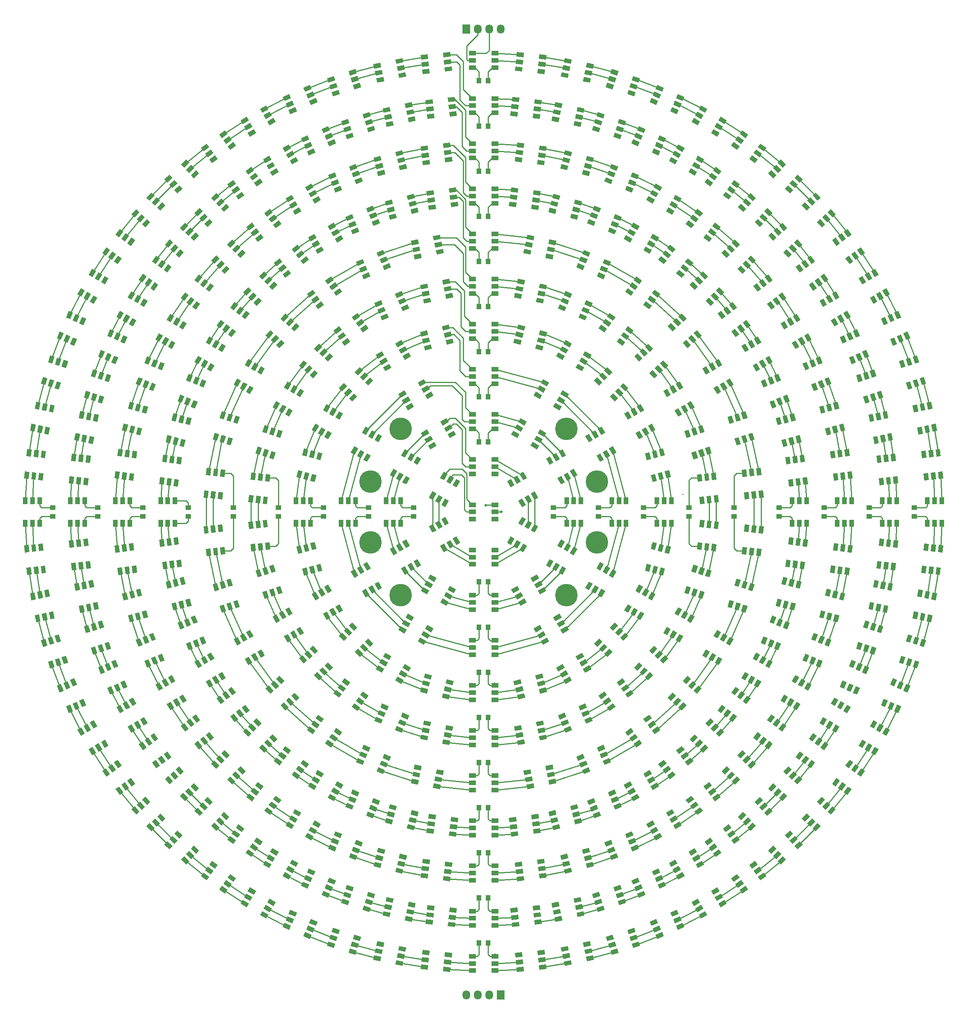
<source format=gbr>
G04 #@! TF.FileFunction,Copper,L1,Top,Signal*
%FSLAX46Y46*%
G04 Gerber Fmt 4.6, Leading zero omitted, Abs format (unit mm)*
G04 Created by KiCad (PCBNEW 4.0.6-e0-6349~53~ubuntu16.04.1) date Sun Jun 25 10:16:03 2017*
%MOMM*%
%LPD*%
G01*
G04 APERTURE LIST*
%ADD10C,0.100000*%
%ADD11R,1.250000X1.000000*%
%ADD12R,1.000000X1.250000*%
%ADD13C,5.000000*%
%ADD14R,1.600000X1.000000*%
%ADD15R,1.000000X1.600000*%
%ADD16R,1.727200X2.032000*%
%ADD17O,1.727200X2.032000*%
%ADD18C,0.600000*%
%ADD19C,0.250000*%
G04 APERTURE END LIST*
D10*
D11*
X315500000Y-201000000D03*
X315500000Y-199000000D03*
D12*
X299000000Y-215500000D03*
X301000000Y-215500000D03*
D11*
X284500000Y-199000000D03*
X284500000Y-201000000D03*
X325500000Y-201000000D03*
X325500000Y-199000000D03*
D12*
X299000000Y-225500000D03*
X301000000Y-225500000D03*
D11*
X274500000Y-199000000D03*
X274500000Y-201000000D03*
X335500000Y-201000000D03*
X335500000Y-199000000D03*
D12*
X299000000Y-235500000D03*
X301000000Y-235500000D03*
D11*
X264500000Y-199000000D03*
X264500000Y-201000000D03*
X345500000Y-201000000D03*
X345500000Y-199000000D03*
D12*
X299000000Y-245500000D03*
X301000000Y-245500000D03*
D11*
X254500000Y-199000000D03*
X254500000Y-201000000D03*
X355500000Y-201000000D03*
X355500000Y-199000000D03*
D12*
X299000000Y-255500000D03*
X301000000Y-255500000D03*
D11*
X244500000Y-199000000D03*
X244500000Y-201000000D03*
X365500000Y-201000000D03*
X365500000Y-199000000D03*
D12*
X299000000Y-265500000D03*
X301000000Y-265500000D03*
D11*
X234500000Y-199000000D03*
X234500000Y-201000000D03*
X375500000Y-201000000D03*
X375500000Y-199000000D03*
D12*
X299000000Y-275500000D03*
X301000000Y-275500000D03*
D11*
X224500000Y-199000000D03*
X224500000Y-201000000D03*
X385500000Y-201000000D03*
X385500000Y-199000000D03*
D12*
X299000000Y-285500000D03*
X301000000Y-285500000D03*
D11*
X214500000Y-199000000D03*
X214500000Y-201000000D03*
X395500000Y-201000000D03*
X395500000Y-199000000D03*
D12*
X299000000Y-295500000D03*
X301000000Y-295500000D03*
D11*
X204500000Y-199000000D03*
X204500000Y-201000000D03*
D12*
X301000000Y-184500000D03*
X299000000Y-184500000D03*
X301000000Y-174500000D03*
X299000000Y-174500000D03*
X301000000Y-164500000D03*
X299000000Y-164500000D03*
X301000000Y-154500000D03*
X299000000Y-154500000D03*
X301000000Y-144500000D03*
X299000000Y-144500000D03*
X301000000Y-134500000D03*
X299000000Y-134500000D03*
X301000000Y-124500000D03*
X299000000Y-124500000D03*
X301000000Y-114500000D03*
X299000000Y-114500000D03*
D10*
G36*
X283648146Y-207477756D02*
X282782120Y-207977756D01*
X281982120Y-206592116D01*
X282848146Y-206092116D01*
X283648146Y-207477756D01*
X283648146Y-207477756D01*
G37*
G36*
X282262505Y-208277756D02*
X281396479Y-208777756D01*
X280596479Y-207392116D01*
X281462505Y-206892116D01*
X282262505Y-208277756D01*
X282262505Y-208277756D01*
G37*
G36*
X280876864Y-209077756D02*
X280010838Y-209577756D01*
X279210838Y-208192116D01*
X280076864Y-207692116D01*
X280876864Y-209077756D01*
X280876864Y-209077756D01*
G37*
G36*
X286148146Y-211807884D02*
X285282120Y-212307884D01*
X284482120Y-210922244D01*
X285348146Y-210422244D01*
X286148146Y-211807884D01*
X286148146Y-211807884D01*
G37*
G36*
X284762505Y-212607884D02*
X283896479Y-213107884D01*
X283096479Y-211722244D01*
X283962505Y-211222244D01*
X284762505Y-212607884D01*
X284762505Y-212607884D01*
G37*
G36*
X283376864Y-213407884D02*
X282510838Y-213907884D01*
X281710838Y-212522244D01*
X282576864Y-212022244D01*
X283376864Y-213407884D01*
X283376864Y-213407884D01*
G37*
G36*
X285348146Y-189577756D02*
X284482120Y-189077756D01*
X285282120Y-187692116D01*
X286148146Y-188192116D01*
X285348146Y-189577756D01*
X285348146Y-189577756D01*
G37*
G36*
X283962505Y-188777756D02*
X283096479Y-188277756D01*
X283896479Y-186892116D01*
X284762505Y-187392116D01*
X283962505Y-188777756D01*
X283962505Y-188777756D01*
G37*
G36*
X282576864Y-187977756D02*
X281710838Y-187477756D01*
X282510838Y-186092116D01*
X283376864Y-186592116D01*
X282576864Y-187977756D01*
X282576864Y-187977756D01*
G37*
G36*
X282848146Y-193907884D02*
X281982120Y-193407884D01*
X282782120Y-192022244D01*
X283648146Y-192522244D01*
X282848146Y-193907884D01*
X282848146Y-193907884D01*
G37*
G36*
X281462505Y-193107884D02*
X280596479Y-192607884D01*
X281396479Y-191222244D01*
X282262505Y-191722244D01*
X281462505Y-193107884D01*
X281462505Y-193107884D01*
G37*
G36*
X280076864Y-192307884D02*
X279210838Y-191807884D01*
X280010838Y-190422244D01*
X280876864Y-190922244D01*
X280076864Y-192307884D01*
X280076864Y-192307884D01*
G37*
D13*
X318384776Y-181615224D03*
X325114071Y-193270705D03*
X325114071Y-206729295D03*
X318384776Y-218384776D03*
X281615224Y-218384776D03*
X274885929Y-206729295D03*
X274885929Y-193270705D03*
X281615224Y-181615224D03*
D10*
G36*
X307691600Y-197522244D02*
X308557626Y-197022244D01*
X309357626Y-198407884D01*
X308491600Y-198907884D01*
X307691600Y-197522244D01*
X307691600Y-197522244D01*
G37*
G36*
X309077241Y-196722244D02*
X309943267Y-196222244D01*
X310743267Y-197607884D01*
X309877241Y-198107884D01*
X309077241Y-196722244D01*
X309077241Y-196722244D01*
G37*
G36*
X310462882Y-195922244D02*
X311328908Y-195422244D01*
X312128908Y-196807884D01*
X311262882Y-197307884D01*
X310462882Y-195922244D01*
X310462882Y-195922244D01*
G37*
G36*
X305191600Y-193192116D02*
X306057626Y-192692116D01*
X306857626Y-194077756D01*
X305991600Y-194577756D01*
X305191600Y-193192116D01*
X305191600Y-193192116D01*
G37*
G36*
X306577241Y-192392116D02*
X307443267Y-191892116D01*
X308243267Y-193277756D01*
X307377241Y-193777756D01*
X306577241Y-192392116D01*
X306577241Y-192392116D01*
G37*
G36*
X307962882Y-191592116D02*
X308828908Y-191092116D01*
X309628908Y-192477756D01*
X308762882Y-192977756D01*
X307962882Y-191592116D01*
X307962882Y-191592116D01*
G37*
G36*
X305991600Y-205422244D02*
X306857626Y-205922244D01*
X306057626Y-207307884D01*
X305191600Y-206807884D01*
X305991600Y-205422244D01*
X305991600Y-205422244D01*
G37*
G36*
X307377241Y-206222244D02*
X308243267Y-206722244D01*
X307443267Y-208107884D01*
X306577241Y-207607884D01*
X307377241Y-206222244D01*
X307377241Y-206222244D01*
G37*
G36*
X308762882Y-207022244D02*
X309628908Y-207522244D01*
X308828908Y-208907884D01*
X307962882Y-208407884D01*
X308762882Y-207022244D01*
X308762882Y-207022244D01*
G37*
G36*
X308491600Y-201092116D02*
X309357626Y-201592116D01*
X308557626Y-202977756D01*
X307691600Y-202477756D01*
X308491600Y-201092116D01*
X308491600Y-201092116D01*
G37*
G36*
X309877241Y-201892116D02*
X310743267Y-202392116D01*
X309943267Y-203777756D01*
X309077241Y-203277756D01*
X309877241Y-201892116D01*
X309877241Y-201892116D01*
G37*
G36*
X311262882Y-202692116D02*
X312128908Y-203192116D01*
X311328908Y-204577756D01*
X310462882Y-204077756D01*
X311262882Y-202692116D01*
X311262882Y-202692116D01*
G37*
D14*
X297500000Y-208400000D03*
X297500000Y-210000000D03*
X297500000Y-211600000D03*
X302500000Y-208400000D03*
X302500000Y-210000000D03*
X302500000Y-211600000D03*
D10*
G36*
X292308400Y-202477756D02*
X291442374Y-202977756D01*
X290642374Y-201592116D01*
X291508400Y-201092116D01*
X292308400Y-202477756D01*
X292308400Y-202477756D01*
G37*
G36*
X290922759Y-203277756D02*
X290056733Y-203777756D01*
X289256733Y-202392116D01*
X290122759Y-201892116D01*
X290922759Y-203277756D01*
X290922759Y-203277756D01*
G37*
G36*
X289537118Y-204077756D02*
X288671092Y-204577756D01*
X287871092Y-203192116D01*
X288737118Y-202692116D01*
X289537118Y-204077756D01*
X289537118Y-204077756D01*
G37*
G36*
X294808400Y-206807884D02*
X293942374Y-207307884D01*
X293142374Y-205922244D01*
X294008400Y-205422244D01*
X294808400Y-206807884D01*
X294808400Y-206807884D01*
G37*
G36*
X293422759Y-207607884D02*
X292556733Y-208107884D01*
X291756733Y-206722244D01*
X292622759Y-206222244D01*
X293422759Y-207607884D01*
X293422759Y-207607884D01*
G37*
G36*
X292037118Y-208407884D02*
X291171092Y-208907884D01*
X290371092Y-207522244D01*
X291237118Y-207022244D01*
X292037118Y-208407884D01*
X292037118Y-208407884D01*
G37*
G36*
X294008400Y-194577756D02*
X293142374Y-194077756D01*
X293942374Y-192692116D01*
X294808400Y-193192116D01*
X294008400Y-194577756D01*
X294008400Y-194577756D01*
G37*
G36*
X292622759Y-193777756D02*
X291756733Y-193277756D01*
X292556733Y-191892116D01*
X293422759Y-192392116D01*
X292622759Y-193777756D01*
X292622759Y-193777756D01*
G37*
G36*
X291237118Y-192977756D02*
X290371092Y-192477756D01*
X291171092Y-191092116D01*
X292037118Y-191592116D01*
X291237118Y-192977756D01*
X291237118Y-192977756D01*
G37*
G36*
X291508400Y-198907884D02*
X290642374Y-198407884D01*
X291442374Y-197022244D01*
X292308400Y-197522244D01*
X291508400Y-198907884D01*
X291508400Y-198907884D01*
G37*
G36*
X290122759Y-198107884D02*
X289256733Y-197607884D01*
X290056733Y-196222244D01*
X290922759Y-196722244D01*
X290122759Y-198107884D01*
X290122759Y-198107884D01*
G37*
G36*
X288737118Y-197307884D02*
X287871092Y-196807884D01*
X288671092Y-195422244D01*
X289537118Y-195922244D01*
X288737118Y-197307884D01*
X288737118Y-197307884D01*
G37*
G36*
X310422244Y-185348146D02*
X310922244Y-184482120D01*
X312307884Y-185282120D01*
X311807884Y-186148146D01*
X310422244Y-185348146D01*
X310422244Y-185348146D01*
G37*
G36*
X311222244Y-183962505D02*
X311722244Y-183096479D01*
X313107884Y-183896479D01*
X312607884Y-184762505D01*
X311222244Y-183962505D01*
X311222244Y-183962505D01*
G37*
G36*
X312022244Y-182576864D02*
X312522244Y-181710838D01*
X313907884Y-182510838D01*
X313407884Y-183376864D01*
X312022244Y-182576864D01*
X312022244Y-182576864D01*
G37*
G36*
X306092116Y-182848146D02*
X306592116Y-181982120D01*
X307977756Y-182782120D01*
X307477756Y-183648146D01*
X306092116Y-182848146D01*
X306092116Y-182848146D01*
G37*
G36*
X306892116Y-181462505D02*
X307392116Y-180596479D01*
X308777756Y-181396479D01*
X308277756Y-182262505D01*
X306892116Y-181462505D01*
X306892116Y-181462505D01*
G37*
G36*
X307692116Y-180076864D02*
X308192116Y-179210838D01*
X309577756Y-180010838D01*
X309077756Y-180876864D01*
X307692116Y-180076864D01*
X307692116Y-180076864D01*
G37*
G36*
X316351854Y-192522244D02*
X317217880Y-192022244D01*
X318017880Y-193407884D01*
X317151854Y-193907884D01*
X316351854Y-192522244D01*
X316351854Y-192522244D01*
G37*
G36*
X317737495Y-191722244D02*
X318603521Y-191222244D01*
X319403521Y-192607884D01*
X318537495Y-193107884D01*
X317737495Y-191722244D01*
X317737495Y-191722244D01*
G37*
G36*
X319123136Y-190922244D02*
X319989162Y-190422244D01*
X320789162Y-191807884D01*
X319923136Y-192307884D01*
X319123136Y-190922244D01*
X319123136Y-190922244D01*
G37*
G36*
X313851854Y-188192116D02*
X314717880Y-187692116D01*
X315517880Y-189077756D01*
X314651854Y-189577756D01*
X313851854Y-188192116D01*
X313851854Y-188192116D01*
G37*
G36*
X315237495Y-187392116D02*
X316103521Y-186892116D01*
X316903521Y-188277756D01*
X316037495Y-188777756D01*
X315237495Y-187392116D01*
X315237495Y-187392116D01*
G37*
G36*
X316623136Y-186592116D02*
X317489162Y-186092116D01*
X318289162Y-187477756D01*
X317423136Y-187977756D01*
X316623136Y-186592116D01*
X316623136Y-186592116D01*
G37*
D15*
X318400000Y-202500000D03*
X320000000Y-202500000D03*
X321600000Y-202500000D03*
X318400000Y-197500000D03*
X320000000Y-197500000D03*
X321600000Y-197500000D03*
D10*
G36*
X314651854Y-210422244D02*
X315517880Y-210922244D01*
X314717880Y-212307884D01*
X313851854Y-211807884D01*
X314651854Y-210422244D01*
X314651854Y-210422244D01*
G37*
G36*
X316037495Y-211222244D02*
X316903521Y-211722244D01*
X316103521Y-213107884D01*
X315237495Y-212607884D01*
X316037495Y-211222244D01*
X316037495Y-211222244D01*
G37*
G36*
X317423136Y-212022244D02*
X318289162Y-212522244D01*
X317489162Y-213907884D01*
X316623136Y-213407884D01*
X317423136Y-212022244D01*
X317423136Y-212022244D01*
G37*
G36*
X317151854Y-206092116D02*
X318017880Y-206592116D01*
X317217880Y-207977756D01*
X316351854Y-207477756D01*
X317151854Y-206092116D01*
X317151854Y-206092116D01*
G37*
G36*
X318537495Y-206892116D02*
X319403521Y-207392116D01*
X318603521Y-208777756D01*
X317737495Y-208277756D01*
X318537495Y-206892116D01*
X318537495Y-206892116D01*
G37*
G36*
X319923136Y-207692116D02*
X320789162Y-208192116D01*
X319989162Y-209577756D01*
X319123136Y-209077756D01*
X319923136Y-207692116D01*
X319923136Y-207692116D01*
G37*
G36*
X307477756Y-216351854D02*
X307977756Y-217217880D01*
X306592116Y-218017880D01*
X306092116Y-217151854D01*
X307477756Y-216351854D01*
X307477756Y-216351854D01*
G37*
G36*
X308277756Y-217737495D02*
X308777756Y-218603521D01*
X307392116Y-219403521D01*
X306892116Y-218537495D01*
X308277756Y-217737495D01*
X308277756Y-217737495D01*
G37*
G36*
X309077756Y-219123136D02*
X309577756Y-219989162D01*
X308192116Y-220789162D01*
X307692116Y-219923136D01*
X309077756Y-219123136D01*
X309077756Y-219123136D01*
G37*
G36*
X311807884Y-213851854D02*
X312307884Y-214717880D01*
X310922244Y-215517880D01*
X310422244Y-214651854D01*
X311807884Y-213851854D01*
X311807884Y-213851854D01*
G37*
G36*
X312607884Y-215237495D02*
X313107884Y-216103521D01*
X311722244Y-216903521D01*
X311222244Y-216037495D01*
X312607884Y-215237495D01*
X312607884Y-215237495D01*
G37*
G36*
X313407884Y-216623136D02*
X313907884Y-217489162D01*
X312522244Y-218289162D01*
X312022244Y-217423136D01*
X313407884Y-216623136D01*
X313407884Y-216623136D01*
G37*
D14*
X297500000Y-218400000D03*
X297500000Y-220000000D03*
X297500000Y-221600000D03*
X302500000Y-218400000D03*
X302500000Y-220000000D03*
X302500000Y-221600000D03*
D10*
G36*
X289577756Y-214651854D02*
X289077756Y-215517880D01*
X287692116Y-214717880D01*
X288192116Y-213851854D01*
X289577756Y-214651854D01*
X289577756Y-214651854D01*
G37*
G36*
X288777756Y-216037495D02*
X288277756Y-216903521D01*
X286892116Y-216103521D01*
X287392116Y-215237495D01*
X288777756Y-216037495D01*
X288777756Y-216037495D01*
G37*
G36*
X287977756Y-217423136D02*
X287477756Y-218289162D01*
X286092116Y-217489162D01*
X286592116Y-216623136D01*
X287977756Y-217423136D01*
X287977756Y-217423136D01*
G37*
G36*
X293907884Y-217151854D02*
X293407884Y-218017880D01*
X292022244Y-217217880D01*
X292522244Y-216351854D01*
X293907884Y-217151854D01*
X293907884Y-217151854D01*
G37*
G36*
X293107884Y-218537495D02*
X292607884Y-219403521D01*
X291222244Y-218603521D01*
X291722244Y-217737495D01*
X293107884Y-218537495D01*
X293107884Y-218537495D01*
G37*
G36*
X292307884Y-219923136D02*
X291807884Y-220789162D01*
X290422244Y-219989162D01*
X290922244Y-219123136D01*
X292307884Y-219923136D01*
X292307884Y-219923136D01*
G37*
D15*
X281600000Y-197500000D03*
X280000000Y-197500000D03*
X278400000Y-197500000D03*
X281600000Y-202500000D03*
X280000000Y-202500000D03*
X278400000Y-202500000D03*
D10*
G36*
X292522244Y-183648146D02*
X292022244Y-182782120D01*
X293407884Y-181982120D01*
X293907884Y-182848146D01*
X292522244Y-183648146D01*
X292522244Y-183648146D01*
G37*
G36*
X291722244Y-182262505D02*
X291222244Y-181396479D01*
X292607884Y-180596479D01*
X293107884Y-181462505D01*
X291722244Y-182262505D01*
X291722244Y-182262505D01*
G37*
G36*
X290922244Y-180876864D02*
X290422244Y-180010838D01*
X291807884Y-179210838D01*
X292307884Y-180076864D01*
X290922244Y-180876864D01*
X290922244Y-180876864D01*
G37*
G36*
X288192116Y-186148146D02*
X287692116Y-185282120D01*
X289077756Y-184482120D01*
X289577756Y-185348146D01*
X288192116Y-186148146D01*
X288192116Y-186148146D01*
G37*
G36*
X287392116Y-184762505D02*
X286892116Y-183896479D01*
X288277756Y-183096479D01*
X288777756Y-183962505D01*
X287392116Y-184762505D01*
X287392116Y-184762505D01*
G37*
G36*
X286592116Y-183376864D02*
X286092116Y-182510838D01*
X287477756Y-181710838D01*
X287977756Y-182576864D01*
X286592116Y-183376864D01*
X286592116Y-183376864D01*
G37*
G36*
X315422244Y-176687892D02*
X315922244Y-175821866D01*
X317307884Y-176621866D01*
X316807884Y-177487892D01*
X315422244Y-176687892D01*
X315422244Y-176687892D01*
G37*
G36*
X316222244Y-175302251D02*
X316722244Y-174436225D01*
X318107884Y-175236225D01*
X317607884Y-176102251D01*
X316222244Y-175302251D01*
X316222244Y-175302251D01*
G37*
G36*
X317022244Y-173916610D02*
X317522244Y-173050584D01*
X318907884Y-173850584D01*
X318407884Y-174716610D01*
X317022244Y-173916610D01*
X317022244Y-173916610D01*
G37*
G36*
X311092116Y-174187892D02*
X311592116Y-173321866D01*
X312977756Y-174121866D01*
X312477756Y-174987892D01*
X311092116Y-174187892D01*
X311092116Y-174187892D01*
G37*
G36*
X311892116Y-172802251D02*
X312392116Y-171936225D01*
X313777756Y-172736225D01*
X313277756Y-173602251D01*
X311892116Y-172802251D01*
X311892116Y-172802251D01*
G37*
G36*
X312692116Y-171416610D02*
X313192116Y-170550584D01*
X314577756Y-171350584D01*
X314077756Y-172216610D01*
X312692116Y-171416610D01*
X312692116Y-171416610D01*
G37*
G36*
X325012108Y-187522244D02*
X325878134Y-187022244D01*
X326678134Y-188407884D01*
X325812108Y-188907884D01*
X325012108Y-187522244D01*
X325012108Y-187522244D01*
G37*
G36*
X326397749Y-186722244D02*
X327263775Y-186222244D01*
X328063775Y-187607884D01*
X327197749Y-188107884D01*
X326397749Y-186722244D01*
X326397749Y-186722244D01*
G37*
G36*
X327783390Y-185922244D02*
X328649416Y-185422244D01*
X329449416Y-186807884D01*
X328583390Y-187307884D01*
X327783390Y-185922244D01*
X327783390Y-185922244D01*
G37*
G36*
X322512108Y-183192116D02*
X323378134Y-182692116D01*
X324178134Y-184077756D01*
X323312108Y-184577756D01*
X322512108Y-183192116D01*
X322512108Y-183192116D01*
G37*
G36*
X323897749Y-182392116D02*
X324763775Y-181892116D01*
X325563775Y-183277756D01*
X324697749Y-183777756D01*
X323897749Y-182392116D01*
X323897749Y-182392116D01*
G37*
G36*
X325283390Y-181592116D02*
X326149416Y-181092116D01*
X326949416Y-182477756D01*
X326083390Y-182977756D01*
X325283390Y-181592116D01*
X325283390Y-181592116D01*
G37*
D15*
X328400000Y-202500000D03*
X330000000Y-202500000D03*
X331600000Y-202500000D03*
X328400000Y-197500000D03*
X330000000Y-197500000D03*
X331600000Y-197500000D03*
D10*
G36*
X323312108Y-215422244D02*
X324178134Y-215922244D01*
X323378134Y-217307884D01*
X322512108Y-216807884D01*
X323312108Y-215422244D01*
X323312108Y-215422244D01*
G37*
G36*
X324697749Y-216222244D02*
X325563775Y-216722244D01*
X324763775Y-218107884D01*
X323897749Y-217607884D01*
X324697749Y-216222244D01*
X324697749Y-216222244D01*
G37*
G36*
X326083390Y-217022244D02*
X326949416Y-217522244D01*
X326149416Y-218907884D01*
X325283390Y-218407884D01*
X326083390Y-217022244D01*
X326083390Y-217022244D01*
G37*
G36*
X325812108Y-211092116D02*
X326678134Y-211592116D01*
X325878134Y-212977756D01*
X325012108Y-212477756D01*
X325812108Y-211092116D01*
X325812108Y-211092116D01*
G37*
G36*
X327197749Y-211892116D02*
X328063775Y-212392116D01*
X327263775Y-213777756D01*
X326397749Y-213277756D01*
X327197749Y-211892116D01*
X327197749Y-211892116D01*
G37*
G36*
X328583390Y-212692116D02*
X329449416Y-213192116D01*
X328649416Y-214577756D01*
X327783390Y-214077756D01*
X328583390Y-212692116D01*
X328583390Y-212692116D01*
G37*
G36*
X312477756Y-225012108D02*
X312977756Y-225878134D01*
X311592116Y-226678134D01*
X311092116Y-225812108D01*
X312477756Y-225012108D01*
X312477756Y-225012108D01*
G37*
G36*
X313277756Y-226397749D02*
X313777756Y-227263775D01*
X312392116Y-228063775D01*
X311892116Y-227197749D01*
X313277756Y-226397749D01*
X313277756Y-226397749D01*
G37*
G36*
X314077756Y-227783390D02*
X314577756Y-228649416D01*
X313192116Y-229449416D01*
X312692116Y-228583390D01*
X314077756Y-227783390D01*
X314077756Y-227783390D01*
G37*
G36*
X316807884Y-222512108D02*
X317307884Y-223378134D01*
X315922244Y-224178134D01*
X315422244Y-223312108D01*
X316807884Y-222512108D01*
X316807884Y-222512108D01*
G37*
G36*
X317607884Y-223897749D02*
X318107884Y-224763775D01*
X316722244Y-225563775D01*
X316222244Y-224697749D01*
X317607884Y-223897749D01*
X317607884Y-223897749D01*
G37*
G36*
X318407884Y-225283390D02*
X318907884Y-226149416D01*
X317522244Y-226949416D01*
X317022244Y-226083390D01*
X318407884Y-225283390D01*
X318407884Y-225283390D01*
G37*
D14*
X297500000Y-228400000D03*
X297500000Y-230000000D03*
X297500000Y-231600000D03*
X302500000Y-228400000D03*
X302500000Y-230000000D03*
X302500000Y-231600000D03*
D10*
G36*
X284577756Y-223312108D02*
X284077756Y-224178134D01*
X282692116Y-223378134D01*
X283192116Y-222512108D01*
X284577756Y-223312108D01*
X284577756Y-223312108D01*
G37*
G36*
X283777756Y-224697749D02*
X283277756Y-225563775D01*
X281892116Y-224763775D01*
X282392116Y-223897749D01*
X283777756Y-224697749D01*
X283777756Y-224697749D01*
G37*
G36*
X282977756Y-226083390D02*
X282477756Y-226949416D01*
X281092116Y-226149416D01*
X281592116Y-225283390D01*
X282977756Y-226083390D01*
X282977756Y-226083390D01*
G37*
G36*
X288907884Y-225812108D02*
X288407884Y-226678134D01*
X287022244Y-225878134D01*
X287522244Y-225012108D01*
X288907884Y-225812108D01*
X288907884Y-225812108D01*
G37*
G36*
X288107884Y-227197749D02*
X287607884Y-228063775D01*
X286222244Y-227263775D01*
X286722244Y-226397749D01*
X288107884Y-227197749D01*
X288107884Y-227197749D01*
G37*
G36*
X287307884Y-228583390D02*
X286807884Y-229449416D01*
X285422244Y-228649416D01*
X285922244Y-227783390D01*
X287307884Y-228583390D01*
X287307884Y-228583390D01*
G37*
G36*
X274987892Y-212477756D02*
X274121866Y-212977756D01*
X273321866Y-211592116D01*
X274187892Y-211092116D01*
X274987892Y-212477756D01*
X274987892Y-212477756D01*
G37*
G36*
X273602251Y-213277756D02*
X272736225Y-213777756D01*
X271936225Y-212392116D01*
X272802251Y-211892116D01*
X273602251Y-213277756D01*
X273602251Y-213277756D01*
G37*
G36*
X272216610Y-214077756D02*
X271350584Y-214577756D01*
X270550584Y-213192116D01*
X271416610Y-212692116D01*
X272216610Y-214077756D01*
X272216610Y-214077756D01*
G37*
G36*
X277487892Y-216807884D02*
X276621866Y-217307884D01*
X275821866Y-215922244D01*
X276687892Y-215422244D01*
X277487892Y-216807884D01*
X277487892Y-216807884D01*
G37*
G36*
X276102251Y-217607884D02*
X275236225Y-218107884D01*
X274436225Y-216722244D01*
X275302251Y-216222244D01*
X276102251Y-217607884D01*
X276102251Y-217607884D01*
G37*
G36*
X274716610Y-218407884D02*
X273850584Y-218907884D01*
X273050584Y-217522244D01*
X273916610Y-217022244D01*
X274716610Y-218407884D01*
X274716610Y-218407884D01*
G37*
D15*
X271600000Y-197500000D03*
X270000000Y-197500000D03*
X268400000Y-197500000D03*
X271600000Y-202500000D03*
X270000000Y-202500000D03*
X268400000Y-202500000D03*
D10*
G36*
X276687892Y-184577756D02*
X275821866Y-184077756D01*
X276621866Y-182692116D01*
X277487892Y-183192116D01*
X276687892Y-184577756D01*
X276687892Y-184577756D01*
G37*
G36*
X275302251Y-183777756D02*
X274436225Y-183277756D01*
X275236225Y-181892116D01*
X276102251Y-182392116D01*
X275302251Y-183777756D01*
X275302251Y-183777756D01*
G37*
G36*
X273916610Y-182977756D02*
X273050584Y-182477756D01*
X273850584Y-181092116D01*
X274716610Y-181592116D01*
X273916610Y-182977756D01*
X273916610Y-182977756D01*
G37*
G36*
X274187892Y-188907884D02*
X273321866Y-188407884D01*
X274121866Y-187022244D01*
X274987892Y-187522244D01*
X274187892Y-188907884D01*
X274187892Y-188907884D01*
G37*
G36*
X272802251Y-188107884D02*
X271936225Y-187607884D01*
X272736225Y-186222244D01*
X273602251Y-186722244D01*
X272802251Y-188107884D01*
X272802251Y-188107884D01*
G37*
G36*
X271416610Y-187307884D02*
X270550584Y-186807884D01*
X271350584Y-185422244D01*
X272216610Y-185922244D01*
X271416610Y-187307884D01*
X271416610Y-187307884D01*
G37*
G36*
X287522244Y-174987892D02*
X287022244Y-174121866D01*
X288407884Y-173321866D01*
X288907884Y-174187892D01*
X287522244Y-174987892D01*
X287522244Y-174987892D01*
G37*
G36*
X286722244Y-173602251D02*
X286222244Y-172736225D01*
X287607884Y-171936225D01*
X288107884Y-172802251D01*
X286722244Y-173602251D01*
X286722244Y-173602251D01*
G37*
G36*
X285922244Y-172216610D02*
X285422244Y-171350584D01*
X286807884Y-170550584D01*
X287307884Y-171416610D01*
X285922244Y-172216610D01*
X285922244Y-172216610D01*
G37*
G36*
X283192116Y-177487892D02*
X282692116Y-176621866D01*
X284077756Y-175821866D01*
X284577756Y-176687892D01*
X283192116Y-177487892D01*
X283192116Y-177487892D01*
G37*
G36*
X282392116Y-176102251D02*
X281892116Y-175236225D01*
X283277756Y-174436225D01*
X283777756Y-175302251D01*
X282392116Y-176102251D01*
X282392116Y-176102251D01*
G37*
G36*
X281592116Y-174716610D02*
X281092116Y-173850584D01*
X282477756Y-173050584D01*
X282977756Y-173916610D01*
X281592116Y-174716610D01*
X281592116Y-174716610D01*
G37*
G36*
X311451316Y-163831404D02*
X311710135Y-162865478D01*
X313255616Y-163279588D01*
X312996797Y-164245514D01*
X311451316Y-163831404D01*
X311451316Y-163831404D01*
G37*
G36*
X311865427Y-162285923D02*
X312124246Y-161319997D01*
X313669727Y-161734107D01*
X313410908Y-162700033D01*
X311865427Y-162285923D01*
X311865427Y-162285923D01*
G37*
G36*
X312279537Y-160740441D02*
X312538356Y-159774515D01*
X314083837Y-160188625D01*
X313825018Y-161154551D01*
X312279537Y-160740441D01*
X312279537Y-160740441D01*
G37*
G36*
X306621687Y-162537309D02*
X306880506Y-161571383D01*
X308425987Y-161985493D01*
X308167168Y-162951419D01*
X306621687Y-162537309D01*
X306621687Y-162537309D01*
G37*
G36*
X307035797Y-160991827D02*
X307294616Y-160025901D01*
X308840097Y-160440011D01*
X308581278Y-161405937D01*
X307035797Y-160991827D01*
X307035797Y-160991827D01*
G37*
G36*
X307449908Y-159446346D02*
X307708727Y-158480420D01*
X309254208Y-158894530D01*
X308995389Y-159860456D01*
X307449908Y-159446346D01*
X307449908Y-159446346D01*
G37*
G36*
X320422244Y-168027638D02*
X320922244Y-167161612D01*
X322307884Y-167961612D01*
X321807884Y-168827638D01*
X320422244Y-168027638D01*
X320422244Y-168027638D01*
G37*
G36*
X321222244Y-166641997D02*
X321722244Y-165775971D01*
X323107884Y-166575971D01*
X322607884Y-167441997D01*
X321222244Y-166641997D01*
X321222244Y-166641997D01*
G37*
G36*
X322022244Y-165256356D02*
X322522244Y-164390330D01*
X323907884Y-165190330D01*
X323407884Y-166056356D01*
X322022244Y-165256356D01*
X322022244Y-165256356D01*
G37*
G36*
X316092116Y-165527638D02*
X316592116Y-164661612D01*
X317977756Y-165461612D01*
X317477756Y-166327638D01*
X316092116Y-165527638D01*
X316092116Y-165527638D01*
G37*
G36*
X316892116Y-164141997D02*
X317392116Y-163275971D01*
X318777756Y-164075971D01*
X318277756Y-164941997D01*
X316892116Y-164141997D01*
X316892116Y-164141997D01*
G37*
G36*
X317692116Y-162756356D02*
X318192116Y-161890330D01*
X319577756Y-162690330D01*
X319077756Y-163556356D01*
X317692116Y-162756356D01*
X317692116Y-162756356D01*
G37*
G36*
X328001428Y-174402735D02*
X328708535Y-173695628D01*
X329839906Y-174826999D01*
X329132799Y-175534106D01*
X328001428Y-174402735D01*
X328001428Y-174402735D01*
G37*
G36*
X329132799Y-173271364D02*
X329839906Y-172564257D01*
X330971277Y-173695628D01*
X330264170Y-174402735D01*
X329132799Y-173271364D01*
X329132799Y-173271364D01*
G37*
G36*
X330264170Y-172139993D02*
X330971277Y-171432886D01*
X332102648Y-172564257D01*
X331395541Y-173271364D01*
X330264170Y-172139993D01*
X330264170Y-172139993D01*
G37*
G36*
X324465894Y-170867201D02*
X325173001Y-170160094D01*
X326304372Y-171291465D01*
X325597265Y-171998572D01*
X324465894Y-170867201D01*
X324465894Y-170867201D01*
G37*
G36*
X325597265Y-169735830D02*
X326304372Y-169028723D01*
X327435743Y-170160094D01*
X326728636Y-170867201D01*
X325597265Y-169735830D01*
X325597265Y-169735830D01*
G37*
G36*
X326728636Y-168604459D02*
X327435743Y-167897352D01*
X328567114Y-169028723D01*
X327860007Y-169735830D01*
X326728636Y-168604459D01*
X326728636Y-168604459D01*
G37*
G36*
X333672362Y-182522244D02*
X334538388Y-182022244D01*
X335338388Y-183407884D01*
X334472362Y-183907884D01*
X333672362Y-182522244D01*
X333672362Y-182522244D01*
G37*
G36*
X335058003Y-181722244D02*
X335924029Y-181222244D01*
X336724029Y-182607884D01*
X335858003Y-183107884D01*
X335058003Y-181722244D01*
X335058003Y-181722244D01*
G37*
G36*
X336443644Y-180922244D02*
X337309670Y-180422244D01*
X338109670Y-181807884D01*
X337243644Y-182307884D01*
X336443644Y-180922244D01*
X336443644Y-180922244D01*
G37*
G36*
X331172362Y-178192116D02*
X332038388Y-177692116D01*
X332838388Y-179077756D01*
X331972362Y-179577756D01*
X331172362Y-178192116D01*
X331172362Y-178192116D01*
G37*
G36*
X332558003Y-177392116D02*
X333424029Y-176892116D01*
X334224029Y-178277756D01*
X333358003Y-178777756D01*
X332558003Y-177392116D01*
X332558003Y-177392116D01*
G37*
G36*
X333943644Y-176592116D02*
X334809670Y-176092116D01*
X335609670Y-177477756D01*
X334743644Y-177977756D01*
X333943644Y-176592116D01*
X333943644Y-176592116D01*
G37*
G36*
X337048581Y-191832832D02*
X338014507Y-191574013D01*
X338428617Y-193119494D01*
X337462691Y-193378313D01*
X337048581Y-191832832D01*
X337048581Y-191832832D01*
G37*
G36*
X338594063Y-191418722D02*
X339559989Y-191159903D01*
X339974099Y-192705384D01*
X339008173Y-192964203D01*
X338594063Y-191418722D01*
X338594063Y-191418722D01*
G37*
G36*
X340139544Y-191004611D02*
X341105470Y-190745792D01*
X341519580Y-192291273D01*
X340553654Y-192550092D01*
X340139544Y-191004611D01*
X340139544Y-191004611D01*
G37*
G36*
X335754486Y-187003203D02*
X336720412Y-186744384D01*
X337134522Y-188289865D01*
X336168596Y-188548684D01*
X335754486Y-187003203D01*
X335754486Y-187003203D01*
G37*
G36*
X337299967Y-186589092D02*
X338265893Y-186330273D01*
X338680003Y-187875754D01*
X337714077Y-188134573D01*
X337299967Y-186589092D01*
X337299967Y-186589092D01*
G37*
G36*
X338845449Y-186174982D02*
X339811375Y-185916163D01*
X340225485Y-187461644D01*
X339259559Y-187720463D01*
X338845449Y-186174982D01*
X338845449Y-186174982D01*
G37*
D15*
X338400000Y-202500000D03*
X340000000Y-202500000D03*
X341600000Y-202500000D03*
X338400000Y-197500000D03*
X340000000Y-197500000D03*
X341600000Y-197500000D03*
D10*
G36*
X336168596Y-211451316D02*
X337134522Y-211710135D01*
X336720412Y-213255616D01*
X335754486Y-212996797D01*
X336168596Y-211451316D01*
X336168596Y-211451316D01*
G37*
G36*
X337714077Y-211865427D02*
X338680003Y-212124246D01*
X338265893Y-213669727D01*
X337299967Y-213410908D01*
X337714077Y-211865427D01*
X337714077Y-211865427D01*
G37*
G36*
X339259559Y-212279537D02*
X340225485Y-212538356D01*
X339811375Y-214083837D01*
X338845449Y-213825018D01*
X339259559Y-212279537D01*
X339259559Y-212279537D01*
G37*
G36*
X337462691Y-206621687D02*
X338428617Y-206880506D01*
X338014507Y-208425987D01*
X337048581Y-208167168D01*
X337462691Y-206621687D01*
X337462691Y-206621687D01*
G37*
G36*
X339008173Y-207035797D02*
X339974099Y-207294616D01*
X339559989Y-208840097D01*
X338594063Y-208581278D01*
X339008173Y-207035797D01*
X339008173Y-207035797D01*
G37*
G36*
X340553654Y-207449908D02*
X341519580Y-207708727D01*
X341105470Y-209254208D01*
X340139544Y-208995389D01*
X340553654Y-207449908D01*
X340553654Y-207449908D01*
G37*
G36*
X331972362Y-220422244D02*
X332838388Y-220922244D01*
X332038388Y-222307884D01*
X331172362Y-221807884D01*
X331972362Y-220422244D01*
X331972362Y-220422244D01*
G37*
G36*
X333358003Y-221222244D02*
X334224029Y-221722244D01*
X333424029Y-223107884D01*
X332558003Y-222607884D01*
X333358003Y-221222244D01*
X333358003Y-221222244D01*
G37*
G36*
X334743644Y-222022244D02*
X335609670Y-222522244D01*
X334809670Y-223907884D01*
X333943644Y-223407884D01*
X334743644Y-222022244D01*
X334743644Y-222022244D01*
G37*
G36*
X334472362Y-216092116D02*
X335338388Y-216592116D01*
X334538388Y-217977756D01*
X333672362Y-217477756D01*
X334472362Y-216092116D01*
X334472362Y-216092116D01*
G37*
G36*
X335858003Y-216892116D02*
X336724029Y-217392116D01*
X335924029Y-218777756D01*
X335058003Y-218277756D01*
X335858003Y-216892116D01*
X335858003Y-216892116D01*
G37*
G36*
X337243644Y-217692116D02*
X338109670Y-218192116D01*
X337309670Y-219577756D01*
X336443644Y-219077756D01*
X337243644Y-217692116D01*
X337243644Y-217692116D01*
G37*
G36*
X325597265Y-228001428D02*
X326304372Y-228708535D01*
X325173001Y-229839906D01*
X324465894Y-229132799D01*
X325597265Y-228001428D01*
X325597265Y-228001428D01*
G37*
G36*
X326728636Y-229132799D02*
X327435743Y-229839906D01*
X326304372Y-230971277D01*
X325597265Y-230264170D01*
X326728636Y-229132799D01*
X326728636Y-229132799D01*
G37*
G36*
X327860007Y-230264170D02*
X328567114Y-230971277D01*
X327435743Y-232102648D01*
X326728636Y-231395541D01*
X327860007Y-230264170D01*
X327860007Y-230264170D01*
G37*
G36*
X329132799Y-224465894D02*
X329839906Y-225173001D01*
X328708535Y-226304372D01*
X328001428Y-225597265D01*
X329132799Y-224465894D01*
X329132799Y-224465894D01*
G37*
G36*
X330264170Y-225597265D02*
X330971277Y-226304372D01*
X329839906Y-227435743D01*
X329132799Y-226728636D01*
X330264170Y-225597265D01*
X330264170Y-225597265D01*
G37*
G36*
X331395541Y-226728636D02*
X332102648Y-227435743D01*
X330971277Y-228567114D01*
X330264170Y-227860007D01*
X331395541Y-226728636D01*
X331395541Y-226728636D01*
G37*
G36*
X317477756Y-233672362D02*
X317977756Y-234538388D01*
X316592116Y-235338388D01*
X316092116Y-234472362D01*
X317477756Y-233672362D01*
X317477756Y-233672362D01*
G37*
G36*
X318277756Y-235058003D02*
X318777756Y-235924029D01*
X317392116Y-236724029D01*
X316892116Y-235858003D01*
X318277756Y-235058003D01*
X318277756Y-235058003D01*
G37*
G36*
X319077756Y-236443644D02*
X319577756Y-237309670D01*
X318192116Y-238109670D01*
X317692116Y-237243644D01*
X319077756Y-236443644D01*
X319077756Y-236443644D01*
G37*
G36*
X321807884Y-231172362D02*
X322307884Y-232038388D01*
X320922244Y-232838388D01*
X320422244Y-231972362D01*
X321807884Y-231172362D01*
X321807884Y-231172362D01*
G37*
G36*
X322607884Y-232558003D02*
X323107884Y-233424029D01*
X321722244Y-234224029D01*
X321222244Y-233358003D01*
X322607884Y-232558003D01*
X322607884Y-232558003D01*
G37*
G36*
X323407884Y-233943644D02*
X323907884Y-234809670D01*
X322522244Y-235609670D01*
X322022244Y-234743644D01*
X323407884Y-233943644D01*
X323407884Y-233943644D01*
G37*
G36*
X308167168Y-237048581D02*
X308425987Y-238014507D01*
X306880506Y-238428617D01*
X306621687Y-237462691D01*
X308167168Y-237048581D01*
X308167168Y-237048581D01*
G37*
G36*
X308581278Y-238594063D02*
X308840097Y-239559989D01*
X307294616Y-239974099D01*
X307035797Y-239008173D01*
X308581278Y-238594063D01*
X308581278Y-238594063D01*
G37*
G36*
X308995389Y-240139544D02*
X309254208Y-241105470D01*
X307708727Y-241519580D01*
X307449908Y-240553654D01*
X308995389Y-240139544D01*
X308995389Y-240139544D01*
G37*
G36*
X312996797Y-235754486D02*
X313255616Y-236720412D01*
X311710135Y-237134522D01*
X311451316Y-236168596D01*
X312996797Y-235754486D01*
X312996797Y-235754486D01*
G37*
G36*
X313410908Y-237299967D02*
X313669727Y-238265893D01*
X312124246Y-238680003D01*
X311865427Y-237714077D01*
X313410908Y-237299967D01*
X313410908Y-237299967D01*
G37*
G36*
X313825018Y-238845449D02*
X314083837Y-239811375D01*
X312538356Y-240225485D01*
X312279537Y-239259559D01*
X313825018Y-238845449D01*
X313825018Y-238845449D01*
G37*
D14*
X297500000Y-238400000D03*
X297500000Y-240000000D03*
X297500000Y-241600000D03*
X302500000Y-238400000D03*
X302500000Y-240000000D03*
X302500000Y-241600000D03*
D10*
G36*
X288548684Y-236168596D02*
X288289865Y-237134522D01*
X286744384Y-236720412D01*
X287003203Y-235754486D01*
X288548684Y-236168596D01*
X288548684Y-236168596D01*
G37*
G36*
X288134573Y-237714077D02*
X287875754Y-238680003D01*
X286330273Y-238265893D01*
X286589092Y-237299967D01*
X288134573Y-237714077D01*
X288134573Y-237714077D01*
G37*
G36*
X287720463Y-239259559D02*
X287461644Y-240225485D01*
X285916163Y-239811375D01*
X286174982Y-238845449D01*
X287720463Y-239259559D01*
X287720463Y-239259559D01*
G37*
G36*
X293378313Y-237462691D02*
X293119494Y-238428617D01*
X291574013Y-238014507D01*
X291832832Y-237048581D01*
X293378313Y-237462691D01*
X293378313Y-237462691D01*
G37*
G36*
X292964203Y-239008173D02*
X292705384Y-239974099D01*
X291159903Y-239559989D01*
X291418722Y-238594063D01*
X292964203Y-239008173D01*
X292964203Y-239008173D01*
G37*
G36*
X292550092Y-240553654D02*
X292291273Y-241519580D01*
X290745792Y-241105470D01*
X291004611Y-240139544D01*
X292550092Y-240553654D01*
X292550092Y-240553654D01*
G37*
G36*
X279577756Y-231972362D02*
X279077756Y-232838388D01*
X277692116Y-232038388D01*
X278192116Y-231172362D01*
X279577756Y-231972362D01*
X279577756Y-231972362D01*
G37*
G36*
X278777756Y-233358003D02*
X278277756Y-234224029D01*
X276892116Y-233424029D01*
X277392116Y-232558003D01*
X278777756Y-233358003D01*
X278777756Y-233358003D01*
G37*
G36*
X277977756Y-234743644D02*
X277477756Y-235609670D01*
X276092116Y-234809670D01*
X276592116Y-233943644D01*
X277977756Y-234743644D01*
X277977756Y-234743644D01*
G37*
G36*
X283907884Y-234472362D02*
X283407884Y-235338388D01*
X282022244Y-234538388D01*
X282522244Y-233672362D01*
X283907884Y-234472362D01*
X283907884Y-234472362D01*
G37*
G36*
X283107884Y-235858003D02*
X282607884Y-236724029D01*
X281222244Y-235924029D01*
X281722244Y-235058003D01*
X283107884Y-235858003D01*
X283107884Y-235858003D01*
G37*
G36*
X282307884Y-237243644D02*
X281807884Y-238109670D01*
X280422244Y-237309670D01*
X280922244Y-236443644D01*
X282307884Y-237243644D01*
X282307884Y-237243644D01*
G37*
G36*
X271998572Y-225597265D02*
X271291465Y-226304372D01*
X270160094Y-225173001D01*
X270867201Y-224465894D01*
X271998572Y-225597265D01*
X271998572Y-225597265D01*
G37*
G36*
X270867201Y-226728636D02*
X270160094Y-227435743D01*
X269028723Y-226304372D01*
X269735830Y-225597265D01*
X270867201Y-226728636D01*
X270867201Y-226728636D01*
G37*
G36*
X269735830Y-227860007D02*
X269028723Y-228567114D01*
X267897352Y-227435743D01*
X268604459Y-226728636D01*
X269735830Y-227860007D01*
X269735830Y-227860007D01*
G37*
G36*
X275534106Y-229132799D02*
X274826999Y-229839906D01*
X273695628Y-228708535D01*
X274402735Y-228001428D01*
X275534106Y-229132799D01*
X275534106Y-229132799D01*
G37*
G36*
X274402735Y-230264170D02*
X273695628Y-230971277D01*
X272564257Y-229839906D01*
X273271364Y-229132799D01*
X274402735Y-230264170D01*
X274402735Y-230264170D01*
G37*
G36*
X273271364Y-231395541D02*
X272564257Y-232102648D01*
X271432886Y-230971277D01*
X272139993Y-230264170D01*
X273271364Y-231395541D01*
X273271364Y-231395541D01*
G37*
G36*
X266327638Y-217477756D02*
X265461612Y-217977756D01*
X264661612Y-216592116D01*
X265527638Y-216092116D01*
X266327638Y-217477756D01*
X266327638Y-217477756D01*
G37*
G36*
X264941997Y-218277756D02*
X264075971Y-218777756D01*
X263275971Y-217392116D01*
X264141997Y-216892116D01*
X264941997Y-218277756D01*
X264941997Y-218277756D01*
G37*
G36*
X263556356Y-219077756D02*
X262690330Y-219577756D01*
X261890330Y-218192116D01*
X262756356Y-217692116D01*
X263556356Y-219077756D01*
X263556356Y-219077756D01*
G37*
G36*
X268827638Y-221807884D02*
X267961612Y-222307884D01*
X267161612Y-220922244D01*
X268027638Y-220422244D01*
X268827638Y-221807884D01*
X268827638Y-221807884D01*
G37*
G36*
X267441997Y-222607884D02*
X266575971Y-223107884D01*
X265775971Y-221722244D01*
X266641997Y-221222244D01*
X267441997Y-222607884D01*
X267441997Y-222607884D01*
G37*
G36*
X266056356Y-223407884D02*
X265190330Y-223907884D01*
X264390330Y-222522244D01*
X265256356Y-222022244D01*
X266056356Y-223407884D01*
X266056356Y-223407884D01*
G37*
G36*
X262951419Y-208167168D02*
X261985493Y-208425987D01*
X261571383Y-206880506D01*
X262537309Y-206621687D01*
X262951419Y-208167168D01*
X262951419Y-208167168D01*
G37*
G36*
X261405937Y-208581278D02*
X260440011Y-208840097D01*
X260025901Y-207294616D01*
X260991827Y-207035797D01*
X261405937Y-208581278D01*
X261405937Y-208581278D01*
G37*
G36*
X259860456Y-208995389D02*
X258894530Y-209254208D01*
X258480420Y-207708727D01*
X259446346Y-207449908D01*
X259860456Y-208995389D01*
X259860456Y-208995389D01*
G37*
G36*
X264245514Y-212996797D02*
X263279588Y-213255616D01*
X262865478Y-211710135D01*
X263831404Y-211451316D01*
X264245514Y-212996797D01*
X264245514Y-212996797D01*
G37*
G36*
X262700033Y-213410908D02*
X261734107Y-213669727D01*
X261319997Y-212124246D01*
X262285923Y-211865427D01*
X262700033Y-213410908D01*
X262700033Y-213410908D01*
G37*
G36*
X261154551Y-213825018D02*
X260188625Y-214083837D01*
X259774515Y-212538356D01*
X260740441Y-212279537D01*
X261154551Y-213825018D01*
X261154551Y-213825018D01*
G37*
D15*
X261600000Y-197500000D03*
X260000000Y-197500000D03*
X258400000Y-197500000D03*
X261600000Y-202500000D03*
X260000000Y-202500000D03*
X258400000Y-202500000D03*
D10*
G36*
X263831404Y-188548684D02*
X262865478Y-188289865D01*
X263279588Y-186744384D01*
X264245514Y-187003203D01*
X263831404Y-188548684D01*
X263831404Y-188548684D01*
G37*
G36*
X262285923Y-188134573D02*
X261319997Y-187875754D01*
X261734107Y-186330273D01*
X262700033Y-186589092D01*
X262285923Y-188134573D01*
X262285923Y-188134573D01*
G37*
G36*
X260740441Y-187720463D02*
X259774515Y-187461644D01*
X260188625Y-185916163D01*
X261154551Y-186174982D01*
X260740441Y-187720463D01*
X260740441Y-187720463D01*
G37*
G36*
X262537309Y-193378313D02*
X261571383Y-193119494D01*
X261985493Y-191574013D01*
X262951419Y-191832832D01*
X262537309Y-193378313D01*
X262537309Y-193378313D01*
G37*
G36*
X260991827Y-192964203D02*
X260025901Y-192705384D01*
X260440011Y-191159903D01*
X261405937Y-191418722D01*
X260991827Y-192964203D01*
X260991827Y-192964203D01*
G37*
G36*
X259446346Y-192550092D02*
X258480420Y-192291273D01*
X258894530Y-190745792D01*
X259860456Y-191004611D01*
X259446346Y-192550092D01*
X259446346Y-192550092D01*
G37*
G36*
X268027638Y-179577756D02*
X267161612Y-179077756D01*
X267961612Y-177692116D01*
X268827638Y-178192116D01*
X268027638Y-179577756D01*
X268027638Y-179577756D01*
G37*
G36*
X266641997Y-178777756D02*
X265775971Y-178277756D01*
X266575971Y-176892116D01*
X267441997Y-177392116D01*
X266641997Y-178777756D01*
X266641997Y-178777756D01*
G37*
G36*
X265256356Y-177977756D02*
X264390330Y-177477756D01*
X265190330Y-176092116D01*
X266056356Y-176592116D01*
X265256356Y-177977756D01*
X265256356Y-177977756D01*
G37*
G36*
X265527638Y-183907884D02*
X264661612Y-183407884D01*
X265461612Y-182022244D01*
X266327638Y-182522244D01*
X265527638Y-183907884D01*
X265527638Y-183907884D01*
G37*
G36*
X264141997Y-183107884D02*
X263275971Y-182607884D01*
X264075971Y-181222244D01*
X264941997Y-181722244D01*
X264141997Y-183107884D01*
X264141997Y-183107884D01*
G37*
G36*
X262756356Y-182307884D02*
X261890330Y-181807884D01*
X262690330Y-180422244D01*
X263556356Y-180922244D01*
X262756356Y-182307884D01*
X262756356Y-182307884D01*
G37*
G36*
X274402735Y-171998572D02*
X273695628Y-171291465D01*
X274826999Y-170160094D01*
X275534106Y-170867201D01*
X274402735Y-171998572D01*
X274402735Y-171998572D01*
G37*
G36*
X273271364Y-170867201D02*
X272564257Y-170160094D01*
X273695628Y-169028723D01*
X274402735Y-169735830D01*
X273271364Y-170867201D01*
X273271364Y-170867201D01*
G37*
G36*
X272139993Y-169735830D02*
X271432886Y-169028723D01*
X272564257Y-167897352D01*
X273271364Y-168604459D01*
X272139993Y-169735830D01*
X272139993Y-169735830D01*
G37*
G36*
X270867201Y-175534106D02*
X270160094Y-174826999D01*
X271291465Y-173695628D01*
X271998572Y-174402735D01*
X270867201Y-175534106D01*
X270867201Y-175534106D01*
G37*
G36*
X269735830Y-174402735D02*
X269028723Y-173695628D01*
X270160094Y-172564257D01*
X270867201Y-173271364D01*
X269735830Y-174402735D01*
X269735830Y-174402735D01*
G37*
G36*
X268604459Y-173271364D02*
X267897352Y-172564257D01*
X269028723Y-171432886D01*
X269735830Y-172139993D01*
X268604459Y-173271364D01*
X268604459Y-173271364D01*
G37*
G36*
X282522244Y-166327638D02*
X282022244Y-165461612D01*
X283407884Y-164661612D01*
X283907884Y-165527638D01*
X282522244Y-166327638D01*
X282522244Y-166327638D01*
G37*
G36*
X281722244Y-164941997D02*
X281222244Y-164075971D01*
X282607884Y-163275971D01*
X283107884Y-164141997D01*
X281722244Y-164941997D01*
X281722244Y-164941997D01*
G37*
G36*
X280922244Y-163556356D02*
X280422244Y-162690330D01*
X281807884Y-161890330D01*
X282307884Y-162756356D01*
X280922244Y-163556356D01*
X280922244Y-163556356D01*
G37*
G36*
X278192116Y-168827638D02*
X277692116Y-167961612D01*
X279077756Y-167161612D01*
X279577756Y-168027638D01*
X278192116Y-168827638D01*
X278192116Y-168827638D01*
G37*
G36*
X277392116Y-167441997D02*
X276892116Y-166575971D01*
X278277756Y-165775971D01*
X278777756Y-166641997D01*
X277392116Y-167441997D01*
X277392116Y-167441997D01*
G37*
G36*
X276592116Y-166056356D02*
X276092116Y-165190330D01*
X277477756Y-164390330D01*
X277977756Y-165256356D01*
X276592116Y-166056356D01*
X276592116Y-166056356D01*
G37*
G36*
X291832832Y-162951419D02*
X291574013Y-161985493D01*
X293119494Y-161571383D01*
X293378313Y-162537309D01*
X291832832Y-162951419D01*
X291832832Y-162951419D01*
G37*
G36*
X291418722Y-161405937D02*
X291159903Y-160440011D01*
X292705384Y-160025901D01*
X292964203Y-160991827D01*
X291418722Y-161405937D01*
X291418722Y-161405937D01*
G37*
G36*
X291004611Y-159860456D02*
X290745792Y-158894530D01*
X292291273Y-158480420D01*
X292550092Y-159446346D01*
X291004611Y-159860456D01*
X291004611Y-159860456D01*
G37*
G36*
X287003203Y-164245514D02*
X286744384Y-163279588D01*
X288289865Y-162865478D01*
X288548684Y-163831404D01*
X287003203Y-164245514D01*
X287003203Y-164245514D01*
G37*
G36*
X286589092Y-162700033D02*
X286330273Y-161734107D01*
X287875754Y-161319997D01*
X288134573Y-162285923D01*
X286589092Y-162700033D01*
X286589092Y-162700033D01*
G37*
G36*
X286174982Y-161154551D02*
X285916163Y-160188625D01*
X287461644Y-159774515D01*
X287720463Y-160740441D01*
X286174982Y-161154551D01*
X286174982Y-161154551D01*
G37*
D14*
X302500000Y-201600000D03*
X302500000Y-200000000D03*
X302500000Y-198400000D03*
X297500000Y-201600000D03*
X297500000Y-200000000D03*
X297500000Y-198400000D03*
X302500000Y-191600000D03*
X302500000Y-190000000D03*
X302500000Y-188400000D03*
X297500000Y-191600000D03*
X297500000Y-190000000D03*
X297500000Y-188400000D03*
X302500000Y-181600000D03*
X302500000Y-180000000D03*
X302500000Y-178400000D03*
X297500000Y-181600000D03*
X297500000Y-180000000D03*
X297500000Y-178400000D03*
X302500000Y-171600000D03*
X302500000Y-170000000D03*
X302500000Y-168400000D03*
X297500000Y-171600000D03*
X297500000Y-170000000D03*
X297500000Y-168400000D03*
X302500000Y-161600000D03*
X302500000Y-160000000D03*
X302500000Y-158400000D03*
X297500000Y-161600000D03*
X297500000Y-160000000D03*
X297500000Y-158400000D03*
D10*
G36*
X311621821Y-153500179D02*
X311829733Y-152522032D01*
X313394769Y-152854691D01*
X313186857Y-153832838D01*
X311621821Y-153500179D01*
X311621821Y-153500179D01*
G37*
G36*
X311954480Y-151935143D02*
X312162392Y-150956996D01*
X313727428Y-151289655D01*
X313519516Y-152267802D01*
X311954480Y-151935143D01*
X311954480Y-151935143D01*
G37*
G36*
X312287139Y-150370107D02*
X312495051Y-149391960D01*
X314060087Y-149724619D01*
X313852175Y-150702766D01*
X312287139Y-150370107D01*
X312287139Y-150370107D01*
G37*
G36*
X306731083Y-152460621D02*
X306938995Y-151482474D01*
X308504031Y-151815133D01*
X308296119Y-152793280D01*
X306731083Y-152460621D01*
X306731083Y-152460621D01*
G37*
G36*
X307063742Y-150895585D02*
X307271654Y-149917438D01*
X308836690Y-150250097D01*
X308628778Y-151228244D01*
X307063742Y-150895585D01*
X307063742Y-150895585D01*
G37*
G36*
X307396401Y-149330549D02*
X307604313Y-148352402D01*
X309169349Y-148685061D01*
X308961437Y-149663208D01*
X307396401Y-149330549D01*
X307396401Y-149330549D01*
G37*
G36*
X321035712Y-156932624D02*
X321442449Y-156019079D01*
X322904122Y-156669858D01*
X322497385Y-157583403D01*
X321035712Y-156932624D01*
X321035712Y-156932624D01*
G37*
G36*
X321686491Y-155470952D02*
X322093228Y-154557407D01*
X323554901Y-155208186D01*
X323148164Y-156121731D01*
X321686491Y-155470952D01*
X321686491Y-155470952D01*
G37*
G36*
X322337269Y-154009279D02*
X322744006Y-153095734D01*
X324205679Y-153746513D01*
X323798942Y-154660058D01*
X322337269Y-154009279D01*
X322337269Y-154009279D01*
G37*
G36*
X316467985Y-154898941D02*
X316874722Y-153985396D01*
X318336395Y-154636175D01*
X317929658Y-155549720D01*
X316467985Y-154898941D01*
X316467985Y-154898941D01*
G37*
G36*
X317118763Y-153437268D02*
X317525500Y-152523723D01*
X318987173Y-153174502D01*
X318580436Y-154088047D01*
X317118763Y-153437268D01*
X317118763Y-153437268D01*
G37*
G36*
X317769542Y-151975596D02*
X318176279Y-151062051D01*
X319637952Y-151712830D01*
X319231215Y-152626375D01*
X317769542Y-151975596D01*
X317769542Y-151975596D01*
G37*
G36*
X329530243Y-162247320D02*
X330118028Y-161438303D01*
X331412455Y-162378760D01*
X330824670Y-163187777D01*
X329530243Y-162247320D01*
X329530243Y-162247320D01*
G37*
G36*
X330470699Y-160952893D02*
X331058484Y-160143876D01*
X332352911Y-161084333D01*
X331765126Y-161893350D01*
X330470699Y-160952893D01*
X330470699Y-160952893D01*
G37*
G36*
X331411156Y-159658466D02*
X331998941Y-158849449D01*
X333293368Y-159789906D01*
X332705583Y-160598923D01*
X331411156Y-159658466D01*
X331411156Y-159658466D01*
G37*
G36*
X325485158Y-159308394D02*
X326072943Y-158499377D01*
X327367370Y-159439834D01*
X326779585Y-160248851D01*
X325485158Y-159308394D01*
X325485158Y-159308394D01*
G37*
G36*
X326425615Y-158013967D02*
X327013400Y-157204950D01*
X328307827Y-158145407D01*
X327720042Y-158954424D01*
X326425615Y-158013967D01*
X326425615Y-158013967D01*
G37*
G36*
X327366071Y-156719540D02*
X327953856Y-155910523D01*
X329248283Y-156850980D01*
X328660498Y-157659997D01*
X327366071Y-156719540D01*
X327366071Y-156719540D01*
G37*
G36*
X336734159Y-169211990D02*
X337477304Y-168542860D01*
X338547913Y-169731892D01*
X337804768Y-170401022D01*
X336734159Y-169211990D01*
X336734159Y-169211990D01*
G37*
G36*
X337923191Y-168141381D02*
X338666336Y-167472251D01*
X339736945Y-168661283D01*
X338993800Y-169330413D01*
X337923191Y-168141381D01*
X337923191Y-168141381D01*
G37*
G36*
X339112222Y-167070772D02*
X339855367Y-166401642D01*
X340925976Y-167590674D01*
X340182831Y-168259804D01*
X339112222Y-167070772D01*
X339112222Y-167070772D01*
G37*
G36*
X333388506Y-165496266D02*
X334131651Y-164827136D01*
X335202260Y-166016168D01*
X334459115Y-166685298D01*
X333388506Y-165496266D01*
X333388506Y-165496266D01*
G37*
G36*
X334577537Y-164425657D02*
X335320682Y-163756527D01*
X336391291Y-164945559D01*
X335648146Y-165614689D01*
X334577537Y-164425657D01*
X334577537Y-164425657D01*
G37*
G36*
X335766569Y-163355048D02*
X336509714Y-162685918D01*
X337580323Y-163874950D01*
X336837178Y-164544080D01*
X335766569Y-163355048D01*
X335766569Y-163355048D01*
G37*
G36*
X342332616Y-177522244D02*
X343198642Y-177022244D01*
X343998642Y-178407884D01*
X343132616Y-178907884D01*
X342332616Y-177522244D01*
X342332616Y-177522244D01*
G37*
G36*
X343718257Y-176722244D02*
X344584283Y-176222244D01*
X345384283Y-177607884D01*
X344518257Y-178107884D01*
X343718257Y-176722244D01*
X343718257Y-176722244D01*
G37*
G36*
X345103898Y-175922244D02*
X345969924Y-175422244D01*
X346769924Y-176807884D01*
X345903898Y-177307884D01*
X345103898Y-175922244D01*
X345103898Y-175922244D01*
G37*
G36*
X339832616Y-173192116D02*
X340698642Y-172692116D01*
X341498642Y-174077756D01*
X340632616Y-174577756D01*
X339832616Y-173192116D01*
X339832616Y-173192116D01*
G37*
G36*
X341218257Y-172392116D02*
X342084283Y-171892116D01*
X342884283Y-173277756D01*
X342018257Y-173777756D01*
X341218257Y-172392116D01*
X341218257Y-172392116D01*
G37*
G36*
X342603898Y-171592116D02*
X343469924Y-171092116D01*
X344269924Y-172477756D01*
X343403898Y-172977756D01*
X342603898Y-171592116D01*
X342603898Y-171592116D01*
G37*
G36*
X346080936Y-186814881D02*
X347031993Y-186505864D01*
X347526420Y-188027555D01*
X346575363Y-188336572D01*
X346080936Y-186814881D01*
X346080936Y-186814881D01*
G37*
G36*
X347602626Y-186320454D02*
X348553683Y-186011437D01*
X349048110Y-187533128D01*
X348097053Y-187842145D01*
X347602626Y-186320454D01*
X347602626Y-186320454D01*
G37*
G36*
X349124317Y-185826027D02*
X350075374Y-185517010D01*
X350569801Y-187038701D01*
X349618744Y-187347718D01*
X349124317Y-185826027D01*
X349124317Y-185826027D01*
G37*
G36*
X344535851Y-182059599D02*
X345486908Y-181750582D01*
X345981335Y-183272273D01*
X345030278Y-183581290D01*
X344535851Y-182059599D01*
X344535851Y-182059599D01*
G37*
G36*
X346057542Y-181565172D02*
X347008599Y-181256155D01*
X347503026Y-182777846D01*
X346551969Y-183086863D01*
X346057542Y-181565172D01*
X346057542Y-181565172D01*
G37*
G36*
X347579232Y-181070745D02*
X348530289Y-180761728D01*
X349024716Y-182283419D01*
X348073659Y-182592436D01*
X347579232Y-181070745D01*
X347579232Y-181070745D01*
G37*
G36*
X347815297Y-196683774D02*
X348809819Y-196579245D01*
X348977065Y-198170480D01*
X347982543Y-198275009D01*
X347815297Y-196683774D01*
X347815297Y-196683774D01*
G37*
G36*
X349406532Y-196516529D02*
X350401054Y-196412000D01*
X350568300Y-198003235D01*
X349573778Y-198107764D01*
X349406532Y-196516529D01*
X349406532Y-196516529D01*
G37*
G36*
X350997767Y-196349283D02*
X351992289Y-196244754D01*
X352159535Y-197835989D01*
X351165013Y-197940518D01*
X350997767Y-196349283D01*
X350997767Y-196349283D01*
G37*
G36*
X347292655Y-191711165D02*
X348287177Y-191606636D01*
X348454423Y-193197871D01*
X347459901Y-193302400D01*
X347292655Y-191711165D01*
X347292655Y-191711165D01*
G37*
G36*
X348883890Y-191543919D02*
X349878412Y-191439390D01*
X350045658Y-193030625D01*
X349051136Y-193135154D01*
X348883890Y-191543919D01*
X348883890Y-191543919D01*
G37*
G36*
X350475125Y-191376674D02*
X351469647Y-191272145D01*
X351636893Y-192863380D01*
X350642371Y-192967909D01*
X350475125Y-191376674D01*
X350475125Y-191376674D01*
G37*
G36*
X347459901Y-206697600D02*
X348454423Y-206802129D01*
X348287177Y-208393364D01*
X347292655Y-208288835D01*
X347459901Y-206697600D01*
X347459901Y-206697600D01*
G37*
G36*
X349051136Y-206864846D02*
X350045658Y-206969375D01*
X349878412Y-208560610D01*
X348883890Y-208456081D01*
X349051136Y-206864846D01*
X349051136Y-206864846D01*
G37*
G36*
X350642371Y-207032091D02*
X351636893Y-207136620D01*
X351469647Y-208727855D01*
X350475125Y-208623326D01*
X350642371Y-207032091D01*
X350642371Y-207032091D01*
G37*
G36*
X347982543Y-201724991D02*
X348977065Y-201829520D01*
X348809819Y-203420755D01*
X347815297Y-203316226D01*
X347982543Y-201724991D01*
X347982543Y-201724991D01*
G37*
G36*
X349573778Y-201892236D02*
X350568300Y-201996765D01*
X350401054Y-203588000D01*
X349406532Y-203483471D01*
X349573778Y-201892236D01*
X349573778Y-201892236D01*
G37*
G36*
X351165013Y-202059482D02*
X352159535Y-202164011D01*
X351992289Y-203755246D01*
X350997767Y-203650717D01*
X351165013Y-202059482D01*
X351165013Y-202059482D01*
G37*
G36*
X345030278Y-216418710D02*
X345981335Y-216727727D01*
X345486908Y-218249418D01*
X344535851Y-217940401D01*
X345030278Y-216418710D01*
X345030278Y-216418710D01*
G37*
G36*
X346551969Y-216913137D02*
X347503026Y-217222154D01*
X347008599Y-218743845D01*
X346057542Y-218434828D01*
X346551969Y-216913137D01*
X346551969Y-216913137D01*
G37*
G36*
X348073659Y-217407564D02*
X349024716Y-217716581D01*
X348530289Y-219238272D01*
X347579232Y-218929255D01*
X348073659Y-217407564D01*
X348073659Y-217407564D01*
G37*
G36*
X346575363Y-211663428D02*
X347526420Y-211972445D01*
X347031993Y-213494136D01*
X346080936Y-213185119D01*
X346575363Y-211663428D01*
X346575363Y-211663428D01*
G37*
G36*
X348097053Y-212157855D02*
X349048110Y-212466872D01*
X348553683Y-213988563D01*
X347602626Y-213679546D01*
X348097053Y-212157855D01*
X348097053Y-212157855D01*
G37*
G36*
X349618744Y-212652282D02*
X350569801Y-212961299D01*
X350075374Y-214482990D01*
X349124317Y-214173973D01*
X349618744Y-212652282D01*
X349618744Y-212652282D01*
G37*
G36*
X340632616Y-225422244D02*
X341498642Y-225922244D01*
X340698642Y-227307884D01*
X339832616Y-226807884D01*
X340632616Y-225422244D01*
X340632616Y-225422244D01*
G37*
G36*
X342018257Y-226222244D02*
X342884283Y-226722244D01*
X342084283Y-228107884D01*
X341218257Y-227607884D01*
X342018257Y-226222244D01*
X342018257Y-226222244D01*
G37*
G36*
X343403898Y-227022244D02*
X344269924Y-227522244D01*
X343469924Y-228907884D01*
X342603898Y-228407884D01*
X343403898Y-227022244D01*
X343403898Y-227022244D01*
G37*
G36*
X343132616Y-221092116D02*
X343998642Y-221592116D01*
X343198642Y-222977756D01*
X342332616Y-222477756D01*
X343132616Y-221092116D01*
X343132616Y-221092116D01*
G37*
G36*
X344518257Y-221892116D02*
X345384283Y-222392116D01*
X344584283Y-223777756D01*
X343718257Y-223277756D01*
X344518257Y-221892116D01*
X344518257Y-221892116D01*
G37*
G36*
X345903898Y-222692116D02*
X346769924Y-223192116D01*
X345969924Y-224577756D01*
X345103898Y-224077756D01*
X345903898Y-222692116D01*
X345903898Y-222692116D01*
G37*
G36*
X334459115Y-233314702D02*
X335202260Y-233983832D01*
X334131651Y-235172864D01*
X333388506Y-234503734D01*
X334459115Y-233314702D01*
X334459115Y-233314702D01*
G37*
G36*
X335648146Y-234385311D02*
X336391291Y-235054441D01*
X335320682Y-236243473D01*
X334577537Y-235574343D01*
X335648146Y-234385311D01*
X335648146Y-234385311D01*
G37*
G36*
X336837178Y-235455920D02*
X337580323Y-236125050D01*
X336509714Y-237314082D01*
X335766569Y-236644952D01*
X336837178Y-235455920D01*
X336837178Y-235455920D01*
G37*
G36*
X337804768Y-229598978D02*
X338547913Y-230268108D01*
X337477304Y-231457140D01*
X336734159Y-230788010D01*
X337804768Y-229598978D01*
X337804768Y-229598978D01*
G37*
G36*
X338993800Y-230669587D02*
X339736945Y-231338717D01*
X338666336Y-232527749D01*
X337923191Y-231858619D01*
X338993800Y-230669587D01*
X338993800Y-230669587D01*
G37*
G36*
X340182831Y-231740196D02*
X340925976Y-232409326D01*
X339855367Y-233598358D01*
X339112222Y-232929228D01*
X340182831Y-231740196D01*
X340182831Y-231740196D01*
G37*
G36*
X326779585Y-239751149D02*
X327367370Y-240560166D01*
X326072943Y-241500623D01*
X325485158Y-240691606D01*
X326779585Y-239751149D01*
X326779585Y-239751149D01*
G37*
G36*
X327720042Y-241045576D02*
X328307827Y-241854593D01*
X327013400Y-242795050D01*
X326425615Y-241986033D01*
X327720042Y-241045576D01*
X327720042Y-241045576D01*
G37*
G36*
X328660498Y-242340003D02*
X329248283Y-243149020D01*
X327953856Y-244089477D01*
X327366071Y-243280460D01*
X328660498Y-242340003D01*
X328660498Y-242340003D01*
G37*
G36*
X330824670Y-236812223D02*
X331412455Y-237621240D01*
X330118028Y-238561697D01*
X329530243Y-237752680D01*
X330824670Y-236812223D01*
X330824670Y-236812223D01*
G37*
G36*
X331765126Y-238106650D02*
X332352911Y-238915667D01*
X331058484Y-239856124D01*
X330470699Y-239047107D01*
X331765126Y-238106650D01*
X331765126Y-238106650D01*
G37*
G36*
X332705583Y-239401077D02*
X333293368Y-240210094D01*
X331998941Y-241150551D01*
X331411156Y-240341534D01*
X332705583Y-239401077D01*
X332705583Y-239401077D01*
G37*
G36*
X317929658Y-244450280D02*
X318336395Y-245363825D01*
X316874722Y-246014604D01*
X316467985Y-245101059D01*
X317929658Y-244450280D01*
X317929658Y-244450280D01*
G37*
G36*
X318580436Y-245911953D02*
X318987173Y-246825498D01*
X317525500Y-247476277D01*
X317118763Y-246562732D01*
X318580436Y-245911953D01*
X318580436Y-245911953D01*
G37*
G36*
X319231215Y-247373625D02*
X319637952Y-248287170D01*
X318176279Y-248937949D01*
X317769542Y-248024404D01*
X319231215Y-247373625D01*
X319231215Y-247373625D01*
G37*
G36*
X322497385Y-242416597D02*
X322904122Y-243330142D01*
X321442449Y-243980921D01*
X321035712Y-243067376D01*
X322497385Y-242416597D01*
X322497385Y-242416597D01*
G37*
G36*
X323148164Y-243878269D02*
X323554901Y-244791814D01*
X322093228Y-245442593D01*
X321686491Y-244529048D01*
X323148164Y-243878269D01*
X323148164Y-243878269D01*
G37*
G36*
X323798942Y-245339942D02*
X324205679Y-246253487D01*
X322744006Y-246904266D01*
X322337269Y-245990721D01*
X323798942Y-245339942D01*
X323798942Y-245339942D01*
G37*
G36*
X308296119Y-247206720D02*
X308504031Y-248184867D01*
X306938995Y-248517526D01*
X306731083Y-247539379D01*
X308296119Y-247206720D01*
X308296119Y-247206720D01*
G37*
G36*
X308628778Y-248771756D02*
X308836690Y-249749903D01*
X307271654Y-250082562D01*
X307063742Y-249104415D01*
X308628778Y-248771756D01*
X308628778Y-248771756D01*
G37*
G36*
X308961437Y-250336792D02*
X309169349Y-251314939D01*
X307604313Y-251647598D01*
X307396401Y-250669451D01*
X308961437Y-250336792D01*
X308961437Y-250336792D01*
G37*
G36*
X313186857Y-246167162D02*
X313394769Y-247145309D01*
X311829733Y-247477968D01*
X311621821Y-246499821D01*
X313186857Y-246167162D01*
X313186857Y-246167162D01*
G37*
G36*
X313519516Y-247732198D02*
X313727428Y-248710345D01*
X312162392Y-249043004D01*
X311954480Y-248064857D01*
X313519516Y-247732198D01*
X313519516Y-247732198D01*
G37*
G36*
X313852175Y-249297234D02*
X314060087Y-250275381D01*
X312495051Y-250608040D01*
X312287139Y-249629893D01*
X313852175Y-249297234D01*
X313852175Y-249297234D01*
G37*
D14*
X297500000Y-248400000D03*
X297500000Y-250000000D03*
X297500000Y-251600000D03*
X302500000Y-248400000D03*
X302500000Y-250000000D03*
X302500000Y-251600000D03*
D10*
G36*
X288378179Y-246499821D02*
X288170267Y-247477968D01*
X286605231Y-247145309D01*
X286813143Y-246167162D01*
X288378179Y-246499821D01*
X288378179Y-246499821D01*
G37*
G36*
X288045520Y-248064857D02*
X287837608Y-249043004D01*
X286272572Y-248710345D01*
X286480484Y-247732198D01*
X288045520Y-248064857D01*
X288045520Y-248064857D01*
G37*
G36*
X287712861Y-249629893D02*
X287504949Y-250608040D01*
X285939913Y-250275381D01*
X286147825Y-249297234D01*
X287712861Y-249629893D01*
X287712861Y-249629893D01*
G37*
G36*
X293268917Y-247539379D02*
X293061005Y-248517526D01*
X291495969Y-248184867D01*
X291703881Y-247206720D01*
X293268917Y-247539379D01*
X293268917Y-247539379D01*
G37*
G36*
X292936258Y-249104415D02*
X292728346Y-250082562D01*
X291163310Y-249749903D01*
X291371222Y-248771756D01*
X292936258Y-249104415D01*
X292936258Y-249104415D01*
G37*
G36*
X292603599Y-250669451D02*
X292395687Y-251647598D01*
X290830651Y-251314939D01*
X291038563Y-250336792D01*
X292603599Y-250669451D01*
X292603599Y-250669451D01*
G37*
G36*
X278964288Y-243067376D02*
X278557551Y-243980921D01*
X277095878Y-243330142D01*
X277502615Y-242416597D01*
X278964288Y-243067376D01*
X278964288Y-243067376D01*
G37*
G36*
X278313509Y-244529048D02*
X277906772Y-245442593D01*
X276445099Y-244791814D01*
X276851836Y-243878269D01*
X278313509Y-244529048D01*
X278313509Y-244529048D01*
G37*
G36*
X277662731Y-245990721D02*
X277255994Y-246904266D01*
X275794321Y-246253487D01*
X276201058Y-245339942D01*
X277662731Y-245990721D01*
X277662731Y-245990721D01*
G37*
G36*
X283532015Y-245101059D02*
X283125278Y-246014604D01*
X281663605Y-245363825D01*
X282070342Y-244450280D01*
X283532015Y-245101059D01*
X283532015Y-245101059D01*
G37*
G36*
X282881237Y-246562732D02*
X282474500Y-247476277D01*
X281012827Y-246825498D01*
X281419564Y-245911953D01*
X282881237Y-246562732D01*
X282881237Y-246562732D01*
G37*
G36*
X282230458Y-248024404D02*
X281823721Y-248937949D01*
X280362048Y-248287170D01*
X280768785Y-247373625D01*
X282230458Y-248024404D01*
X282230458Y-248024404D01*
G37*
G36*
X270469757Y-237752680D02*
X269881972Y-238561697D01*
X268587545Y-237621240D01*
X269175330Y-236812223D01*
X270469757Y-237752680D01*
X270469757Y-237752680D01*
G37*
G36*
X269529301Y-239047107D02*
X268941516Y-239856124D01*
X267647089Y-238915667D01*
X268234874Y-238106650D01*
X269529301Y-239047107D01*
X269529301Y-239047107D01*
G37*
G36*
X268588844Y-240341534D02*
X268001059Y-241150551D01*
X266706632Y-240210094D01*
X267294417Y-239401077D01*
X268588844Y-240341534D01*
X268588844Y-240341534D01*
G37*
G36*
X274514842Y-240691606D02*
X273927057Y-241500623D01*
X272632630Y-240560166D01*
X273220415Y-239751149D01*
X274514842Y-240691606D01*
X274514842Y-240691606D01*
G37*
G36*
X273574385Y-241986033D02*
X272986600Y-242795050D01*
X271692173Y-241854593D01*
X272279958Y-241045576D01*
X273574385Y-241986033D01*
X273574385Y-241986033D01*
G37*
G36*
X272633929Y-243280460D02*
X272046144Y-244089477D01*
X270751717Y-243149020D01*
X271339502Y-242340003D01*
X272633929Y-243280460D01*
X272633929Y-243280460D01*
G37*
G36*
X263265841Y-230788010D02*
X262522696Y-231457140D01*
X261452087Y-230268108D01*
X262195232Y-229598978D01*
X263265841Y-230788010D01*
X263265841Y-230788010D01*
G37*
G36*
X262076809Y-231858619D02*
X261333664Y-232527749D01*
X260263055Y-231338717D01*
X261006200Y-230669587D01*
X262076809Y-231858619D01*
X262076809Y-231858619D01*
G37*
G36*
X260887778Y-232929228D02*
X260144633Y-233598358D01*
X259074024Y-232409326D01*
X259817169Y-231740196D01*
X260887778Y-232929228D01*
X260887778Y-232929228D01*
G37*
G36*
X266611494Y-234503734D02*
X265868349Y-235172864D01*
X264797740Y-233983832D01*
X265540885Y-233314702D01*
X266611494Y-234503734D01*
X266611494Y-234503734D01*
G37*
G36*
X265422463Y-235574343D02*
X264679318Y-236243473D01*
X263608709Y-235054441D01*
X264351854Y-234385311D01*
X265422463Y-235574343D01*
X265422463Y-235574343D01*
G37*
G36*
X264233431Y-236644952D02*
X263490286Y-237314082D01*
X262419677Y-236125050D01*
X263162822Y-235455920D01*
X264233431Y-236644952D01*
X264233431Y-236644952D01*
G37*
G36*
X257667384Y-222477756D02*
X256801358Y-222977756D01*
X256001358Y-221592116D01*
X256867384Y-221092116D01*
X257667384Y-222477756D01*
X257667384Y-222477756D01*
G37*
G36*
X256281743Y-223277756D02*
X255415717Y-223777756D01*
X254615717Y-222392116D01*
X255481743Y-221892116D01*
X256281743Y-223277756D01*
X256281743Y-223277756D01*
G37*
G36*
X254896102Y-224077756D02*
X254030076Y-224577756D01*
X253230076Y-223192116D01*
X254096102Y-222692116D01*
X254896102Y-224077756D01*
X254896102Y-224077756D01*
G37*
G36*
X260167384Y-226807884D02*
X259301358Y-227307884D01*
X258501358Y-225922244D01*
X259367384Y-225422244D01*
X260167384Y-226807884D01*
X260167384Y-226807884D01*
G37*
G36*
X258781743Y-227607884D02*
X257915717Y-228107884D01*
X257115717Y-226722244D01*
X257981743Y-226222244D01*
X258781743Y-227607884D01*
X258781743Y-227607884D01*
G37*
G36*
X257396102Y-228407884D02*
X256530076Y-228907884D01*
X255730076Y-227522244D01*
X256596102Y-227022244D01*
X257396102Y-228407884D01*
X257396102Y-228407884D01*
G37*
G36*
X253919064Y-213185119D02*
X252968007Y-213494136D01*
X252473580Y-211972445D01*
X253424637Y-211663428D01*
X253919064Y-213185119D01*
X253919064Y-213185119D01*
G37*
G36*
X252397374Y-213679546D02*
X251446317Y-213988563D01*
X250951890Y-212466872D01*
X251902947Y-212157855D01*
X252397374Y-213679546D01*
X252397374Y-213679546D01*
G37*
G36*
X250875683Y-214173973D02*
X249924626Y-214482990D01*
X249430199Y-212961299D01*
X250381256Y-212652282D01*
X250875683Y-214173973D01*
X250875683Y-214173973D01*
G37*
G36*
X255464149Y-217940401D02*
X254513092Y-218249418D01*
X254018665Y-216727727D01*
X254969722Y-216418710D01*
X255464149Y-217940401D01*
X255464149Y-217940401D01*
G37*
G36*
X253942458Y-218434828D02*
X252991401Y-218743845D01*
X252496974Y-217222154D01*
X253448031Y-216913137D01*
X253942458Y-218434828D01*
X253942458Y-218434828D01*
G37*
G36*
X252420768Y-218929255D02*
X251469711Y-219238272D01*
X250975284Y-217716581D01*
X251926341Y-217407564D01*
X252420768Y-218929255D01*
X252420768Y-218929255D01*
G37*
G36*
X252184703Y-203316226D02*
X251190181Y-203420755D01*
X251022935Y-201829520D01*
X252017457Y-201724991D01*
X252184703Y-203316226D01*
X252184703Y-203316226D01*
G37*
G36*
X250593468Y-203483471D02*
X249598946Y-203588000D01*
X249431700Y-201996765D01*
X250426222Y-201892236D01*
X250593468Y-203483471D01*
X250593468Y-203483471D01*
G37*
G36*
X249002233Y-203650717D02*
X248007711Y-203755246D01*
X247840465Y-202164011D01*
X248834987Y-202059482D01*
X249002233Y-203650717D01*
X249002233Y-203650717D01*
G37*
G36*
X252707345Y-208288835D02*
X251712823Y-208393364D01*
X251545577Y-206802129D01*
X252540099Y-206697600D01*
X252707345Y-208288835D01*
X252707345Y-208288835D01*
G37*
G36*
X251116110Y-208456081D02*
X250121588Y-208560610D01*
X249954342Y-206969375D01*
X250948864Y-206864846D01*
X251116110Y-208456081D01*
X251116110Y-208456081D01*
G37*
G36*
X249524875Y-208623326D02*
X248530353Y-208727855D01*
X248363107Y-207136620D01*
X249357629Y-207032091D01*
X249524875Y-208623326D01*
X249524875Y-208623326D01*
G37*
G36*
X252540099Y-193302400D02*
X251545577Y-193197871D01*
X251712823Y-191606636D01*
X252707345Y-191711165D01*
X252540099Y-193302400D01*
X252540099Y-193302400D01*
G37*
G36*
X250948864Y-193135154D02*
X249954342Y-193030625D01*
X250121588Y-191439390D01*
X251116110Y-191543919D01*
X250948864Y-193135154D01*
X250948864Y-193135154D01*
G37*
G36*
X249357629Y-192967909D02*
X248363107Y-192863380D01*
X248530353Y-191272145D01*
X249524875Y-191376674D01*
X249357629Y-192967909D01*
X249357629Y-192967909D01*
G37*
G36*
X252017457Y-198275009D02*
X251022935Y-198170480D01*
X251190181Y-196579245D01*
X252184703Y-196683774D01*
X252017457Y-198275009D01*
X252017457Y-198275009D01*
G37*
G36*
X250426222Y-198107764D02*
X249431700Y-198003235D01*
X249598946Y-196412000D01*
X250593468Y-196516529D01*
X250426222Y-198107764D01*
X250426222Y-198107764D01*
G37*
G36*
X248834987Y-197940518D02*
X247840465Y-197835989D01*
X248007711Y-196244754D01*
X249002233Y-196349283D01*
X248834987Y-197940518D01*
X248834987Y-197940518D01*
G37*
G36*
X254969722Y-183581290D02*
X254018665Y-183272273D01*
X254513092Y-181750582D01*
X255464149Y-182059599D01*
X254969722Y-183581290D01*
X254969722Y-183581290D01*
G37*
G36*
X253448031Y-183086863D02*
X252496974Y-182777846D01*
X252991401Y-181256155D01*
X253942458Y-181565172D01*
X253448031Y-183086863D01*
X253448031Y-183086863D01*
G37*
G36*
X251926341Y-182592436D02*
X250975284Y-182283419D01*
X251469711Y-180761728D01*
X252420768Y-181070745D01*
X251926341Y-182592436D01*
X251926341Y-182592436D01*
G37*
G36*
X253424637Y-188336572D02*
X252473580Y-188027555D01*
X252968007Y-186505864D01*
X253919064Y-186814881D01*
X253424637Y-188336572D01*
X253424637Y-188336572D01*
G37*
G36*
X251902947Y-187842145D02*
X250951890Y-187533128D01*
X251446317Y-186011437D01*
X252397374Y-186320454D01*
X251902947Y-187842145D01*
X251902947Y-187842145D01*
G37*
G36*
X250381256Y-187347718D02*
X249430199Y-187038701D01*
X249924626Y-185517010D01*
X250875683Y-185826027D01*
X250381256Y-187347718D01*
X250381256Y-187347718D01*
G37*
G36*
X259367384Y-174577756D02*
X258501358Y-174077756D01*
X259301358Y-172692116D01*
X260167384Y-173192116D01*
X259367384Y-174577756D01*
X259367384Y-174577756D01*
G37*
G36*
X257981743Y-173777756D02*
X257115717Y-173277756D01*
X257915717Y-171892116D01*
X258781743Y-172392116D01*
X257981743Y-173777756D01*
X257981743Y-173777756D01*
G37*
G36*
X256596102Y-172977756D02*
X255730076Y-172477756D01*
X256530076Y-171092116D01*
X257396102Y-171592116D01*
X256596102Y-172977756D01*
X256596102Y-172977756D01*
G37*
G36*
X256867384Y-178907884D02*
X256001358Y-178407884D01*
X256801358Y-177022244D01*
X257667384Y-177522244D01*
X256867384Y-178907884D01*
X256867384Y-178907884D01*
G37*
G36*
X255481743Y-178107884D02*
X254615717Y-177607884D01*
X255415717Y-176222244D01*
X256281743Y-176722244D01*
X255481743Y-178107884D01*
X255481743Y-178107884D01*
G37*
G36*
X254096102Y-177307884D02*
X253230076Y-176807884D01*
X254030076Y-175422244D01*
X254896102Y-175922244D01*
X254096102Y-177307884D01*
X254096102Y-177307884D01*
G37*
G36*
X265540885Y-166685298D02*
X264797740Y-166016168D01*
X265868349Y-164827136D01*
X266611494Y-165496266D01*
X265540885Y-166685298D01*
X265540885Y-166685298D01*
G37*
G36*
X264351854Y-165614689D02*
X263608709Y-164945559D01*
X264679318Y-163756527D01*
X265422463Y-164425657D01*
X264351854Y-165614689D01*
X264351854Y-165614689D01*
G37*
G36*
X263162822Y-164544080D02*
X262419677Y-163874950D01*
X263490286Y-162685918D01*
X264233431Y-163355048D01*
X263162822Y-164544080D01*
X263162822Y-164544080D01*
G37*
G36*
X262195232Y-170401022D02*
X261452087Y-169731892D01*
X262522696Y-168542860D01*
X263265841Y-169211990D01*
X262195232Y-170401022D01*
X262195232Y-170401022D01*
G37*
G36*
X261006200Y-169330413D02*
X260263055Y-168661283D01*
X261333664Y-167472251D01*
X262076809Y-168141381D01*
X261006200Y-169330413D01*
X261006200Y-169330413D01*
G37*
G36*
X259817169Y-168259804D02*
X259074024Y-167590674D01*
X260144633Y-166401642D01*
X260887778Y-167070772D01*
X259817169Y-168259804D01*
X259817169Y-168259804D01*
G37*
G36*
X273220415Y-160248851D02*
X272632630Y-159439834D01*
X273927057Y-158499377D01*
X274514842Y-159308394D01*
X273220415Y-160248851D01*
X273220415Y-160248851D01*
G37*
G36*
X272279958Y-158954424D02*
X271692173Y-158145407D01*
X272986600Y-157204950D01*
X273574385Y-158013967D01*
X272279958Y-158954424D01*
X272279958Y-158954424D01*
G37*
G36*
X271339502Y-157659997D02*
X270751717Y-156850980D01*
X272046144Y-155910523D01*
X272633929Y-156719540D01*
X271339502Y-157659997D01*
X271339502Y-157659997D01*
G37*
G36*
X269175330Y-163187777D02*
X268587545Y-162378760D01*
X269881972Y-161438303D01*
X270469757Y-162247320D01*
X269175330Y-163187777D01*
X269175330Y-163187777D01*
G37*
G36*
X268234874Y-161893350D02*
X267647089Y-161084333D01*
X268941516Y-160143876D01*
X269529301Y-160952893D01*
X268234874Y-161893350D01*
X268234874Y-161893350D01*
G37*
G36*
X267294417Y-160598923D02*
X266706632Y-159789906D01*
X268001059Y-158849449D01*
X268588844Y-159658466D01*
X267294417Y-160598923D01*
X267294417Y-160598923D01*
G37*
G36*
X282070342Y-155549720D02*
X281663605Y-154636175D01*
X283125278Y-153985396D01*
X283532015Y-154898941D01*
X282070342Y-155549720D01*
X282070342Y-155549720D01*
G37*
G36*
X281419564Y-154088047D02*
X281012827Y-153174502D01*
X282474500Y-152523723D01*
X282881237Y-153437268D01*
X281419564Y-154088047D01*
X281419564Y-154088047D01*
G37*
G36*
X280768785Y-152626375D02*
X280362048Y-151712830D01*
X281823721Y-151062051D01*
X282230458Y-151975596D01*
X280768785Y-152626375D01*
X280768785Y-152626375D01*
G37*
G36*
X277502615Y-157583403D02*
X277095878Y-156669858D01*
X278557551Y-156019079D01*
X278964288Y-156932624D01*
X277502615Y-157583403D01*
X277502615Y-157583403D01*
G37*
G36*
X276851836Y-156121731D02*
X276445099Y-155208186D01*
X277906772Y-154557407D01*
X278313509Y-155470952D01*
X276851836Y-156121731D01*
X276851836Y-156121731D01*
G37*
G36*
X276201058Y-154660058D02*
X275794321Y-153746513D01*
X277255994Y-153095734D01*
X277662731Y-154009279D01*
X276201058Y-154660058D01*
X276201058Y-154660058D01*
G37*
G36*
X291703881Y-152793280D02*
X291495969Y-151815133D01*
X293061005Y-151482474D01*
X293268917Y-152460621D01*
X291703881Y-152793280D01*
X291703881Y-152793280D01*
G37*
G36*
X291371222Y-151228244D02*
X291163310Y-150250097D01*
X292728346Y-149917438D01*
X292936258Y-150895585D01*
X291371222Y-151228244D01*
X291371222Y-151228244D01*
G37*
G36*
X291038563Y-149663208D02*
X290830651Y-148685061D01*
X292395687Y-148352402D01*
X292603599Y-149330549D01*
X291038563Y-149663208D01*
X291038563Y-149663208D01*
G37*
G36*
X286813143Y-153832838D02*
X286605231Y-152854691D01*
X288170267Y-152522032D01*
X288378179Y-153500179D01*
X286813143Y-153832838D01*
X286813143Y-153832838D01*
G37*
G36*
X286480484Y-152267802D02*
X286272572Y-151289655D01*
X287837608Y-150956996D01*
X288045520Y-151935143D01*
X286480484Y-152267802D01*
X286480484Y-152267802D01*
G37*
G36*
X286147825Y-150702766D02*
X285939913Y-149724619D01*
X287504949Y-149391960D01*
X287712861Y-150370107D01*
X286147825Y-150702766D01*
X286147825Y-150702766D01*
G37*
G36*
X313700937Y-143718703D02*
X313908849Y-142740556D01*
X315473885Y-143073215D01*
X315265973Y-144051362D01*
X313700937Y-143718703D01*
X313700937Y-143718703D01*
G37*
G36*
X314033596Y-142153667D02*
X314241508Y-141175520D01*
X315806544Y-141508179D01*
X315598632Y-142486326D01*
X314033596Y-142153667D01*
X314033596Y-142153667D01*
G37*
G36*
X314366255Y-140588631D02*
X314574167Y-139610484D01*
X316139203Y-139943143D01*
X315931291Y-140921290D01*
X314366255Y-140588631D01*
X314366255Y-140588631D01*
G37*
G36*
X308810199Y-142679145D02*
X309018111Y-141700998D01*
X310583147Y-142033657D01*
X310375235Y-143011804D01*
X308810199Y-142679145D01*
X308810199Y-142679145D01*
G37*
G36*
X309142858Y-141114109D02*
X309350770Y-140135962D01*
X310915806Y-140468621D01*
X310707894Y-141446768D01*
X309142858Y-141114109D01*
X309142858Y-141114109D01*
G37*
G36*
X309475517Y-139549073D02*
X309683429Y-138570926D01*
X311248465Y-138903585D01*
X311040553Y-139881732D01*
X309475517Y-139549073D01*
X309475517Y-139549073D01*
G37*
G36*
X325103079Y-147797170D02*
X325509816Y-146883625D01*
X326971489Y-147534404D01*
X326564752Y-148447949D01*
X325103079Y-147797170D01*
X325103079Y-147797170D01*
G37*
G36*
X325753858Y-146335498D02*
X326160595Y-145421953D01*
X327622268Y-146072732D01*
X327215531Y-146986277D01*
X325753858Y-146335498D01*
X325753858Y-146335498D01*
G37*
G36*
X326404636Y-144873825D02*
X326811373Y-143960280D01*
X328273046Y-144611059D01*
X327866309Y-145524604D01*
X326404636Y-144873825D01*
X326404636Y-144873825D01*
G37*
G36*
X320535352Y-145763487D02*
X320942089Y-144849942D01*
X322403762Y-145500721D01*
X321997025Y-146414266D01*
X320535352Y-145763487D01*
X320535352Y-145763487D01*
G37*
G36*
X321186130Y-144301814D02*
X321592867Y-143388269D01*
X323054540Y-144039048D01*
X322647803Y-144952593D01*
X321186130Y-144301814D01*
X321186130Y-144301814D01*
G37*
G36*
X321836909Y-142840142D02*
X322243646Y-141926597D01*
X323705319Y-142577376D01*
X323298582Y-143490921D01*
X321836909Y-142840142D01*
X321836909Y-142840142D01*
G37*
G36*
X335408095Y-154157150D02*
X335995880Y-153348133D01*
X337290307Y-154288590D01*
X336702522Y-155097607D01*
X335408095Y-154157150D01*
X335408095Y-154157150D01*
G37*
G36*
X336348551Y-152862723D02*
X336936336Y-152053706D01*
X338230763Y-152994163D01*
X337642978Y-153803180D01*
X336348551Y-152862723D01*
X336348551Y-152862723D01*
G37*
G36*
X337289008Y-151568296D02*
X337876793Y-150759279D01*
X339171220Y-151699736D01*
X338583435Y-152508753D01*
X337289008Y-151568296D01*
X337289008Y-151568296D01*
G37*
G36*
X331363010Y-151218224D02*
X331950795Y-150409207D01*
X333245222Y-151349664D01*
X332657437Y-152158681D01*
X331363010Y-151218224D01*
X331363010Y-151218224D01*
G37*
G36*
X332303467Y-149923797D02*
X332891252Y-149114780D01*
X334185679Y-150055237D01*
X333597894Y-150864254D01*
X332303467Y-149923797D01*
X332303467Y-149923797D01*
G37*
G36*
X333243923Y-148629370D02*
X333831708Y-147820353D01*
X335126135Y-148760810D01*
X334538350Y-149569827D01*
X333243923Y-148629370D01*
X333243923Y-148629370D01*
G37*
G36*
X344165608Y-162520684D02*
X344908753Y-161851554D01*
X345979362Y-163040586D01*
X345236217Y-163709716D01*
X344165608Y-162520684D01*
X344165608Y-162520684D01*
G37*
G36*
X345354640Y-161450075D02*
X346097785Y-160780945D01*
X347168394Y-161969977D01*
X346425249Y-162639107D01*
X345354640Y-161450075D01*
X345354640Y-161450075D01*
G37*
G36*
X346543671Y-160379466D02*
X347286816Y-159710336D01*
X348357425Y-160899368D01*
X347614280Y-161568498D01*
X346543671Y-160379466D01*
X346543671Y-160379466D01*
G37*
G36*
X340819955Y-158804960D02*
X341563100Y-158135830D01*
X342633709Y-159324862D01*
X341890564Y-159993992D01*
X340819955Y-158804960D01*
X340819955Y-158804960D01*
G37*
G36*
X342008986Y-157734351D02*
X342752131Y-157065221D01*
X343822740Y-158254253D01*
X343079595Y-158923383D01*
X342008986Y-157734351D01*
X342008986Y-157734351D01*
G37*
G36*
X343198018Y-156663742D02*
X343941163Y-155994612D01*
X345011772Y-157183644D01*
X344268627Y-157852774D01*
X343198018Y-156663742D01*
X343198018Y-156663742D01*
G37*
G36*
X350992870Y-172522244D02*
X351858896Y-172022244D01*
X352658896Y-173407884D01*
X351792870Y-173907884D01*
X350992870Y-172522244D01*
X350992870Y-172522244D01*
G37*
G36*
X352378511Y-171722244D02*
X353244537Y-171222244D01*
X354044537Y-172607884D01*
X353178511Y-173107884D01*
X352378511Y-171722244D01*
X352378511Y-171722244D01*
G37*
G36*
X353764152Y-170922244D02*
X354630178Y-170422244D01*
X355430178Y-171807884D01*
X354564152Y-172307884D01*
X353764152Y-170922244D01*
X353764152Y-170922244D01*
G37*
G36*
X348492870Y-168192116D02*
X349358896Y-167692116D01*
X350158896Y-169077756D01*
X349292870Y-169577756D01*
X348492870Y-168192116D01*
X348492870Y-168192116D01*
G37*
G36*
X349878511Y-167392116D02*
X350744537Y-166892116D01*
X351544537Y-168277756D01*
X350678511Y-168777756D01*
X349878511Y-167392116D01*
X349878511Y-167392116D01*
G37*
G36*
X351264152Y-166592116D02*
X352130178Y-166092116D01*
X352930178Y-167477756D01*
X352064152Y-167977756D01*
X351264152Y-166592116D01*
X351264152Y-166592116D01*
G37*
G36*
X355591501Y-183724711D02*
X356542558Y-183415694D01*
X357036985Y-184937385D01*
X356085928Y-185246402D01*
X355591501Y-183724711D01*
X355591501Y-183724711D01*
G37*
G36*
X357113191Y-183230284D02*
X358064248Y-182921267D01*
X358558675Y-184442958D01*
X357607618Y-184751975D01*
X357113191Y-183230284D01*
X357113191Y-183230284D01*
G37*
G36*
X358634882Y-182735857D02*
X359585939Y-182426840D01*
X360080366Y-183948531D01*
X359129309Y-184257548D01*
X358634882Y-182735857D01*
X358634882Y-182735857D01*
G37*
G36*
X354046416Y-178969429D02*
X354997473Y-178660412D01*
X355491900Y-180182103D01*
X354540843Y-180491120D01*
X354046416Y-178969429D01*
X354046416Y-178969429D01*
G37*
G36*
X355568107Y-178475002D02*
X356519164Y-178165985D01*
X357013591Y-179687676D01*
X356062534Y-179996693D01*
X355568107Y-178475002D01*
X355568107Y-178475002D01*
G37*
G36*
X357089797Y-177980575D02*
X358040854Y-177671558D01*
X358535281Y-179193249D01*
X357584224Y-179502266D01*
X357089797Y-177980575D01*
X357089797Y-177980575D01*
G37*
G36*
X357760516Y-195638489D02*
X358755038Y-195533960D01*
X358922284Y-197125195D01*
X357927762Y-197229724D01*
X357760516Y-195638489D01*
X357760516Y-195638489D01*
G37*
G36*
X359351751Y-195471244D02*
X360346273Y-195366715D01*
X360513519Y-196957950D01*
X359518997Y-197062479D01*
X359351751Y-195471244D01*
X359351751Y-195471244D01*
G37*
G36*
X360942986Y-195303998D02*
X361937508Y-195199469D01*
X362104754Y-196790704D01*
X361110232Y-196895233D01*
X360942986Y-195303998D01*
X360942986Y-195303998D01*
G37*
G36*
X357237874Y-190665880D02*
X358232396Y-190561351D01*
X358399642Y-192152586D01*
X357405120Y-192257115D01*
X357237874Y-190665880D01*
X357237874Y-190665880D01*
G37*
G36*
X358829109Y-190498634D02*
X359823631Y-190394105D01*
X359990877Y-191985340D01*
X358996355Y-192089869D01*
X358829109Y-190498634D01*
X358829109Y-190498634D01*
G37*
G36*
X360420344Y-190331389D02*
X361414866Y-190226860D01*
X361582112Y-191818095D01*
X360587590Y-191922624D01*
X360420344Y-190331389D01*
X360420344Y-190331389D01*
G37*
G36*
X357405120Y-207742885D02*
X358399642Y-207847414D01*
X358232396Y-209438649D01*
X357237874Y-209334120D01*
X357405120Y-207742885D01*
X357405120Y-207742885D01*
G37*
G36*
X358996355Y-207910131D02*
X359990877Y-208014660D01*
X359823631Y-209605895D01*
X358829109Y-209501366D01*
X358996355Y-207910131D01*
X358996355Y-207910131D01*
G37*
G36*
X360587590Y-208077376D02*
X361582112Y-208181905D01*
X361414866Y-209773140D01*
X360420344Y-209668611D01*
X360587590Y-208077376D01*
X360587590Y-208077376D01*
G37*
G36*
X357927762Y-202770276D02*
X358922284Y-202874805D01*
X358755038Y-204466040D01*
X357760516Y-204361511D01*
X357927762Y-202770276D01*
X357927762Y-202770276D01*
G37*
G36*
X359518997Y-202937521D02*
X360513519Y-203042050D01*
X360346273Y-204633285D01*
X359351751Y-204528756D01*
X359518997Y-202937521D01*
X359518997Y-202937521D01*
G37*
G36*
X361110232Y-203104767D02*
X362104754Y-203209296D01*
X361937508Y-204800531D01*
X360942986Y-204696002D01*
X361110232Y-203104767D01*
X361110232Y-203104767D01*
G37*
G36*
X354540843Y-219508880D02*
X355491900Y-219817897D01*
X354997473Y-221339588D01*
X354046416Y-221030571D01*
X354540843Y-219508880D01*
X354540843Y-219508880D01*
G37*
G36*
X356062534Y-220003307D02*
X357013591Y-220312324D01*
X356519164Y-221834015D01*
X355568107Y-221524998D01*
X356062534Y-220003307D01*
X356062534Y-220003307D01*
G37*
G36*
X357584224Y-220497734D02*
X358535281Y-220806751D01*
X358040854Y-222328442D01*
X357089797Y-222019425D01*
X357584224Y-220497734D01*
X357584224Y-220497734D01*
G37*
G36*
X356085928Y-214753598D02*
X357036985Y-215062615D01*
X356542558Y-216584306D01*
X355591501Y-216275289D01*
X356085928Y-214753598D01*
X356085928Y-214753598D01*
G37*
G36*
X357607618Y-215248025D02*
X358558675Y-215557042D01*
X358064248Y-217078733D01*
X357113191Y-216769716D01*
X357607618Y-215248025D01*
X357607618Y-215248025D01*
G37*
G36*
X359129309Y-215742452D02*
X360080366Y-216051469D01*
X359585939Y-217573160D01*
X358634882Y-217264143D01*
X359129309Y-215742452D01*
X359129309Y-215742452D01*
G37*
G36*
X349292870Y-230422244D02*
X350158896Y-230922244D01*
X349358896Y-232307884D01*
X348492870Y-231807884D01*
X349292870Y-230422244D01*
X349292870Y-230422244D01*
G37*
G36*
X350678511Y-231222244D02*
X351544537Y-231722244D01*
X350744537Y-233107884D01*
X349878511Y-232607884D01*
X350678511Y-231222244D01*
X350678511Y-231222244D01*
G37*
G36*
X352064152Y-232022244D02*
X352930178Y-232522244D01*
X352130178Y-233907884D01*
X351264152Y-233407884D01*
X352064152Y-232022244D01*
X352064152Y-232022244D01*
G37*
G36*
X351792870Y-226092116D02*
X352658896Y-226592116D01*
X351858896Y-227977756D01*
X350992870Y-227477756D01*
X351792870Y-226092116D01*
X351792870Y-226092116D01*
G37*
G36*
X353178511Y-226892116D02*
X354044537Y-227392116D01*
X353244537Y-228777756D01*
X352378511Y-228277756D01*
X353178511Y-226892116D01*
X353178511Y-226892116D01*
G37*
G36*
X354564152Y-227692116D02*
X355430178Y-228192116D01*
X354630178Y-229577756D01*
X353764152Y-229077756D01*
X354564152Y-227692116D01*
X354564152Y-227692116D01*
G37*
G36*
X341890564Y-240006008D02*
X342633709Y-240675138D01*
X341563100Y-241864170D01*
X340819955Y-241195040D01*
X341890564Y-240006008D01*
X341890564Y-240006008D01*
G37*
G36*
X343079595Y-241076617D02*
X343822740Y-241745747D01*
X342752131Y-242934779D01*
X342008986Y-242265649D01*
X343079595Y-241076617D01*
X343079595Y-241076617D01*
G37*
G36*
X344268627Y-242147226D02*
X345011772Y-242816356D01*
X343941163Y-244005388D01*
X343198018Y-243336258D01*
X344268627Y-242147226D01*
X344268627Y-242147226D01*
G37*
G36*
X345236217Y-236290284D02*
X345979362Y-236959414D01*
X344908753Y-238148446D01*
X344165608Y-237479316D01*
X345236217Y-236290284D01*
X345236217Y-236290284D01*
G37*
G36*
X346425249Y-237360893D02*
X347168394Y-238030023D01*
X346097785Y-239219055D01*
X345354640Y-238549925D01*
X346425249Y-237360893D01*
X346425249Y-237360893D01*
G37*
G36*
X347614280Y-238431502D02*
X348357425Y-239100632D01*
X347286816Y-240289664D01*
X346543671Y-239620534D01*
X347614280Y-238431502D01*
X347614280Y-238431502D01*
G37*
G36*
X332657437Y-247841319D02*
X333245222Y-248650336D01*
X331950795Y-249590793D01*
X331363010Y-248781776D01*
X332657437Y-247841319D01*
X332657437Y-247841319D01*
G37*
G36*
X333597894Y-249135746D02*
X334185679Y-249944763D01*
X332891252Y-250885220D01*
X332303467Y-250076203D01*
X333597894Y-249135746D01*
X333597894Y-249135746D01*
G37*
G36*
X334538350Y-250430173D02*
X335126135Y-251239190D01*
X333831708Y-252179647D01*
X333243923Y-251370630D01*
X334538350Y-250430173D01*
X334538350Y-250430173D01*
G37*
G36*
X336702522Y-244902393D02*
X337290307Y-245711410D01*
X335995880Y-246651867D01*
X335408095Y-245842850D01*
X336702522Y-244902393D01*
X336702522Y-244902393D01*
G37*
G36*
X337642978Y-246196820D02*
X338230763Y-247005837D01*
X336936336Y-247946294D01*
X336348551Y-247137277D01*
X337642978Y-246196820D01*
X337642978Y-246196820D01*
G37*
G36*
X338583435Y-247491247D02*
X339171220Y-248300264D01*
X337876793Y-249240721D01*
X337289008Y-248431704D01*
X338583435Y-247491247D01*
X338583435Y-247491247D01*
G37*
G36*
X321997025Y-253585734D02*
X322403762Y-254499279D01*
X320942089Y-255150058D01*
X320535352Y-254236513D01*
X321997025Y-253585734D01*
X321997025Y-253585734D01*
G37*
G36*
X322647803Y-255047407D02*
X323054540Y-255960952D01*
X321592867Y-256611731D01*
X321186130Y-255698186D01*
X322647803Y-255047407D01*
X322647803Y-255047407D01*
G37*
G36*
X323298582Y-256509079D02*
X323705319Y-257422624D01*
X322243646Y-258073403D01*
X321836909Y-257159858D01*
X323298582Y-256509079D01*
X323298582Y-256509079D01*
G37*
G36*
X326564752Y-251552051D02*
X326971489Y-252465596D01*
X325509816Y-253116375D01*
X325103079Y-252202830D01*
X326564752Y-251552051D01*
X326564752Y-251552051D01*
G37*
G36*
X327215531Y-253013723D02*
X327622268Y-253927268D01*
X326160595Y-254578047D01*
X325753858Y-253664502D01*
X327215531Y-253013723D01*
X327215531Y-253013723D01*
G37*
G36*
X327866309Y-254475396D02*
X328273046Y-255388941D01*
X326811373Y-256039720D01*
X326404636Y-255126175D01*
X327866309Y-254475396D01*
X327866309Y-254475396D01*
G37*
G36*
X310375235Y-256988196D02*
X310583147Y-257966343D01*
X309018111Y-258299002D01*
X308810199Y-257320855D01*
X310375235Y-256988196D01*
X310375235Y-256988196D01*
G37*
G36*
X310707894Y-258553232D02*
X310915806Y-259531379D01*
X309350770Y-259864038D01*
X309142858Y-258885891D01*
X310707894Y-258553232D01*
X310707894Y-258553232D01*
G37*
G36*
X311040553Y-260118268D02*
X311248465Y-261096415D01*
X309683429Y-261429074D01*
X309475517Y-260450927D01*
X311040553Y-260118268D01*
X311040553Y-260118268D01*
G37*
G36*
X315265973Y-255948638D02*
X315473885Y-256926785D01*
X313908849Y-257259444D01*
X313700937Y-256281297D01*
X315265973Y-255948638D01*
X315265973Y-255948638D01*
G37*
G36*
X315598632Y-257513674D02*
X315806544Y-258491821D01*
X314241508Y-258824480D01*
X314033596Y-257846333D01*
X315598632Y-257513674D01*
X315598632Y-257513674D01*
G37*
G36*
X315931291Y-259078710D02*
X316139203Y-260056857D01*
X314574167Y-260389516D01*
X314366255Y-259411369D01*
X315931291Y-259078710D01*
X315931291Y-259078710D01*
G37*
D14*
X297500000Y-258400000D03*
X297500000Y-260000000D03*
X297500000Y-261600000D03*
X302500000Y-258400000D03*
X302500000Y-260000000D03*
X302500000Y-261600000D03*
D10*
G36*
X286299063Y-256281297D02*
X286091151Y-257259444D01*
X284526115Y-256926785D01*
X284734027Y-255948638D01*
X286299063Y-256281297D01*
X286299063Y-256281297D01*
G37*
G36*
X285966404Y-257846333D02*
X285758492Y-258824480D01*
X284193456Y-258491821D01*
X284401368Y-257513674D01*
X285966404Y-257846333D01*
X285966404Y-257846333D01*
G37*
G36*
X285633745Y-259411369D02*
X285425833Y-260389516D01*
X283860797Y-260056857D01*
X284068709Y-259078710D01*
X285633745Y-259411369D01*
X285633745Y-259411369D01*
G37*
G36*
X291189801Y-257320855D02*
X290981889Y-258299002D01*
X289416853Y-257966343D01*
X289624765Y-256988196D01*
X291189801Y-257320855D01*
X291189801Y-257320855D01*
G37*
G36*
X290857142Y-258885891D02*
X290649230Y-259864038D01*
X289084194Y-259531379D01*
X289292106Y-258553232D01*
X290857142Y-258885891D01*
X290857142Y-258885891D01*
G37*
G36*
X290524483Y-260450927D02*
X290316571Y-261429074D01*
X288751535Y-261096415D01*
X288959447Y-260118268D01*
X290524483Y-260450927D01*
X290524483Y-260450927D01*
G37*
G36*
X274896921Y-252202830D02*
X274490184Y-253116375D01*
X273028511Y-252465596D01*
X273435248Y-251552051D01*
X274896921Y-252202830D01*
X274896921Y-252202830D01*
G37*
G36*
X274246142Y-253664502D02*
X273839405Y-254578047D01*
X272377732Y-253927268D01*
X272784469Y-253013723D01*
X274246142Y-253664502D01*
X274246142Y-253664502D01*
G37*
G36*
X273595364Y-255126175D02*
X273188627Y-256039720D01*
X271726954Y-255388941D01*
X272133691Y-254475396D01*
X273595364Y-255126175D01*
X273595364Y-255126175D01*
G37*
G36*
X279464648Y-254236513D02*
X279057911Y-255150058D01*
X277596238Y-254499279D01*
X278002975Y-253585734D01*
X279464648Y-254236513D01*
X279464648Y-254236513D01*
G37*
G36*
X278813870Y-255698186D02*
X278407133Y-256611731D01*
X276945460Y-255960952D01*
X277352197Y-255047407D01*
X278813870Y-255698186D01*
X278813870Y-255698186D01*
G37*
G36*
X278163091Y-257159858D02*
X277756354Y-258073403D01*
X276294681Y-257422624D01*
X276701418Y-256509079D01*
X278163091Y-257159858D01*
X278163091Y-257159858D01*
G37*
G36*
X264591905Y-245842850D02*
X264004120Y-246651867D01*
X262709693Y-245711410D01*
X263297478Y-244902393D01*
X264591905Y-245842850D01*
X264591905Y-245842850D01*
G37*
G36*
X263651449Y-247137277D02*
X263063664Y-247946294D01*
X261769237Y-247005837D01*
X262357022Y-246196820D01*
X263651449Y-247137277D01*
X263651449Y-247137277D01*
G37*
G36*
X262710992Y-248431704D02*
X262123207Y-249240721D01*
X260828780Y-248300264D01*
X261416565Y-247491247D01*
X262710992Y-248431704D01*
X262710992Y-248431704D01*
G37*
G36*
X268636990Y-248781776D02*
X268049205Y-249590793D01*
X266754778Y-248650336D01*
X267342563Y-247841319D01*
X268636990Y-248781776D01*
X268636990Y-248781776D01*
G37*
G36*
X267696533Y-250076203D02*
X267108748Y-250885220D01*
X265814321Y-249944763D01*
X266402106Y-249135746D01*
X267696533Y-250076203D01*
X267696533Y-250076203D01*
G37*
G36*
X266756077Y-251370630D02*
X266168292Y-252179647D01*
X264873865Y-251239190D01*
X265461650Y-250430173D01*
X266756077Y-251370630D01*
X266756077Y-251370630D01*
G37*
G36*
X255834392Y-237479316D02*
X255091247Y-238148446D01*
X254020638Y-236959414D01*
X254763783Y-236290284D01*
X255834392Y-237479316D01*
X255834392Y-237479316D01*
G37*
G36*
X254645360Y-238549925D02*
X253902215Y-239219055D01*
X252831606Y-238030023D01*
X253574751Y-237360893D01*
X254645360Y-238549925D01*
X254645360Y-238549925D01*
G37*
G36*
X253456329Y-239620534D02*
X252713184Y-240289664D01*
X251642575Y-239100632D01*
X252385720Y-238431502D01*
X253456329Y-239620534D01*
X253456329Y-239620534D01*
G37*
G36*
X259180045Y-241195040D02*
X258436900Y-241864170D01*
X257366291Y-240675138D01*
X258109436Y-240006008D01*
X259180045Y-241195040D01*
X259180045Y-241195040D01*
G37*
G36*
X257991014Y-242265649D02*
X257247869Y-242934779D01*
X256177260Y-241745747D01*
X256920405Y-241076617D01*
X257991014Y-242265649D01*
X257991014Y-242265649D01*
G37*
G36*
X256801982Y-243336258D02*
X256058837Y-244005388D01*
X254988228Y-242816356D01*
X255731373Y-242147226D01*
X256801982Y-243336258D01*
X256801982Y-243336258D01*
G37*
G36*
X249007130Y-227477756D02*
X248141104Y-227977756D01*
X247341104Y-226592116D01*
X248207130Y-226092116D01*
X249007130Y-227477756D01*
X249007130Y-227477756D01*
G37*
G36*
X247621489Y-228277756D02*
X246755463Y-228777756D01*
X245955463Y-227392116D01*
X246821489Y-226892116D01*
X247621489Y-228277756D01*
X247621489Y-228277756D01*
G37*
G36*
X246235848Y-229077756D02*
X245369822Y-229577756D01*
X244569822Y-228192116D01*
X245435848Y-227692116D01*
X246235848Y-229077756D01*
X246235848Y-229077756D01*
G37*
G36*
X251507130Y-231807884D02*
X250641104Y-232307884D01*
X249841104Y-230922244D01*
X250707130Y-230422244D01*
X251507130Y-231807884D01*
X251507130Y-231807884D01*
G37*
G36*
X250121489Y-232607884D02*
X249255463Y-233107884D01*
X248455463Y-231722244D01*
X249321489Y-231222244D01*
X250121489Y-232607884D01*
X250121489Y-232607884D01*
G37*
G36*
X248735848Y-233407884D02*
X247869822Y-233907884D01*
X247069822Y-232522244D01*
X247935848Y-232022244D01*
X248735848Y-233407884D01*
X248735848Y-233407884D01*
G37*
G36*
X244408499Y-216275289D02*
X243457442Y-216584306D01*
X242963015Y-215062615D01*
X243914072Y-214753598D01*
X244408499Y-216275289D01*
X244408499Y-216275289D01*
G37*
G36*
X242886809Y-216769716D02*
X241935752Y-217078733D01*
X241441325Y-215557042D01*
X242392382Y-215248025D01*
X242886809Y-216769716D01*
X242886809Y-216769716D01*
G37*
G36*
X241365118Y-217264143D02*
X240414061Y-217573160D01*
X239919634Y-216051469D01*
X240870691Y-215742452D01*
X241365118Y-217264143D01*
X241365118Y-217264143D01*
G37*
G36*
X245953584Y-221030571D02*
X245002527Y-221339588D01*
X244508100Y-219817897D01*
X245459157Y-219508880D01*
X245953584Y-221030571D01*
X245953584Y-221030571D01*
G37*
G36*
X244431893Y-221524998D02*
X243480836Y-221834015D01*
X242986409Y-220312324D01*
X243937466Y-220003307D01*
X244431893Y-221524998D01*
X244431893Y-221524998D01*
G37*
G36*
X242910203Y-222019425D02*
X241959146Y-222328442D01*
X241464719Y-220806751D01*
X242415776Y-220497734D01*
X242910203Y-222019425D01*
X242910203Y-222019425D01*
G37*
G36*
X242239484Y-204361511D02*
X241244962Y-204466040D01*
X241077716Y-202874805D01*
X242072238Y-202770276D01*
X242239484Y-204361511D01*
X242239484Y-204361511D01*
G37*
G36*
X240648249Y-204528756D02*
X239653727Y-204633285D01*
X239486481Y-203042050D01*
X240481003Y-202937521D01*
X240648249Y-204528756D01*
X240648249Y-204528756D01*
G37*
G36*
X239057014Y-204696002D02*
X238062492Y-204800531D01*
X237895246Y-203209296D01*
X238889768Y-203104767D01*
X239057014Y-204696002D01*
X239057014Y-204696002D01*
G37*
G36*
X242762126Y-209334120D02*
X241767604Y-209438649D01*
X241600358Y-207847414D01*
X242594880Y-207742885D01*
X242762126Y-209334120D01*
X242762126Y-209334120D01*
G37*
G36*
X241170891Y-209501366D02*
X240176369Y-209605895D01*
X240009123Y-208014660D01*
X241003645Y-207910131D01*
X241170891Y-209501366D01*
X241170891Y-209501366D01*
G37*
G36*
X239579656Y-209668611D02*
X238585134Y-209773140D01*
X238417888Y-208181905D01*
X239412410Y-208077376D01*
X239579656Y-209668611D01*
X239579656Y-209668611D01*
G37*
G36*
X242594880Y-192257115D02*
X241600358Y-192152586D01*
X241767604Y-190561351D01*
X242762126Y-190665880D01*
X242594880Y-192257115D01*
X242594880Y-192257115D01*
G37*
G36*
X241003645Y-192089869D02*
X240009123Y-191985340D01*
X240176369Y-190394105D01*
X241170891Y-190498634D01*
X241003645Y-192089869D01*
X241003645Y-192089869D01*
G37*
G36*
X239412410Y-191922624D02*
X238417888Y-191818095D01*
X238585134Y-190226860D01*
X239579656Y-190331389D01*
X239412410Y-191922624D01*
X239412410Y-191922624D01*
G37*
G36*
X242072238Y-197229724D02*
X241077716Y-197125195D01*
X241244962Y-195533960D01*
X242239484Y-195638489D01*
X242072238Y-197229724D01*
X242072238Y-197229724D01*
G37*
G36*
X240481003Y-197062479D02*
X239486481Y-196957950D01*
X239653727Y-195366715D01*
X240648249Y-195471244D01*
X240481003Y-197062479D01*
X240481003Y-197062479D01*
G37*
G36*
X238889768Y-196895233D02*
X237895246Y-196790704D01*
X238062492Y-195199469D01*
X239057014Y-195303998D01*
X238889768Y-196895233D01*
X238889768Y-196895233D01*
G37*
G36*
X245459157Y-180491120D02*
X244508100Y-180182103D01*
X245002527Y-178660412D01*
X245953584Y-178969429D01*
X245459157Y-180491120D01*
X245459157Y-180491120D01*
G37*
G36*
X243937466Y-179996693D02*
X242986409Y-179687676D01*
X243480836Y-178165985D01*
X244431893Y-178475002D01*
X243937466Y-179996693D01*
X243937466Y-179996693D01*
G37*
G36*
X242415776Y-179502266D02*
X241464719Y-179193249D01*
X241959146Y-177671558D01*
X242910203Y-177980575D01*
X242415776Y-179502266D01*
X242415776Y-179502266D01*
G37*
G36*
X243914072Y-185246402D02*
X242963015Y-184937385D01*
X243457442Y-183415694D01*
X244408499Y-183724711D01*
X243914072Y-185246402D01*
X243914072Y-185246402D01*
G37*
G36*
X242392382Y-184751975D02*
X241441325Y-184442958D01*
X241935752Y-182921267D01*
X242886809Y-183230284D01*
X242392382Y-184751975D01*
X242392382Y-184751975D01*
G37*
G36*
X240870691Y-184257548D02*
X239919634Y-183948531D01*
X240414061Y-182426840D01*
X241365118Y-182735857D01*
X240870691Y-184257548D01*
X240870691Y-184257548D01*
G37*
G36*
X250707130Y-169577756D02*
X249841104Y-169077756D01*
X250641104Y-167692116D01*
X251507130Y-168192116D01*
X250707130Y-169577756D01*
X250707130Y-169577756D01*
G37*
G36*
X249321489Y-168777756D02*
X248455463Y-168277756D01*
X249255463Y-166892116D01*
X250121489Y-167392116D01*
X249321489Y-168777756D01*
X249321489Y-168777756D01*
G37*
G36*
X247935848Y-167977756D02*
X247069822Y-167477756D01*
X247869822Y-166092116D01*
X248735848Y-166592116D01*
X247935848Y-167977756D01*
X247935848Y-167977756D01*
G37*
G36*
X248207130Y-173907884D02*
X247341104Y-173407884D01*
X248141104Y-172022244D01*
X249007130Y-172522244D01*
X248207130Y-173907884D01*
X248207130Y-173907884D01*
G37*
G36*
X246821489Y-173107884D02*
X245955463Y-172607884D01*
X246755463Y-171222244D01*
X247621489Y-171722244D01*
X246821489Y-173107884D01*
X246821489Y-173107884D01*
G37*
G36*
X245435848Y-172307884D02*
X244569822Y-171807884D01*
X245369822Y-170422244D01*
X246235848Y-170922244D01*
X245435848Y-172307884D01*
X245435848Y-172307884D01*
G37*
G36*
X258109436Y-159993992D02*
X257366291Y-159324862D01*
X258436900Y-158135830D01*
X259180045Y-158804960D01*
X258109436Y-159993992D01*
X258109436Y-159993992D01*
G37*
G36*
X256920405Y-158923383D02*
X256177260Y-158254253D01*
X257247869Y-157065221D01*
X257991014Y-157734351D01*
X256920405Y-158923383D01*
X256920405Y-158923383D01*
G37*
G36*
X255731373Y-157852774D02*
X254988228Y-157183644D01*
X256058837Y-155994612D01*
X256801982Y-156663742D01*
X255731373Y-157852774D01*
X255731373Y-157852774D01*
G37*
G36*
X254763783Y-163709716D02*
X254020638Y-163040586D01*
X255091247Y-161851554D01*
X255834392Y-162520684D01*
X254763783Y-163709716D01*
X254763783Y-163709716D01*
G37*
G36*
X253574751Y-162639107D02*
X252831606Y-161969977D01*
X253902215Y-160780945D01*
X254645360Y-161450075D01*
X253574751Y-162639107D01*
X253574751Y-162639107D01*
G37*
G36*
X252385720Y-161568498D02*
X251642575Y-160899368D01*
X252713184Y-159710336D01*
X253456329Y-160379466D01*
X252385720Y-161568498D01*
X252385720Y-161568498D01*
G37*
G36*
X267342563Y-152158681D02*
X266754778Y-151349664D01*
X268049205Y-150409207D01*
X268636990Y-151218224D01*
X267342563Y-152158681D01*
X267342563Y-152158681D01*
G37*
G36*
X266402106Y-150864254D02*
X265814321Y-150055237D01*
X267108748Y-149114780D01*
X267696533Y-149923797D01*
X266402106Y-150864254D01*
X266402106Y-150864254D01*
G37*
G36*
X265461650Y-149569827D02*
X264873865Y-148760810D01*
X266168292Y-147820353D01*
X266756077Y-148629370D01*
X265461650Y-149569827D01*
X265461650Y-149569827D01*
G37*
G36*
X263297478Y-155097607D02*
X262709693Y-154288590D01*
X264004120Y-153348133D01*
X264591905Y-154157150D01*
X263297478Y-155097607D01*
X263297478Y-155097607D01*
G37*
G36*
X262357022Y-153803180D02*
X261769237Y-152994163D01*
X263063664Y-152053706D01*
X263651449Y-152862723D01*
X262357022Y-153803180D01*
X262357022Y-153803180D01*
G37*
G36*
X261416565Y-152508753D02*
X260828780Y-151699736D01*
X262123207Y-150759279D01*
X262710992Y-151568296D01*
X261416565Y-152508753D01*
X261416565Y-152508753D01*
G37*
G36*
X278002975Y-146414266D02*
X277596238Y-145500721D01*
X279057911Y-144849942D01*
X279464648Y-145763487D01*
X278002975Y-146414266D01*
X278002975Y-146414266D01*
G37*
G36*
X277352197Y-144952593D02*
X276945460Y-144039048D01*
X278407133Y-143388269D01*
X278813870Y-144301814D01*
X277352197Y-144952593D01*
X277352197Y-144952593D01*
G37*
G36*
X276701418Y-143490921D02*
X276294681Y-142577376D01*
X277756354Y-141926597D01*
X278163091Y-142840142D01*
X276701418Y-143490921D01*
X276701418Y-143490921D01*
G37*
G36*
X273435248Y-148447949D02*
X273028511Y-147534404D01*
X274490184Y-146883625D01*
X274896921Y-147797170D01*
X273435248Y-148447949D01*
X273435248Y-148447949D01*
G37*
G36*
X272784469Y-146986277D02*
X272377732Y-146072732D01*
X273839405Y-145421953D01*
X274246142Y-146335498D01*
X272784469Y-146986277D01*
X272784469Y-146986277D01*
G37*
G36*
X272133691Y-145524604D02*
X271726954Y-144611059D01*
X273188627Y-143960280D01*
X273595364Y-144873825D01*
X272133691Y-145524604D01*
X272133691Y-145524604D01*
G37*
G36*
X289624765Y-143011804D02*
X289416853Y-142033657D01*
X290981889Y-141700998D01*
X291189801Y-142679145D01*
X289624765Y-143011804D01*
X289624765Y-143011804D01*
G37*
G36*
X289292106Y-141446768D02*
X289084194Y-140468621D01*
X290649230Y-140135962D01*
X290857142Y-141114109D01*
X289292106Y-141446768D01*
X289292106Y-141446768D01*
G37*
G36*
X288959447Y-139881732D02*
X288751535Y-138903585D01*
X290316571Y-138570926D01*
X290524483Y-139549073D01*
X288959447Y-139881732D01*
X288959447Y-139881732D01*
G37*
G36*
X284734027Y-144051362D02*
X284526115Y-143073215D01*
X286091151Y-142740556D01*
X286299063Y-143718703D01*
X284734027Y-144051362D01*
X284734027Y-144051362D01*
G37*
G36*
X284401368Y-142486326D02*
X284193456Y-141508179D01*
X285758492Y-141175520D01*
X285966404Y-142153667D01*
X284401368Y-142486326D01*
X284401368Y-142486326D01*
G37*
G36*
X284068709Y-140921290D02*
X283860797Y-139943143D01*
X285425833Y-139610484D01*
X285633745Y-140588631D01*
X284068709Y-140921290D01*
X284068709Y-140921290D01*
G37*
G36*
X310548184Y-132902788D02*
X310678710Y-131911344D01*
X312265022Y-132120186D01*
X312134496Y-133111630D01*
X310548184Y-132902788D01*
X310548184Y-132902788D01*
G37*
G36*
X310757026Y-131316476D02*
X310887552Y-130325032D01*
X312473864Y-130533874D01*
X312343338Y-131525318D01*
X310757026Y-131316476D01*
X310757026Y-131316476D01*
G37*
G36*
X310965868Y-129730165D02*
X311096394Y-128738721D01*
X312682706Y-128947563D01*
X312552180Y-129939007D01*
X310965868Y-129730165D01*
X310965868Y-129730165D01*
G37*
G36*
X305590960Y-132250157D02*
X305721486Y-131258713D01*
X307307798Y-131467555D01*
X307177272Y-132458999D01*
X305590960Y-132250157D01*
X305590960Y-132250157D01*
G37*
G36*
X305799802Y-130663846D02*
X305930328Y-129672402D01*
X307516640Y-129881244D01*
X307386114Y-130872688D01*
X305799802Y-130663846D01*
X305799802Y-130663846D01*
G37*
G36*
X306008644Y-129077534D02*
X306139170Y-128086090D01*
X307725482Y-128294932D01*
X307594956Y-129286376D01*
X306008644Y-129077534D01*
X306008644Y-129077534D01*
G37*
G36*
X319215887Y-134853629D02*
X319474706Y-133887703D01*
X321020187Y-134301813D01*
X320761368Y-135267739D01*
X319215887Y-134853629D01*
X319215887Y-134853629D01*
G37*
G36*
X319629998Y-133308148D02*
X319888817Y-132342222D01*
X321434298Y-132756332D01*
X321175479Y-133722258D01*
X319629998Y-133308148D01*
X319629998Y-133308148D01*
G37*
G36*
X320044108Y-131762666D02*
X320302927Y-130796740D01*
X321848408Y-131210850D01*
X321589589Y-132176776D01*
X320044108Y-131762666D01*
X320044108Y-131762666D01*
G37*
G36*
X314386258Y-133559534D02*
X314645077Y-132593608D01*
X316190558Y-133007718D01*
X315931739Y-133973644D01*
X314386258Y-133559534D01*
X314386258Y-133559534D01*
G37*
G36*
X314800368Y-132014052D02*
X315059187Y-131048126D01*
X316604668Y-131462236D01*
X316345849Y-132428162D01*
X314800368Y-132014052D01*
X314800368Y-132014052D01*
G37*
G36*
X315214479Y-130468571D02*
X315473298Y-129502645D01*
X317018779Y-129916755D01*
X316759960Y-130882681D01*
X315214479Y-130468571D01*
X315214479Y-130468571D01*
G37*
G36*
X327554800Y-137919142D02*
X327937483Y-136995262D01*
X329415690Y-137607556D01*
X329033007Y-138531436D01*
X327554800Y-137919142D01*
X327554800Y-137919142D01*
G37*
G36*
X328167094Y-136440935D02*
X328549777Y-135517055D01*
X330027984Y-136129349D01*
X329645301Y-137053229D01*
X328167094Y-136440935D01*
X328167094Y-136440935D01*
G37*
G36*
X328779387Y-134962727D02*
X329162070Y-134038847D01*
X330640277Y-134651141D01*
X330257594Y-135575021D01*
X328779387Y-134962727D01*
X328779387Y-134962727D01*
G37*
G36*
X322935403Y-136005725D02*
X323318086Y-135081845D01*
X324796293Y-135694139D01*
X324413610Y-136618019D01*
X322935403Y-136005725D01*
X322935403Y-136005725D01*
G37*
G36*
X323547696Y-134527517D02*
X323930379Y-133603637D01*
X325408586Y-134215931D01*
X325025903Y-135139811D01*
X323547696Y-134527517D01*
X323547696Y-134527517D01*
G37*
G36*
X324159990Y-133049310D02*
X324542673Y-132125430D01*
X326020880Y-132737724D01*
X325638197Y-133661604D01*
X324159990Y-133049310D01*
X324159990Y-133049310D01*
G37*
G36*
X335422244Y-142046876D02*
X335922244Y-141180850D01*
X337307884Y-141980850D01*
X336807884Y-142846876D01*
X335422244Y-142046876D01*
X335422244Y-142046876D01*
G37*
G36*
X336222244Y-140661235D02*
X336722244Y-139795209D01*
X338107884Y-140595209D01*
X337607884Y-141461235D01*
X336222244Y-140661235D01*
X336222244Y-140661235D01*
G37*
G36*
X337022244Y-139275594D02*
X337522244Y-138409568D01*
X338907884Y-139209568D01*
X338407884Y-140075594D01*
X337022244Y-139275594D01*
X337022244Y-139275594D01*
G37*
G36*
X331092116Y-139546876D02*
X331592116Y-138680850D01*
X332977756Y-139480850D01*
X332477756Y-140346876D01*
X331092116Y-139546876D01*
X331092116Y-139546876D01*
G37*
G36*
X331892116Y-138161235D02*
X332392116Y-137295209D01*
X333777756Y-138095209D01*
X333277756Y-138961235D01*
X331892116Y-138161235D01*
X331892116Y-138161235D01*
G37*
G36*
X332692116Y-136775594D02*
X333192116Y-135909568D01*
X334577756Y-136709568D01*
X334077756Y-137575594D01*
X332692116Y-136775594D01*
X332692116Y-136775594D01*
G37*
G36*
X342683602Y-147166203D02*
X343292363Y-146372849D01*
X344561728Y-147346867D01*
X343952967Y-148140221D01*
X342683602Y-147166203D01*
X342683602Y-147166203D01*
G37*
G36*
X343657620Y-145896838D02*
X344266381Y-145103484D01*
X345535746Y-146077502D01*
X344926985Y-146870856D01*
X343657620Y-145896838D01*
X343657620Y-145896838D01*
G37*
G36*
X344631639Y-144627472D02*
X345240400Y-143834118D01*
X346509765Y-144808136D01*
X345901004Y-145601490D01*
X344631639Y-144627472D01*
X344631639Y-144627472D01*
G37*
G36*
X338716835Y-144122396D02*
X339325596Y-143329042D01*
X340594961Y-144303060D01*
X339986200Y-145096414D01*
X338716835Y-144122396D01*
X338716835Y-144122396D01*
G37*
G36*
X339690854Y-142853030D02*
X340299615Y-142059676D01*
X341568980Y-143033694D01*
X340960219Y-143827048D01*
X339690854Y-142853030D01*
X339690854Y-142853030D01*
G37*
G36*
X340664872Y-141583665D02*
X341273633Y-140790311D01*
X342542998Y-141764329D01*
X341934237Y-142557683D01*
X340664872Y-141583665D01*
X340664872Y-141583665D01*
G37*
G36*
X349214632Y-153189531D02*
X349921739Y-152482424D01*
X351053110Y-153613795D01*
X350346003Y-154320902D01*
X349214632Y-153189531D01*
X349214632Y-153189531D01*
G37*
G36*
X350346003Y-152058160D02*
X351053110Y-151351053D01*
X352184481Y-152482424D01*
X351477374Y-153189531D01*
X350346003Y-152058160D01*
X350346003Y-152058160D01*
G37*
G36*
X351477374Y-150926789D02*
X352184481Y-150219682D01*
X353315852Y-151351053D01*
X352608745Y-152058160D01*
X351477374Y-150926789D01*
X351477374Y-150926789D01*
G37*
G36*
X345679098Y-149653997D02*
X346386205Y-148946890D01*
X347517576Y-150078261D01*
X346810469Y-150785368D01*
X345679098Y-149653997D01*
X345679098Y-149653997D01*
G37*
G36*
X346810469Y-148522626D02*
X347517576Y-147815519D01*
X348648947Y-148946890D01*
X347941840Y-149653997D01*
X346810469Y-148522626D01*
X346810469Y-148522626D01*
G37*
G36*
X347941840Y-147391255D02*
X348648947Y-146684148D01*
X349780318Y-147815519D01*
X349073211Y-148522626D01*
X347941840Y-147391255D01*
X347941840Y-147391255D01*
G37*
G36*
X354903586Y-160013800D02*
X355696940Y-159405039D01*
X356670958Y-160674404D01*
X355877604Y-161283165D01*
X354903586Y-160013800D01*
X354903586Y-160013800D01*
G37*
G36*
X356172952Y-159039781D02*
X356966306Y-158431020D01*
X357940324Y-159700385D01*
X357146970Y-160309146D01*
X356172952Y-159039781D01*
X356172952Y-159039781D01*
G37*
G36*
X357442317Y-158065763D02*
X358235671Y-157457002D01*
X359209689Y-158726367D01*
X358416335Y-159335128D01*
X357442317Y-158065763D01*
X357442317Y-158065763D01*
G37*
G36*
X351859779Y-156047033D02*
X352653133Y-155438272D01*
X353627151Y-156707637D01*
X352833797Y-157316398D01*
X351859779Y-156047033D01*
X351859779Y-156047033D01*
G37*
G36*
X353129144Y-155073015D02*
X353922498Y-154464254D01*
X354896516Y-155733619D01*
X354103162Y-156342380D01*
X353129144Y-155073015D01*
X353129144Y-155073015D01*
G37*
G36*
X354398510Y-154098996D02*
X355191864Y-153490235D01*
X356165882Y-154759600D01*
X355372528Y-155368361D01*
X354398510Y-154098996D01*
X354398510Y-154098996D01*
G37*
G36*
X359653124Y-167522244D02*
X360519150Y-167022244D01*
X361319150Y-168407884D01*
X360453124Y-168907884D01*
X359653124Y-167522244D01*
X359653124Y-167522244D01*
G37*
G36*
X361038765Y-166722244D02*
X361904791Y-166222244D01*
X362704791Y-167607884D01*
X361838765Y-168107884D01*
X361038765Y-166722244D01*
X361038765Y-166722244D01*
G37*
G36*
X362424406Y-165922244D02*
X363290432Y-165422244D01*
X364090432Y-166807884D01*
X363224406Y-167307884D01*
X362424406Y-165922244D01*
X362424406Y-165922244D01*
G37*
G36*
X357153124Y-163192116D02*
X358019150Y-162692116D01*
X358819150Y-164077756D01*
X357953124Y-164577756D01*
X357153124Y-163192116D01*
X357153124Y-163192116D01*
G37*
G36*
X358538765Y-162392116D02*
X359404791Y-161892116D01*
X360204791Y-163277756D01*
X359338765Y-163777756D01*
X358538765Y-162392116D01*
X358538765Y-162392116D01*
G37*
G36*
X359924406Y-161592116D02*
X360790432Y-161092116D01*
X361590432Y-162477756D01*
X360724406Y-162977756D01*
X359924406Y-161592116D01*
X359924406Y-161592116D01*
G37*
G36*
X363381981Y-175586390D02*
X364305861Y-175203707D01*
X364918155Y-176681914D01*
X363994275Y-177064597D01*
X363381981Y-175586390D01*
X363381981Y-175586390D01*
G37*
G36*
X364860189Y-174974097D02*
X365784069Y-174591414D01*
X366396363Y-176069621D01*
X365472483Y-176452304D01*
X364860189Y-174974097D01*
X364860189Y-174974097D01*
G37*
G36*
X366338396Y-174361803D02*
X367262276Y-173979120D01*
X367874570Y-175457327D01*
X366950690Y-175840010D01*
X366338396Y-174361803D01*
X366338396Y-174361803D01*
G37*
G36*
X361468564Y-170966993D02*
X362392444Y-170584310D01*
X363004738Y-172062517D01*
X362080858Y-172445200D01*
X361468564Y-170966993D01*
X361468564Y-170966993D01*
G37*
G36*
X362946771Y-170354699D02*
X363870651Y-169972016D01*
X364482945Y-171450223D01*
X363559065Y-171832906D01*
X362946771Y-170354699D01*
X362946771Y-170354699D01*
G37*
G36*
X364424979Y-169742406D02*
X365348859Y-169359723D01*
X365961153Y-170837930D01*
X365037273Y-171220613D01*
X364424979Y-169742406D01*
X364424979Y-169742406D01*
G37*
G36*
X366026356Y-184068261D02*
X366992282Y-183809442D01*
X367406392Y-185354923D01*
X366440466Y-185613742D01*
X366026356Y-184068261D01*
X366026356Y-184068261D01*
G37*
G36*
X367571838Y-183654151D02*
X368537764Y-183395332D01*
X368951874Y-184940813D01*
X367985948Y-185199632D01*
X367571838Y-183654151D01*
X367571838Y-183654151D01*
G37*
G36*
X369117319Y-183240040D02*
X370083245Y-182981221D01*
X370497355Y-184526702D01*
X369531429Y-184785521D01*
X369117319Y-183240040D01*
X369117319Y-183240040D01*
G37*
G36*
X364732261Y-179238632D02*
X365698187Y-178979813D01*
X366112297Y-180525294D01*
X365146371Y-180784113D01*
X364732261Y-179238632D01*
X364732261Y-179238632D01*
G37*
G36*
X366277742Y-178824521D02*
X367243668Y-178565702D01*
X367657778Y-180111183D01*
X366691852Y-180370002D01*
X366277742Y-178824521D01*
X366277742Y-178824521D01*
G37*
G36*
X367823224Y-178410411D02*
X368789150Y-178151592D01*
X369203260Y-179697073D01*
X368237334Y-179955892D01*
X367823224Y-178410411D01*
X367823224Y-178410411D01*
G37*
G36*
X367541001Y-192822728D02*
X368532445Y-192692202D01*
X368741287Y-194278514D01*
X367749843Y-194409040D01*
X367541001Y-192822728D01*
X367541001Y-192822728D01*
G37*
G36*
X369127312Y-192613886D02*
X370118756Y-192483360D01*
X370327598Y-194069672D01*
X369336154Y-194200198D01*
X369127312Y-192613886D01*
X369127312Y-192613886D01*
G37*
G36*
X370713624Y-192405044D02*
X371705068Y-192274518D01*
X371913910Y-193860830D01*
X370922466Y-193991356D01*
X370713624Y-192405044D01*
X370713624Y-192405044D01*
G37*
G36*
X366888370Y-187865504D02*
X367879814Y-187734978D01*
X368088656Y-189321290D01*
X367097212Y-189451816D01*
X366888370Y-187865504D01*
X366888370Y-187865504D01*
G37*
G36*
X368474682Y-187656662D02*
X369466126Y-187526136D01*
X369674968Y-189112448D01*
X368683524Y-189242974D01*
X368474682Y-187656662D01*
X368474682Y-187656662D01*
G37*
G36*
X370060993Y-187447820D02*
X371052437Y-187317294D01*
X371261279Y-188903606D01*
X370269835Y-189034132D01*
X370060993Y-187447820D01*
X370060993Y-187447820D01*
G37*
D15*
X368400000Y-202500000D03*
X370000000Y-202500000D03*
X371600000Y-202500000D03*
X368400000Y-197500000D03*
X370000000Y-197500000D03*
X371600000Y-197500000D03*
D10*
G36*
X367097212Y-210548184D02*
X368088656Y-210678710D01*
X367879814Y-212265022D01*
X366888370Y-212134496D01*
X367097212Y-210548184D01*
X367097212Y-210548184D01*
G37*
G36*
X368683524Y-210757026D02*
X369674968Y-210887552D01*
X369466126Y-212473864D01*
X368474682Y-212343338D01*
X368683524Y-210757026D01*
X368683524Y-210757026D01*
G37*
G36*
X370269835Y-210965868D02*
X371261279Y-211096394D01*
X371052437Y-212682706D01*
X370060993Y-212552180D01*
X370269835Y-210965868D01*
X370269835Y-210965868D01*
G37*
G36*
X367749843Y-205590960D02*
X368741287Y-205721486D01*
X368532445Y-207307798D01*
X367541001Y-207177272D01*
X367749843Y-205590960D01*
X367749843Y-205590960D01*
G37*
G36*
X369336154Y-205799802D02*
X370327598Y-205930328D01*
X370118756Y-207516640D01*
X369127312Y-207386114D01*
X369336154Y-205799802D01*
X369336154Y-205799802D01*
G37*
G36*
X370922466Y-206008644D02*
X371913910Y-206139170D01*
X371705068Y-207725482D01*
X370713624Y-207594956D01*
X370922466Y-206008644D01*
X370922466Y-206008644D01*
G37*
G36*
X365146371Y-219215887D02*
X366112297Y-219474706D01*
X365698187Y-221020187D01*
X364732261Y-220761368D01*
X365146371Y-219215887D01*
X365146371Y-219215887D01*
G37*
G36*
X366691852Y-219629998D02*
X367657778Y-219888817D01*
X367243668Y-221434298D01*
X366277742Y-221175479D01*
X366691852Y-219629998D01*
X366691852Y-219629998D01*
G37*
G36*
X368237334Y-220044108D02*
X369203260Y-220302927D01*
X368789150Y-221848408D01*
X367823224Y-221589589D01*
X368237334Y-220044108D01*
X368237334Y-220044108D01*
G37*
G36*
X366440466Y-214386258D02*
X367406392Y-214645077D01*
X366992282Y-216190558D01*
X366026356Y-215931739D01*
X366440466Y-214386258D01*
X366440466Y-214386258D01*
G37*
G36*
X367985948Y-214800368D02*
X368951874Y-215059187D01*
X368537764Y-216604668D01*
X367571838Y-216345849D01*
X367985948Y-214800368D01*
X367985948Y-214800368D01*
G37*
G36*
X369531429Y-215214479D02*
X370497355Y-215473298D01*
X370083245Y-217018779D01*
X369117319Y-216759960D01*
X369531429Y-215214479D01*
X369531429Y-215214479D01*
G37*
G36*
X362080858Y-227554800D02*
X363004738Y-227937483D01*
X362392444Y-229415690D01*
X361468564Y-229033007D01*
X362080858Y-227554800D01*
X362080858Y-227554800D01*
G37*
G36*
X363559065Y-228167094D02*
X364482945Y-228549777D01*
X363870651Y-230027984D01*
X362946771Y-229645301D01*
X363559065Y-228167094D01*
X363559065Y-228167094D01*
G37*
G36*
X365037273Y-228779387D02*
X365961153Y-229162070D01*
X365348859Y-230640277D01*
X364424979Y-230257594D01*
X365037273Y-228779387D01*
X365037273Y-228779387D01*
G37*
G36*
X363994275Y-222935403D02*
X364918155Y-223318086D01*
X364305861Y-224796293D01*
X363381981Y-224413610D01*
X363994275Y-222935403D01*
X363994275Y-222935403D01*
G37*
G36*
X365472483Y-223547696D02*
X366396363Y-223930379D01*
X365784069Y-225408586D01*
X364860189Y-225025903D01*
X365472483Y-223547696D01*
X365472483Y-223547696D01*
G37*
G36*
X366950690Y-224159990D02*
X367874570Y-224542673D01*
X367262276Y-226020880D01*
X366338396Y-225638197D01*
X366950690Y-224159990D01*
X366950690Y-224159990D01*
G37*
G36*
X357953124Y-235422244D02*
X358819150Y-235922244D01*
X358019150Y-237307884D01*
X357153124Y-236807884D01*
X357953124Y-235422244D01*
X357953124Y-235422244D01*
G37*
G36*
X359338765Y-236222244D02*
X360204791Y-236722244D01*
X359404791Y-238107884D01*
X358538765Y-237607884D01*
X359338765Y-236222244D01*
X359338765Y-236222244D01*
G37*
G36*
X360724406Y-237022244D02*
X361590432Y-237522244D01*
X360790432Y-238907884D01*
X359924406Y-238407884D01*
X360724406Y-237022244D01*
X360724406Y-237022244D01*
G37*
G36*
X360453124Y-231092116D02*
X361319150Y-231592116D01*
X360519150Y-232977756D01*
X359653124Y-232477756D01*
X360453124Y-231092116D01*
X360453124Y-231092116D01*
G37*
G36*
X361838765Y-231892116D02*
X362704791Y-232392116D01*
X361904791Y-233777756D01*
X361038765Y-233277756D01*
X361838765Y-231892116D01*
X361838765Y-231892116D01*
G37*
G36*
X363224406Y-232692116D02*
X364090432Y-233192116D01*
X363290432Y-234577756D01*
X362424406Y-234077756D01*
X363224406Y-232692116D01*
X363224406Y-232692116D01*
G37*
G36*
X352833797Y-242683602D02*
X353627151Y-243292363D01*
X352653133Y-244561728D01*
X351859779Y-243952967D01*
X352833797Y-242683602D01*
X352833797Y-242683602D01*
G37*
G36*
X354103162Y-243657620D02*
X354896516Y-244266381D01*
X353922498Y-245535746D01*
X353129144Y-244926985D01*
X354103162Y-243657620D01*
X354103162Y-243657620D01*
G37*
G36*
X355372528Y-244631639D02*
X356165882Y-245240400D01*
X355191864Y-246509765D01*
X354398510Y-245901004D01*
X355372528Y-244631639D01*
X355372528Y-244631639D01*
G37*
G36*
X355877604Y-238716835D02*
X356670958Y-239325596D01*
X355696940Y-240594961D01*
X354903586Y-239986200D01*
X355877604Y-238716835D01*
X355877604Y-238716835D01*
G37*
G36*
X357146970Y-239690854D02*
X357940324Y-240299615D01*
X356966306Y-241568980D01*
X356172952Y-240960219D01*
X357146970Y-239690854D01*
X357146970Y-239690854D01*
G37*
G36*
X358416335Y-240664872D02*
X359209689Y-241273633D01*
X358235671Y-242542998D01*
X357442317Y-241934237D01*
X358416335Y-240664872D01*
X358416335Y-240664872D01*
G37*
G36*
X346810469Y-249214632D02*
X347517576Y-249921739D01*
X346386205Y-251053110D01*
X345679098Y-250346003D01*
X346810469Y-249214632D01*
X346810469Y-249214632D01*
G37*
G36*
X347941840Y-250346003D02*
X348648947Y-251053110D01*
X347517576Y-252184481D01*
X346810469Y-251477374D01*
X347941840Y-250346003D01*
X347941840Y-250346003D01*
G37*
G36*
X349073211Y-251477374D02*
X349780318Y-252184481D01*
X348648947Y-253315852D01*
X347941840Y-252608745D01*
X349073211Y-251477374D01*
X349073211Y-251477374D01*
G37*
G36*
X350346003Y-245679098D02*
X351053110Y-246386205D01*
X349921739Y-247517576D01*
X349214632Y-246810469D01*
X350346003Y-245679098D01*
X350346003Y-245679098D01*
G37*
G36*
X351477374Y-246810469D02*
X352184481Y-247517576D01*
X351053110Y-248648947D01*
X350346003Y-247941840D01*
X351477374Y-246810469D01*
X351477374Y-246810469D01*
G37*
G36*
X352608745Y-247941840D02*
X353315852Y-248648947D01*
X352184481Y-249780318D01*
X351477374Y-249073211D01*
X352608745Y-247941840D01*
X352608745Y-247941840D01*
G37*
G36*
X339986200Y-254903586D02*
X340594961Y-255696940D01*
X339325596Y-256670958D01*
X338716835Y-255877604D01*
X339986200Y-254903586D01*
X339986200Y-254903586D01*
G37*
G36*
X340960219Y-256172952D02*
X341568980Y-256966306D01*
X340299615Y-257940324D01*
X339690854Y-257146970D01*
X340960219Y-256172952D01*
X340960219Y-256172952D01*
G37*
G36*
X341934237Y-257442317D02*
X342542998Y-258235671D01*
X341273633Y-259209689D01*
X340664872Y-258416335D01*
X341934237Y-257442317D01*
X341934237Y-257442317D01*
G37*
G36*
X343952967Y-251859779D02*
X344561728Y-252653133D01*
X343292363Y-253627151D01*
X342683602Y-252833797D01*
X343952967Y-251859779D01*
X343952967Y-251859779D01*
G37*
G36*
X344926985Y-253129144D02*
X345535746Y-253922498D01*
X344266381Y-254896516D01*
X343657620Y-254103162D01*
X344926985Y-253129144D01*
X344926985Y-253129144D01*
G37*
G36*
X345901004Y-254398510D02*
X346509765Y-255191864D01*
X345240400Y-256165882D01*
X344631639Y-255372528D01*
X345901004Y-254398510D01*
X345901004Y-254398510D01*
G37*
G36*
X332477756Y-259653124D02*
X332977756Y-260519150D01*
X331592116Y-261319150D01*
X331092116Y-260453124D01*
X332477756Y-259653124D01*
X332477756Y-259653124D01*
G37*
G36*
X333277756Y-261038765D02*
X333777756Y-261904791D01*
X332392116Y-262704791D01*
X331892116Y-261838765D01*
X333277756Y-261038765D01*
X333277756Y-261038765D01*
G37*
G36*
X334077756Y-262424406D02*
X334577756Y-263290432D01*
X333192116Y-264090432D01*
X332692116Y-263224406D01*
X334077756Y-262424406D01*
X334077756Y-262424406D01*
G37*
G36*
X336807884Y-257153124D02*
X337307884Y-258019150D01*
X335922244Y-258819150D01*
X335422244Y-257953124D01*
X336807884Y-257153124D01*
X336807884Y-257153124D01*
G37*
G36*
X337607884Y-258538765D02*
X338107884Y-259404791D01*
X336722244Y-260204791D01*
X336222244Y-259338765D01*
X337607884Y-258538765D01*
X337607884Y-258538765D01*
G37*
G36*
X338407884Y-259924406D02*
X338907884Y-260790432D01*
X337522244Y-261590432D01*
X337022244Y-260724406D01*
X338407884Y-259924406D01*
X338407884Y-259924406D01*
G37*
G36*
X324413610Y-263381981D02*
X324796293Y-264305861D01*
X323318086Y-264918155D01*
X322935403Y-263994275D01*
X324413610Y-263381981D01*
X324413610Y-263381981D01*
G37*
G36*
X325025903Y-264860189D02*
X325408586Y-265784069D01*
X323930379Y-266396363D01*
X323547696Y-265472483D01*
X325025903Y-264860189D01*
X325025903Y-264860189D01*
G37*
G36*
X325638197Y-266338396D02*
X326020880Y-267262276D01*
X324542673Y-267874570D01*
X324159990Y-266950690D01*
X325638197Y-266338396D01*
X325638197Y-266338396D01*
G37*
G36*
X329033007Y-261468564D02*
X329415690Y-262392444D01*
X327937483Y-263004738D01*
X327554800Y-262080858D01*
X329033007Y-261468564D01*
X329033007Y-261468564D01*
G37*
G36*
X329645301Y-262946771D02*
X330027984Y-263870651D01*
X328549777Y-264482945D01*
X328167094Y-263559065D01*
X329645301Y-262946771D01*
X329645301Y-262946771D01*
G37*
G36*
X330257594Y-264424979D02*
X330640277Y-265348859D01*
X329162070Y-265961153D01*
X328779387Y-265037273D01*
X330257594Y-264424979D01*
X330257594Y-264424979D01*
G37*
G36*
X315931739Y-266026356D02*
X316190558Y-266992282D01*
X314645077Y-267406392D01*
X314386258Y-266440466D01*
X315931739Y-266026356D01*
X315931739Y-266026356D01*
G37*
G36*
X316345849Y-267571838D02*
X316604668Y-268537764D01*
X315059187Y-268951874D01*
X314800368Y-267985948D01*
X316345849Y-267571838D01*
X316345849Y-267571838D01*
G37*
G36*
X316759960Y-269117319D02*
X317018779Y-270083245D01*
X315473298Y-270497355D01*
X315214479Y-269531429D01*
X316759960Y-269117319D01*
X316759960Y-269117319D01*
G37*
G36*
X320761368Y-264732261D02*
X321020187Y-265698187D01*
X319474706Y-266112297D01*
X319215887Y-265146371D01*
X320761368Y-264732261D01*
X320761368Y-264732261D01*
G37*
G36*
X321175479Y-266277742D02*
X321434298Y-267243668D01*
X319888817Y-267657778D01*
X319629998Y-266691852D01*
X321175479Y-266277742D01*
X321175479Y-266277742D01*
G37*
G36*
X321589589Y-267823224D02*
X321848408Y-268789150D01*
X320302927Y-269203260D01*
X320044108Y-268237334D01*
X321589589Y-267823224D01*
X321589589Y-267823224D01*
G37*
G36*
X307177272Y-267541001D02*
X307307798Y-268532445D01*
X305721486Y-268741287D01*
X305590960Y-267749843D01*
X307177272Y-267541001D01*
X307177272Y-267541001D01*
G37*
G36*
X307386114Y-269127312D02*
X307516640Y-270118756D01*
X305930328Y-270327598D01*
X305799802Y-269336154D01*
X307386114Y-269127312D01*
X307386114Y-269127312D01*
G37*
G36*
X307594956Y-270713624D02*
X307725482Y-271705068D01*
X306139170Y-271913910D01*
X306008644Y-270922466D01*
X307594956Y-270713624D01*
X307594956Y-270713624D01*
G37*
G36*
X312134496Y-266888370D02*
X312265022Y-267879814D01*
X310678710Y-268088656D01*
X310548184Y-267097212D01*
X312134496Y-266888370D01*
X312134496Y-266888370D01*
G37*
G36*
X312343338Y-268474682D02*
X312473864Y-269466126D01*
X310887552Y-269674968D01*
X310757026Y-268683524D01*
X312343338Y-268474682D01*
X312343338Y-268474682D01*
G37*
G36*
X312552180Y-270060993D02*
X312682706Y-271052437D01*
X311096394Y-271261279D01*
X310965868Y-270269835D01*
X312552180Y-270060993D01*
X312552180Y-270060993D01*
G37*
D14*
X297500000Y-268400000D03*
X297500000Y-270000000D03*
X297500000Y-271600000D03*
X302500000Y-268400000D03*
X302500000Y-270000000D03*
X302500000Y-271600000D03*
D10*
G36*
X289451816Y-267097212D02*
X289321290Y-268088656D01*
X287734978Y-267879814D01*
X287865504Y-266888370D01*
X289451816Y-267097212D01*
X289451816Y-267097212D01*
G37*
G36*
X289242974Y-268683524D02*
X289112448Y-269674968D01*
X287526136Y-269466126D01*
X287656662Y-268474682D01*
X289242974Y-268683524D01*
X289242974Y-268683524D01*
G37*
G36*
X289034132Y-270269835D02*
X288903606Y-271261279D01*
X287317294Y-271052437D01*
X287447820Y-270060993D01*
X289034132Y-270269835D01*
X289034132Y-270269835D01*
G37*
G36*
X294409040Y-267749843D02*
X294278514Y-268741287D01*
X292692202Y-268532445D01*
X292822728Y-267541001D01*
X294409040Y-267749843D01*
X294409040Y-267749843D01*
G37*
G36*
X294200198Y-269336154D02*
X294069672Y-270327598D01*
X292483360Y-270118756D01*
X292613886Y-269127312D01*
X294200198Y-269336154D01*
X294200198Y-269336154D01*
G37*
G36*
X293991356Y-270922466D02*
X293860830Y-271913910D01*
X292274518Y-271705068D01*
X292405044Y-270713624D01*
X293991356Y-270922466D01*
X293991356Y-270922466D01*
G37*
G36*
X280784113Y-265146371D02*
X280525294Y-266112297D01*
X278979813Y-265698187D01*
X279238632Y-264732261D01*
X280784113Y-265146371D01*
X280784113Y-265146371D01*
G37*
G36*
X280370002Y-266691852D02*
X280111183Y-267657778D01*
X278565702Y-267243668D01*
X278824521Y-266277742D01*
X280370002Y-266691852D01*
X280370002Y-266691852D01*
G37*
G36*
X279955892Y-268237334D02*
X279697073Y-269203260D01*
X278151592Y-268789150D01*
X278410411Y-267823224D01*
X279955892Y-268237334D01*
X279955892Y-268237334D01*
G37*
G36*
X285613742Y-266440466D02*
X285354923Y-267406392D01*
X283809442Y-266992282D01*
X284068261Y-266026356D01*
X285613742Y-266440466D01*
X285613742Y-266440466D01*
G37*
G36*
X285199632Y-267985948D02*
X284940813Y-268951874D01*
X283395332Y-268537764D01*
X283654151Y-267571838D01*
X285199632Y-267985948D01*
X285199632Y-267985948D01*
G37*
G36*
X284785521Y-269531429D02*
X284526702Y-270497355D01*
X282981221Y-270083245D01*
X283240040Y-269117319D01*
X284785521Y-269531429D01*
X284785521Y-269531429D01*
G37*
G36*
X272445200Y-262080858D02*
X272062517Y-263004738D01*
X270584310Y-262392444D01*
X270966993Y-261468564D01*
X272445200Y-262080858D01*
X272445200Y-262080858D01*
G37*
G36*
X271832906Y-263559065D02*
X271450223Y-264482945D01*
X269972016Y-263870651D01*
X270354699Y-262946771D01*
X271832906Y-263559065D01*
X271832906Y-263559065D01*
G37*
G36*
X271220613Y-265037273D02*
X270837930Y-265961153D01*
X269359723Y-265348859D01*
X269742406Y-264424979D01*
X271220613Y-265037273D01*
X271220613Y-265037273D01*
G37*
G36*
X277064597Y-263994275D02*
X276681914Y-264918155D01*
X275203707Y-264305861D01*
X275586390Y-263381981D01*
X277064597Y-263994275D01*
X277064597Y-263994275D01*
G37*
G36*
X276452304Y-265472483D02*
X276069621Y-266396363D01*
X274591414Y-265784069D01*
X274974097Y-264860189D01*
X276452304Y-265472483D01*
X276452304Y-265472483D01*
G37*
G36*
X275840010Y-266950690D02*
X275457327Y-267874570D01*
X273979120Y-267262276D01*
X274361803Y-266338396D01*
X275840010Y-266950690D01*
X275840010Y-266950690D01*
G37*
G36*
X264577756Y-257953124D02*
X264077756Y-258819150D01*
X262692116Y-258019150D01*
X263192116Y-257153124D01*
X264577756Y-257953124D01*
X264577756Y-257953124D01*
G37*
G36*
X263777756Y-259338765D02*
X263277756Y-260204791D01*
X261892116Y-259404791D01*
X262392116Y-258538765D01*
X263777756Y-259338765D01*
X263777756Y-259338765D01*
G37*
G36*
X262977756Y-260724406D02*
X262477756Y-261590432D01*
X261092116Y-260790432D01*
X261592116Y-259924406D01*
X262977756Y-260724406D01*
X262977756Y-260724406D01*
G37*
G36*
X268907884Y-260453124D02*
X268407884Y-261319150D01*
X267022244Y-260519150D01*
X267522244Y-259653124D01*
X268907884Y-260453124D01*
X268907884Y-260453124D01*
G37*
G36*
X268107884Y-261838765D02*
X267607884Y-262704791D01*
X266222244Y-261904791D01*
X266722244Y-261038765D01*
X268107884Y-261838765D01*
X268107884Y-261838765D01*
G37*
G36*
X267307884Y-263224406D02*
X266807884Y-264090432D01*
X265422244Y-263290432D01*
X265922244Y-262424406D01*
X267307884Y-263224406D01*
X267307884Y-263224406D01*
G37*
G36*
X257316398Y-252833797D02*
X256707637Y-253627151D01*
X255438272Y-252653133D01*
X256047033Y-251859779D01*
X257316398Y-252833797D01*
X257316398Y-252833797D01*
G37*
G36*
X256342380Y-254103162D02*
X255733619Y-254896516D01*
X254464254Y-253922498D01*
X255073015Y-253129144D01*
X256342380Y-254103162D01*
X256342380Y-254103162D01*
G37*
G36*
X255368361Y-255372528D02*
X254759600Y-256165882D01*
X253490235Y-255191864D01*
X254098996Y-254398510D01*
X255368361Y-255372528D01*
X255368361Y-255372528D01*
G37*
G36*
X261283165Y-255877604D02*
X260674404Y-256670958D01*
X259405039Y-255696940D01*
X260013800Y-254903586D01*
X261283165Y-255877604D01*
X261283165Y-255877604D01*
G37*
G36*
X260309146Y-257146970D02*
X259700385Y-257940324D01*
X258431020Y-256966306D01*
X259039781Y-256172952D01*
X260309146Y-257146970D01*
X260309146Y-257146970D01*
G37*
G36*
X259335128Y-258416335D02*
X258726367Y-259209689D01*
X257457002Y-258235671D01*
X258065763Y-257442317D01*
X259335128Y-258416335D01*
X259335128Y-258416335D01*
G37*
G36*
X250785368Y-246810469D02*
X250078261Y-247517576D01*
X248946890Y-246386205D01*
X249653997Y-245679098D01*
X250785368Y-246810469D01*
X250785368Y-246810469D01*
G37*
G36*
X249653997Y-247941840D02*
X248946890Y-248648947D01*
X247815519Y-247517576D01*
X248522626Y-246810469D01*
X249653997Y-247941840D01*
X249653997Y-247941840D01*
G37*
G36*
X248522626Y-249073211D02*
X247815519Y-249780318D01*
X246684148Y-248648947D01*
X247391255Y-247941840D01*
X248522626Y-249073211D01*
X248522626Y-249073211D01*
G37*
G36*
X254320902Y-250346003D02*
X253613795Y-251053110D01*
X252482424Y-249921739D01*
X253189531Y-249214632D01*
X254320902Y-250346003D01*
X254320902Y-250346003D01*
G37*
G36*
X253189531Y-251477374D02*
X252482424Y-252184481D01*
X251351053Y-251053110D01*
X252058160Y-250346003D01*
X253189531Y-251477374D01*
X253189531Y-251477374D01*
G37*
G36*
X252058160Y-252608745D02*
X251351053Y-253315852D01*
X250219682Y-252184481D01*
X250926789Y-251477374D01*
X252058160Y-252608745D01*
X252058160Y-252608745D01*
G37*
G36*
X245096414Y-239986200D02*
X244303060Y-240594961D01*
X243329042Y-239325596D01*
X244122396Y-238716835D01*
X245096414Y-239986200D01*
X245096414Y-239986200D01*
G37*
G36*
X243827048Y-240960219D02*
X243033694Y-241568980D01*
X242059676Y-240299615D01*
X242853030Y-239690854D01*
X243827048Y-240960219D01*
X243827048Y-240960219D01*
G37*
G36*
X242557683Y-241934237D02*
X241764329Y-242542998D01*
X240790311Y-241273633D01*
X241583665Y-240664872D01*
X242557683Y-241934237D01*
X242557683Y-241934237D01*
G37*
G36*
X248140221Y-243952967D02*
X247346867Y-244561728D01*
X246372849Y-243292363D01*
X247166203Y-242683602D01*
X248140221Y-243952967D01*
X248140221Y-243952967D01*
G37*
G36*
X246870856Y-244926985D02*
X246077502Y-245535746D01*
X245103484Y-244266381D01*
X245896838Y-243657620D01*
X246870856Y-244926985D01*
X246870856Y-244926985D01*
G37*
G36*
X245601490Y-245901004D02*
X244808136Y-246509765D01*
X243834118Y-245240400D01*
X244627472Y-244631639D01*
X245601490Y-245901004D01*
X245601490Y-245901004D01*
G37*
G36*
X240346876Y-232477756D02*
X239480850Y-232977756D01*
X238680850Y-231592116D01*
X239546876Y-231092116D01*
X240346876Y-232477756D01*
X240346876Y-232477756D01*
G37*
G36*
X238961235Y-233277756D02*
X238095209Y-233777756D01*
X237295209Y-232392116D01*
X238161235Y-231892116D01*
X238961235Y-233277756D01*
X238961235Y-233277756D01*
G37*
G36*
X237575594Y-234077756D02*
X236709568Y-234577756D01*
X235909568Y-233192116D01*
X236775594Y-232692116D01*
X237575594Y-234077756D01*
X237575594Y-234077756D01*
G37*
G36*
X242846876Y-236807884D02*
X241980850Y-237307884D01*
X241180850Y-235922244D01*
X242046876Y-235422244D01*
X242846876Y-236807884D01*
X242846876Y-236807884D01*
G37*
G36*
X241461235Y-237607884D02*
X240595209Y-238107884D01*
X239795209Y-236722244D01*
X240661235Y-236222244D01*
X241461235Y-237607884D01*
X241461235Y-237607884D01*
G37*
G36*
X240075594Y-238407884D02*
X239209568Y-238907884D01*
X238409568Y-237522244D01*
X239275594Y-237022244D01*
X240075594Y-238407884D01*
X240075594Y-238407884D01*
G37*
G36*
X236618019Y-224413610D02*
X235694139Y-224796293D01*
X235081845Y-223318086D01*
X236005725Y-222935403D01*
X236618019Y-224413610D01*
X236618019Y-224413610D01*
G37*
G36*
X235139811Y-225025903D02*
X234215931Y-225408586D01*
X233603637Y-223930379D01*
X234527517Y-223547696D01*
X235139811Y-225025903D01*
X235139811Y-225025903D01*
G37*
G36*
X233661604Y-225638197D02*
X232737724Y-226020880D01*
X232125430Y-224542673D01*
X233049310Y-224159990D01*
X233661604Y-225638197D01*
X233661604Y-225638197D01*
G37*
G36*
X238531436Y-229033007D02*
X237607556Y-229415690D01*
X236995262Y-227937483D01*
X237919142Y-227554800D01*
X238531436Y-229033007D01*
X238531436Y-229033007D01*
G37*
G36*
X237053229Y-229645301D02*
X236129349Y-230027984D01*
X235517055Y-228549777D01*
X236440935Y-228167094D01*
X237053229Y-229645301D01*
X237053229Y-229645301D01*
G37*
G36*
X235575021Y-230257594D02*
X234651141Y-230640277D01*
X234038847Y-229162070D01*
X234962727Y-228779387D01*
X235575021Y-230257594D01*
X235575021Y-230257594D01*
G37*
G36*
X233973644Y-215931739D02*
X233007718Y-216190558D01*
X232593608Y-214645077D01*
X233559534Y-214386258D01*
X233973644Y-215931739D01*
X233973644Y-215931739D01*
G37*
G36*
X232428162Y-216345849D02*
X231462236Y-216604668D01*
X231048126Y-215059187D01*
X232014052Y-214800368D01*
X232428162Y-216345849D01*
X232428162Y-216345849D01*
G37*
G36*
X230882681Y-216759960D02*
X229916755Y-217018779D01*
X229502645Y-215473298D01*
X230468571Y-215214479D01*
X230882681Y-216759960D01*
X230882681Y-216759960D01*
G37*
G36*
X235267739Y-220761368D02*
X234301813Y-221020187D01*
X233887703Y-219474706D01*
X234853629Y-219215887D01*
X235267739Y-220761368D01*
X235267739Y-220761368D01*
G37*
G36*
X233722258Y-221175479D02*
X232756332Y-221434298D01*
X232342222Y-219888817D01*
X233308148Y-219629998D01*
X233722258Y-221175479D01*
X233722258Y-221175479D01*
G37*
G36*
X232176776Y-221589589D02*
X231210850Y-221848408D01*
X230796740Y-220302927D01*
X231762666Y-220044108D01*
X232176776Y-221589589D01*
X232176776Y-221589589D01*
G37*
G36*
X232458999Y-207177272D02*
X231467555Y-207307798D01*
X231258713Y-205721486D01*
X232250157Y-205590960D01*
X232458999Y-207177272D01*
X232458999Y-207177272D01*
G37*
G36*
X230872688Y-207386114D02*
X229881244Y-207516640D01*
X229672402Y-205930328D01*
X230663846Y-205799802D01*
X230872688Y-207386114D01*
X230872688Y-207386114D01*
G37*
G36*
X229286376Y-207594956D02*
X228294932Y-207725482D01*
X228086090Y-206139170D01*
X229077534Y-206008644D01*
X229286376Y-207594956D01*
X229286376Y-207594956D01*
G37*
G36*
X233111630Y-212134496D02*
X232120186Y-212265022D01*
X231911344Y-210678710D01*
X232902788Y-210548184D01*
X233111630Y-212134496D01*
X233111630Y-212134496D01*
G37*
G36*
X231525318Y-212343338D02*
X230533874Y-212473864D01*
X230325032Y-210887552D01*
X231316476Y-210757026D01*
X231525318Y-212343338D01*
X231525318Y-212343338D01*
G37*
G36*
X229939007Y-212552180D02*
X228947563Y-212682706D01*
X228738721Y-211096394D01*
X229730165Y-210965868D01*
X229939007Y-212552180D01*
X229939007Y-212552180D01*
G37*
D15*
X231600000Y-197500000D03*
X230000000Y-197500000D03*
X228400000Y-197500000D03*
X231600000Y-202500000D03*
X230000000Y-202500000D03*
X228400000Y-202500000D03*
D10*
G36*
X232902788Y-189451816D02*
X231911344Y-189321290D01*
X232120186Y-187734978D01*
X233111630Y-187865504D01*
X232902788Y-189451816D01*
X232902788Y-189451816D01*
G37*
G36*
X231316476Y-189242974D02*
X230325032Y-189112448D01*
X230533874Y-187526136D01*
X231525318Y-187656662D01*
X231316476Y-189242974D01*
X231316476Y-189242974D01*
G37*
G36*
X229730165Y-189034132D02*
X228738721Y-188903606D01*
X228947563Y-187317294D01*
X229939007Y-187447820D01*
X229730165Y-189034132D01*
X229730165Y-189034132D01*
G37*
G36*
X232250157Y-194409040D02*
X231258713Y-194278514D01*
X231467555Y-192692202D01*
X232458999Y-192822728D01*
X232250157Y-194409040D01*
X232250157Y-194409040D01*
G37*
G36*
X230663846Y-194200198D02*
X229672402Y-194069672D01*
X229881244Y-192483360D01*
X230872688Y-192613886D01*
X230663846Y-194200198D01*
X230663846Y-194200198D01*
G37*
G36*
X229077534Y-193991356D02*
X228086090Y-193860830D01*
X228294932Y-192274518D01*
X229286376Y-192405044D01*
X229077534Y-193991356D01*
X229077534Y-193991356D01*
G37*
G36*
X234853629Y-180784113D02*
X233887703Y-180525294D01*
X234301813Y-178979813D01*
X235267739Y-179238632D01*
X234853629Y-180784113D01*
X234853629Y-180784113D01*
G37*
G36*
X233308148Y-180370002D02*
X232342222Y-180111183D01*
X232756332Y-178565702D01*
X233722258Y-178824521D01*
X233308148Y-180370002D01*
X233308148Y-180370002D01*
G37*
G36*
X231762666Y-179955892D02*
X230796740Y-179697073D01*
X231210850Y-178151592D01*
X232176776Y-178410411D01*
X231762666Y-179955892D01*
X231762666Y-179955892D01*
G37*
G36*
X233559534Y-185613742D02*
X232593608Y-185354923D01*
X233007718Y-183809442D01*
X233973644Y-184068261D01*
X233559534Y-185613742D01*
X233559534Y-185613742D01*
G37*
G36*
X232014052Y-185199632D02*
X231048126Y-184940813D01*
X231462236Y-183395332D01*
X232428162Y-183654151D01*
X232014052Y-185199632D01*
X232014052Y-185199632D01*
G37*
G36*
X230468571Y-184785521D02*
X229502645Y-184526702D01*
X229916755Y-182981221D01*
X230882681Y-183240040D01*
X230468571Y-184785521D01*
X230468571Y-184785521D01*
G37*
G36*
X237919142Y-172445200D02*
X236995262Y-172062517D01*
X237607556Y-170584310D01*
X238531436Y-170966993D01*
X237919142Y-172445200D01*
X237919142Y-172445200D01*
G37*
G36*
X236440935Y-171832906D02*
X235517055Y-171450223D01*
X236129349Y-169972016D01*
X237053229Y-170354699D01*
X236440935Y-171832906D01*
X236440935Y-171832906D01*
G37*
G36*
X234962727Y-171220613D02*
X234038847Y-170837930D01*
X234651141Y-169359723D01*
X235575021Y-169742406D01*
X234962727Y-171220613D01*
X234962727Y-171220613D01*
G37*
G36*
X236005725Y-177064597D02*
X235081845Y-176681914D01*
X235694139Y-175203707D01*
X236618019Y-175586390D01*
X236005725Y-177064597D01*
X236005725Y-177064597D01*
G37*
G36*
X234527517Y-176452304D02*
X233603637Y-176069621D01*
X234215931Y-174591414D01*
X235139811Y-174974097D01*
X234527517Y-176452304D01*
X234527517Y-176452304D01*
G37*
G36*
X233049310Y-175840010D02*
X232125430Y-175457327D01*
X232737724Y-173979120D01*
X233661604Y-174361803D01*
X233049310Y-175840010D01*
X233049310Y-175840010D01*
G37*
G36*
X242046876Y-164577756D02*
X241180850Y-164077756D01*
X241980850Y-162692116D01*
X242846876Y-163192116D01*
X242046876Y-164577756D01*
X242046876Y-164577756D01*
G37*
G36*
X240661235Y-163777756D02*
X239795209Y-163277756D01*
X240595209Y-161892116D01*
X241461235Y-162392116D01*
X240661235Y-163777756D01*
X240661235Y-163777756D01*
G37*
G36*
X239275594Y-162977756D02*
X238409568Y-162477756D01*
X239209568Y-161092116D01*
X240075594Y-161592116D01*
X239275594Y-162977756D01*
X239275594Y-162977756D01*
G37*
G36*
X239546876Y-168907884D02*
X238680850Y-168407884D01*
X239480850Y-167022244D01*
X240346876Y-167522244D01*
X239546876Y-168907884D01*
X239546876Y-168907884D01*
G37*
G36*
X238161235Y-168107884D02*
X237295209Y-167607884D01*
X238095209Y-166222244D01*
X238961235Y-166722244D01*
X238161235Y-168107884D01*
X238161235Y-168107884D01*
G37*
G36*
X236775594Y-167307884D02*
X235909568Y-166807884D01*
X236709568Y-165422244D01*
X237575594Y-165922244D01*
X236775594Y-167307884D01*
X236775594Y-167307884D01*
G37*
G36*
X247166203Y-157316398D02*
X246372849Y-156707637D01*
X247346867Y-155438272D01*
X248140221Y-156047033D01*
X247166203Y-157316398D01*
X247166203Y-157316398D01*
G37*
G36*
X245896838Y-156342380D02*
X245103484Y-155733619D01*
X246077502Y-154464254D01*
X246870856Y-155073015D01*
X245896838Y-156342380D01*
X245896838Y-156342380D01*
G37*
G36*
X244627472Y-155368361D02*
X243834118Y-154759600D01*
X244808136Y-153490235D01*
X245601490Y-154098996D01*
X244627472Y-155368361D01*
X244627472Y-155368361D01*
G37*
G36*
X244122396Y-161283165D02*
X243329042Y-160674404D01*
X244303060Y-159405039D01*
X245096414Y-160013800D01*
X244122396Y-161283165D01*
X244122396Y-161283165D01*
G37*
G36*
X242853030Y-160309146D02*
X242059676Y-159700385D01*
X243033694Y-158431020D01*
X243827048Y-159039781D01*
X242853030Y-160309146D01*
X242853030Y-160309146D01*
G37*
G36*
X241583665Y-159335128D02*
X240790311Y-158726367D01*
X241764329Y-157457002D01*
X242557683Y-158065763D01*
X241583665Y-159335128D01*
X241583665Y-159335128D01*
G37*
G36*
X253189531Y-150785368D02*
X252482424Y-150078261D01*
X253613795Y-148946890D01*
X254320902Y-149653997D01*
X253189531Y-150785368D01*
X253189531Y-150785368D01*
G37*
G36*
X252058160Y-149653997D02*
X251351053Y-148946890D01*
X252482424Y-147815519D01*
X253189531Y-148522626D01*
X252058160Y-149653997D01*
X252058160Y-149653997D01*
G37*
G36*
X250926789Y-148522626D02*
X250219682Y-147815519D01*
X251351053Y-146684148D01*
X252058160Y-147391255D01*
X250926789Y-148522626D01*
X250926789Y-148522626D01*
G37*
G36*
X249653997Y-154320902D02*
X248946890Y-153613795D01*
X250078261Y-152482424D01*
X250785368Y-153189531D01*
X249653997Y-154320902D01*
X249653997Y-154320902D01*
G37*
G36*
X248522626Y-153189531D02*
X247815519Y-152482424D01*
X248946890Y-151351053D01*
X249653997Y-152058160D01*
X248522626Y-153189531D01*
X248522626Y-153189531D01*
G37*
G36*
X247391255Y-152058160D02*
X246684148Y-151351053D01*
X247815519Y-150219682D01*
X248522626Y-150926789D01*
X247391255Y-152058160D01*
X247391255Y-152058160D01*
G37*
G36*
X260013800Y-145096414D02*
X259405039Y-144303060D01*
X260674404Y-143329042D01*
X261283165Y-144122396D01*
X260013800Y-145096414D01*
X260013800Y-145096414D01*
G37*
G36*
X259039781Y-143827048D02*
X258431020Y-143033694D01*
X259700385Y-142059676D01*
X260309146Y-142853030D01*
X259039781Y-143827048D01*
X259039781Y-143827048D01*
G37*
G36*
X258065763Y-142557683D02*
X257457002Y-141764329D01*
X258726367Y-140790311D01*
X259335128Y-141583665D01*
X258065763Y-142557683D01*
X258065763Y-142557683D01*
G37*
G36*
X256047033Y-148140221D02*
X255438272Y-147346867D01*
X256707637Y-146372849D01*
X257316398Y-147166203D01*
X256047033Y-148140221D01*
X256047033Y-148140221D01*
G37*
G36*
X255073015Y-146870856D02*
X254464254Y-146077502D01*
X255733619Y-145103484D01*
X256342380Y-145896838D01*
X255073015Y-146870856D01*
X255073015Y-146870856D01*
G37*
G36*
X254098996Y-145601490D02*
X253490235Y-144808136D01*
X254759600Y-143834118D01*
X255368361Y-144627472D01*
X254098996Y-145601490D01*
X254098996Y-145601490D01*
G37*
G36*
X267522244Y-140346876D02*
X267022244Y-139480850D01*
X268407884Y-138680850D01*
X268907884Y-139546876D01*
X267522244Y-140346876D01*
X267522244Y-140346876D01*
G37*
G36*
X266722244Y-138961235D02*
X266222244Y-138095209D01*
X267607884Y-137295209D01*
X268107884Y-138161235D01*
X266722244Y-138961235D01*
X266722244Y-138961235D01*
G37*
G36*
X265922244Y-137575594D02*
X265422244Y-136709568D01*
X266807884Y-135909568D01*
X267307884Y-136775594D01*
X265922244Y-137575594D01*
X265922244Y-137575594D01*
G37*
G36*
X263192116Y-142846876D02*
X262692116Y-141980850D01*
X264077756Y-141180850D01*
X264577756Y-142046876D01*
X263192116Y-142846876D01*
X263192116Y-142846876D01*
G37*
G36*
X262392116Y-141461235D02*
X261892116Y-140595209D01*
X263277756Y-139795209D01*
X263777756Y-140661235D01*
X262392116Y-141461235D01*
X262392116Y-141461235D01*
G37*
G36*
X261592116Y-140075594D02*
X261092116Y-139209568D01*
X262477756Y-138409568D01*
X262977756Y-139275594D01*
X261592116Y-140075594D01*
X261592116Y-140075594D01*
G37*
G36*
X275586390Y-136618019D02*
X275203707Y-135694139D01*
X276681914Y-135081845D01*
X277064597Y-136005725D01*
X275586390Y-136618019D01*
X275586390Y-136618019D01*
G37*
G36*
X274974097Y-135139811D02*
X274591414Y-134215931D01*
X276069621Y-133603637D01*
X276452304Y-134527517D01*
X274974097Y-135139811D01*
X274974097Y-135139811D01*
G37*
G36*
X274361803Y-133661604D02*
X273979120Y-132737724D01*
X275457327Y-132125430D01*
X275840010Y-133049310D01*
X274361803Y-133661604D01*
X274361803Y-133661604D01*
G37*
G36*
X270966993Y-138531436D02*
X270584310Y-137607556D01*
X272062517Y-136995262D01*
X272445200Y-137919142D01*
X270966993Y-138531436D01*
X270966993Y-138531436D01*
G37*
G36*
X270354699Y-137053229D02*
X269972016Y-136129349D01*
X271450223Y-135517055D01*
X271832906Y-136440935D01*
X270354699Y-137053229D01*
X270354699Y-137053229D01*
G37*
G36*
X269742406Y-135575021D02*
X269359723Y-134651141D01*
X270837930Y-134038847D01*
X271220613Y-134962727D01*
X269742406Y-135575021D01*
X269742406Y-135575021D01*
G37*
G36*
X284068261Y-133973644D02*
X283809442Y-133007718D01*
X285354923Y-132593608D01*
X285613742Y-133559534D01*
X284068261Y-133973644D01*
X284068261Y-133973644D01*
G37*
G36*
X283654151Y-132428162D02*
X283395332Y-131462236D01*
X284940813Y-131048126D01*
X285199632Y-132014052D01*
X283654151Y-132428162D01*
X283654151Y-132428162D01*
G37*
G36*
X283240040Y-130882681D02*
X282981221Y-129916755D01*
X284526702Y-129502645D01*
X284785521Y-130468571D01*
X283240040Y-130882681D01*
X283240040Y-130882681D01*
G37*
G36*
X279238632Y-135267739D02*
X278979813Y-134301813D01*
X280525294Y-133887703D01*
X280784113Y-134853629D01*
X279238632Y-135267739D01*
X279238632Y-135267739D01*
G37*
G36*
X278824521Y-133722258D02*
X278565702Y-132756332D01*
X280111183Y-132342222D01*
X280370002Y-133308148D01*
X278824521Y-133722258D01*
X278824521Y-133722258D01*
G37*
G36*
X278410411Y-132176776D02*
X278151592Y-131210850D01*
X279697073Y-130796740D01*
X279955892Y-131762666D01*
X278410411Y-132176776D01*
X278410411Y-132176776D01*
G37*
G36*
X292822728Y-132458999D02*
X292692202Y-131467555D01*
X294278514Y-131258713D01*
X294409040Y-132250157D01*
X292822728Y-132458999D01*
X292822728Y-132458999D01*
G37*
G36*
X292613886Y-130872688D02*
X292483360Y-129881244D01*
X294069672Y-129672402D01*
X294200198Y-130663846D01*
X292613886Y-130872688D01*
X292613886Y-130872688D01*
G37*
G36*
X292405044Y-129286376D02*
X292274518Y-128294932D01*
X293860830Y-128086090D01*
X293991356Y-129077534D01*
X292405044Y-129286376D01*
X292405044Y-129286376D01*
G37*
G36*
X287865504Y-133111630D02*
X287734978Y-132120186D01*
X289321290Y-131911344D01*
X289451816Y-132902788D01*
X287865504Y-133111630D01*
X287865504Y-133111630D01*
G37*
G36*
X287656662Y-131525318D02*
X287526136Y-130533874D01*
X289112448Y-130325032D01*
X289242974Y-131316476D01*
X287656662Y-131525318D01*
X287656662Y-131525318D01*
G37*
G36*
X287447820Y-129939007D02*
X287317294Y-128947563D01*
X288903606Y-128738721D01*
X289034132Y-129730165D01*
X287447820Y-129939007D01*
X287447820Y-129939007D01*
G37*
G36*
X311853446Y-122988339D02*
X311983972Y-121996895D01*
X313570284Y-122205737D01*
X313439758Y-123197181D01*
X311853446Y-122988339D01*
X311853446Y-122988339D01*
G37*
G36*
X312062288Y-121402027D02*
X312192814Y-120410583D01*
X313779126Y-120619425D01*
X313648600Y-121610869D01*
X312062288Y-121402027D01*
X312062288Y-121402027D01*
G37*
G36*
X312271130Y-119815716D02*
X312401656Y-118824272D01*
X313987968Y-119033114D01*
X313857442Y-120024558D01*
X312271130Y-119815716D01*
X312271130Y-119815716D01*
G37*
G36*
X306896222Y-122335708D02*
X307026748Y-121344264D01*
X308613060Y-121553106D01*
X308482534Y-122544550D01*
X306896222Y-122335708D01*
X306896222Y-122335708D01*
G37*
G36*
X307105064Y-120749397D02*
X307235590Y-119757953D01*
X308821902Y-119966795D01*
X308691376Y-120958239D01*
X307105064Y-120749397D01*
X307105064Y-120749397D01*
G37*
G36*
X307313906Y-119163085D02*
X307444432Y-118171641D01*
X309030744Y-118380483D01*
X308900218Y-119371927D01*
X307313906Y-119163085D01*
X307313906Y-119163085D01*
G37*
G36*
X321804078Y-125194371D02*
X322062897Y-124228445D01*
X323608378Y-124642555D01*
X323349559Y-125608481D01*
X321804078Y-125194371D01*
X321804078Y-125194371D01*
G37*
G36*
X322218189Y-123648890D02*
X322477008Y-122682964D01*
X324022489Y-123097074D01*
X323763670Y-124063000D01*
X322218189Y-123648890D01*
X322218189Y-123648890D01*
G37*
G36*
X322632299Y-122103408D02*
X322891118Y-121137482D01*
X324436599Y-121551592D01*
X324177780Y-122517518D01*
X322632299Y-122103408D01*
X322632299Y-122103408D01*
G37*
G36*
X316974449Y-123900276D02*
X317233268Y-122934350D01*
X318778749Y-123348460D01*
X318519930Y-124314386D01*
X316974449Y-123900276D01*
X316974449Y-123900276D01*
G37*
G36*
X317388559Y-122354794D02*
X317647378Y-121388868D01*
X319192859Y-121802978D01*
X318934040Y-122768904D01*
X317388559Y-122354794D01*
X317388559Y-122354794D01*
G37*
G36*
X317802670Y-120809313D02*
X318061489Y-119843387D01*
X319606970Y-120257497D01*
X319348151Y-121223423D01*
X317802670Y-120809313D01*
X317802670Y-120809313D01*
G37*
G36*
X331381635Y-128680346D02*
X331764318Y-127756466D01*
X333242525Y-128368760D01*
X332859842Y-129292640D01*
X331381635Y-128680346D01*
X331381635Y-128680346D01*
G37*
G36*
X331993929Y-127202139D02*
X332376612Y-126278259D01*
X333854819Y-126890553D01*
X333472136Y-127814433D01*
X331993929Y-127202139D01*
X331993929Y-127202139D01*
G37*
G36*
X332606222Y-125723931D02*
X332988905Y-124800051D01*
X334467112Y-125412345D01*
X334084429Y-126336225D01*
X332606222Y-125723931D01*
X332606222Y-125723931D01*
G37*
G36*
X326762238Y-126766929D02*
X327144921Y-125843049D01*
X328623128Y-126455343D01*
X328240445Y-127379223D01*
X326762238Y-126766929D01*
X326762238Y-126766929D01*
G37*
G36*
X327374531Y-125288721D02*
X327757214Y-124364841D01*
X329235421Y-124977135D01*
X328852738Y-125901015D01*
X327374531Y-125288721D01*
X327374531Y-125288721D01*
G37*
G36*
X327986825Y-123810514D02*
X328369508Y-122886634D01*
X329847715Y-123498928D01*
X329465032Y-124422808D01*
X327986825Y-123810514D01*
X327986825Y-123810514D01*
G37*
G36*
X340422244Y-133386622D02*
X340922244Y-132520596D01*
X342307884Y-133320596D01*
X341807884Y-134186622D01*
X340422244Y-133386622D01*
X340422244Y-133386622D01*
G37*
G36*
X341222244Y-132000981D02*
X341722244Y-131134955D01*
X343107884Y-131934955D01*
X342607884Y-132800981D01*
X341222244Y-132000981D01*
X341222244Y-132000981D01*
G37*
G36*
X342022244Y-130615340D02*
X342522244Y-129749314D01*
X343907884Y-130549314D01*
X343407884Y-131415340D01*
X342022244Y-130615340D01*
X342022244Y-130615340D01*
G37*
G36*
X336092116Y-130886622D02*
X336592116Y-130020596D01*
X337977756Y-130820596D01*
X337477756Y-131686622D01*
X336092116Y-130886622D01*
X336092116Y-130886622D01*
G37*
G36*
X336892116Y-129500981D02*
X337392116Y-128634955D01*
X338777756Y-129434955D01*
X338277756Y-130300981D01*
X336892116Y-129500981D01*
X336892116Y-129500981D01*
G37*
G36*
X337692116Y-128115340D02*
X338192116Y-127249314D01*
X339577756Y-128049314D01*
X339077756Y-128915340D01*
X337692116Y-128115340D01*
X337692116Y-128115340D01*
G37*
G36*
X348771216Y-139232670D02*
X349379977Y-138439316D01*
X350649342Y-139413334D01*
X350040581Y-140206688D01*
X348771216Y-139232670D01*
X348771216Y-139232670D01*
G37*
G36*
X349745234Y-137963305D02*
X350353995Y-137169951D01*
X351623360Y-138143969D01*
X351014599Y-138937323D01*
X349745234Y-137963305D01*
X349745234Y-137963305D01*
G37*
G36*
X350719253Y-136693939D02*
X351328014Y-135900585D01*
X352597379Y-136874603D01*
X351988618Y-137667957D01*
X350719253Y-136693939D01*
X350719253Y-136693939D01*
G37*
G36*
X344804449Y-136188863D02*
X345413210Y-135395509D01*
X346682575Y-136369527D01*
X346073814Y-137162881D01*
X344804449Y-136188863D01*
X344804449Y-136188863D01*
G37*
G36*
X345778468Y-134919497D02*
X346387229Y-134126143D01*
X347656594Y-135100161D01*
X347047833Y-135893515D01*
X345778468Y-134919497D01*
X345778468Y-134919497D01*
G37*
G36*
X346752486Y-133650132D02*
X347361247Y-132856778D01*
X348630612Y-133830796D01*
X348021851Y-134624150D01*
X346752486Y-133650132D01*
X346752486Y-133650132D01*
G37*
G36*
X356285699Y-146118464D02*
X356992806Y-145411357D01*
X358124177Y-146542728D01*
X357417070Y-147249835D01*
X356285699Y-146118464D01*
X356285699Y-146118464D01*
G37*
G36*
X357417070Y-144987093D02*
X358124177Y-144279986D01*
X359255548Y-145411357D01*
X358548441Y-146118464D01*
X357417070Y-144987093D01*
X357417070Y-144987093D01*
G37*
G36*
X358548441Y-143855722D02*
X359255548Y-143148615D01*
X360386919Y-144279986D01*
X359679812Y-144987093D01*
X358548441Y-143855722D01*
X358548441Y-143855722D01*
G37*
G36*
X352750165Y-142582930D02*
X353457272Y-141875823D01*
X354588643Y-143007194D01*
X353881536Y-143714301D01*
X352750165Y-142582930D01*
X352750165Y-142582930D01*
G37*
G36*
X353881536Y-141451559D02*
X354588643Y-140744452D01*
X355720014Y-141875823D01*
X355012907Y-142582930D01*
X353881536Y-141451559D01*
X353881536Y-141451559D01*
G37*
G36*
X355012907Y-140320188D02*
X355720014Y-139613081D01*
X356851385Y-140744452D01*
X356144278Y-141451559D01*
X355012907Y-140320188D01*
X355012907Y-140320188D01*
G37*
G36*
X362837119Y-153926186D02*
X363630473Y-153317425D01*
X364604491Y-154586790D01*
X363811137Y-155195551D01*
X362837119Y-153926186D01*
X362837119Y-153926186D01*
G37*
G36*
X364106485Y-152952167D02*
X364899839Y-152343406D01*
X365873857Y-153612771D01*
X365080503Y-154221532D01*
X364106485Y-152952167D01*
X364106485Y-152952167D01*
G37*
G36*
X365375850Y-151978149D02*
X366169204Y-151369388D01*
X367143222Y-152638753D01*
X366349868Y-153247514D01*
X365375850Y-151978149D01*
X365375850Y-151978149D01*
G37*
G36*
X359793312Y-149959419D02*
X360586666Y-149350658D01*
X361560684Y-150620023D01*
X360767330Y-151228784D01*
X359793312Y-149959419D01*
X359793312Y-149959419D01*
G37*
G36*
X361062677Y-148985401D02*
X361856031Y-148376640D01*
X362830049Y-149646005D01*
X362036695Y-150254766D01*
X361062677Y-148985401D01*
X361062677Y-148985401D01*
G37*
G36*
X362332043Y-148011382D02*
X363125397Y-147402621D01*
X364099415Y-148671986D01*
X363306061Y-149280747D01*
X362332043Y-148011382D01*
X362332043Y-148011382D01*
G37*
G36*
X368313378Y-162522244D02*
X369179404Y-162022244D01*
X369979404Y-163407884D01*
X369113378Y-163907884D01*
X368313378Y-162522244D01*
X368313378Y-162522244D01*
G37*
G36*
X369699019Y-161722244D02*
X370565045Y-161222244D01*
X371365045Y-162607884D01*
X370499019Y-163107884D01*
X369699019Y-161722244D01*
X369699019Y-161722244D01*
G37*
G36*
X371084660Y-160922244D02*
X371950686Y-160422244D01*
X372750686Y-161807884D01*
X371884660Y-162307884D01*
X371084660Y-160922244D01*
X371084660Y-160922244D01*
G37*
G36*
X365813378Y-158192116D02*
X366679404Y-157692116D01*
X367479404Y-159077756D01*
X366613378Y-159577756D01*
X365813378Y-158192116D01*
X365813378Y-158192116D01*
G37*
G36*
X367199019Y-157392116D02*
X368065045Y-156892116D01*
X368865045Y-158277756D01*
X367999019Y-158777756D01*
X367199019Y-157392116D01*
X367199019Y-157392116D01*
G37*
G36*
X368584660Y-156592116D02*
X369450686Y-156092116D01*
X370250686Y-157477756D01*
X369384660Y-157977756D01*
X368584660Y-156592116D01*
X368584660Y-156592116D01*
G37*
G36*
X372620777Y-171759555D02*
X373544657Y-171376872D01*
X374156951Y-172855079D01*
X373233071Y-173237762D01*
X372620777Y-171759555D01*
X372620777Y-171759555D01*
G37*
G36*
X374098985Y-171147262D02*
X375022865Y-170764579D01*
X375635159Y-172242786D01*
X374711279Y-172625469D01*
X374098985Y-171147262D01*
X374098985Y-171147262D01*
G37*
G36*
X375577192Y-170534968D02*
X376501072Y-170152285D01*
X377113366Y-171630492D01*
X376189486Y-172013175D01*
X375577192Y-170534968D01*
X375577192Y-170534968D01*
G37*
G36*
X370707360Y-167140158D02*
X371631240Y-166757475D01*
X372243534Y-168235682D01*
X371319654Y-168618365D01*
X370707360Y-167140158D01*
X370707360Y-167140158D01*
G37*
G36*
X372185567Y-166527864D02*
X373109447Y-166145181D01*
X373721741Y-167623388D01*
X372797861Y-168006071D01*
X372185567Y-166527864D01*
X372185567Y-166527864D01*
G37*
G36*
X373663775Y-165915571D02*
X374587655Y-165532888D01*
X375199949Y-167011095D01*
X374276069Y-167393778D01*
X373663775Y-165915571D01*
X373663775Y-165915571D01*
G37*
G36*
X375685614Y-181480070D02*
X376651540Y-181221251D01*
X377065650Y-182766732D01*
X376099724Y-183025551D01*
X375685614Y-181480070D01*
X375685614Y-181480070D01*
G37*
G36*
X377231096Y-181065960D02*
X378197022Y-180807141D01*
X378611132Y-182352622D01*
X377645206Y-182611441D01*
X377231096Y-181065960D01*
X377231096Y-181065960D01*
G37*
G36*
X378776577Y-180651849D02*
X379742503Y-180393030D01*
X380156613Y-181938511D01*
X379190687Y-182197330D01*
X378776577Y-180651849D01*
X378776577Y-180651849D01*
G37*
G36*
X374391519Y-176650441D02*
X375357445Y-176391622D01*
X375771555Y-177937103D01*
X374805629Y-178195922D01*
X374391519Y-176650441D01*
X374391519Y-176650441D01*
G37*
G36*
X375937000Y-176236330D02*
X376902926Y-175977511D01*
X377317036Y-177522992D01*
X376351110Y-177781811D01*
X375937000Y-176236330D01*
X375937000Y-176236330D01*
G37*
G36*
X377482482Y-175822220D02*
X378448408Y-175563401D01*
X378862518Y-177108882D01*
X377896592Y-177367701D01*
X377482482Y-175822220D01*
X377482482Y-175822220D01*
G37*
G36*
X377455450Y-191517466D02*
X378446894Y-191386940D01*
X378655736Y-192973252D01*
X377664292Y-193103778D01*
X377455450Y-191517466D01*
X377455450Y-191517466D01*
G37*
G36*
X379041761Y-191308624D02*
X380033205Y-191178098D01*
X380242047Y-192764410D01*
X379250603Y-192894936D01*
X379041761Y-191308624D01*
X379041761Y-191308624D01*
G37*
G36*
X380628073Y-191099782D02*
X381619517Y-190969256D01*
X381828359Y-192555568D01*
X380836915Y-192686094D01*
X380628073Y-191099782D01*
X380628073Y-191099782D01*
G37*
G36*
X376802819Y-186560242D02*
X377794263Y-186429716D01*
X378003105Y-188016028D01*
X377011661Y-188146554D01*
X376802819Y-186560242D01*
X376802819Y-186560242D01*
G37*
G36*
X378389131Y-186351400D02*
X379380575Y-186220874D01*
X379589417Y-187807186D01*
X378597973Y-187937712D01*
X378389131Y-186351400D01*
X378389131Y-186351400D01*
G37*
G36*
X379975442Y-186142558D02*
X380966886Y-186012032D01*
X381175728Y-187598344D01*
X380184284Y-187728870D01*
X379975442Y-186142558D01*
X379975442Y-186142558D01*
G37*
D15*
X378400000Y-202500000D03*
X380000000Y-202500000D03*
X381600000Y-202500000D03*
X378400000Y-197500000D03*
X380000000Y-197500000D03*
X381600000Y-197500000D03*
D10*
G36*
X377011661Y-211853446D02*
X378003105Y-211983972D01*
X377794263Y-213570284D01*
X376802819Y-213439758D01*
X377011661Y-211853446D01*
X377011661Y-211853446D01*
G37*
G36*
X378597973Y-212062288D02*
X379589417Y-212192814D01*
X379380575Y-213779126D01*
X378389131Y-213648600D01*
X378597973Y-212062288D01*
X378597973Y-212062288D01*
G37*
G36*
X380184284Y-212271130D02*
X381175728Y-212401656D01*
X380966886Y-213987968D01*
X379975442Y-213857442D01*
X380184284Y-212271130D01*
X380184284Y-212271130D01*
G37*
G36*
X377664292Y-206896222D02*
X378655736Y-207026748D01*
X378446894Y-208613060D01*
X377455450Y-208482534D01*
X377664292Y-206896222D01*
X377664292Y-206896222D01*
G37*
G36*
X379250603Y-207105064D02*
X380242047Y-207235590D01*
X380033205Y-208821902D01*
X379041761Y-208691376D01*
X379250603Y-207105064D01*
X379250603Y-207105064D01*
G37*
G36*
X380836915Y-207313906D02*
X381828359Y-207444432D01*
X381619517Y-209030744D01*
X380628073Y-208900218D01*
X380836915Y-207313906D01*
X380836915Y-207313906D01*
G37*
G36*
X374805629Y-221804078D02*
X375771555Y-222062897D01*
X375357445Y-223608378D01*
X374391519Y-223349559D01*
X374805629Y-221804078D01*
X374805629Y-221804078D01*
G37*
G36*
X376351110Y-222218189D02*
X377317036Y-222477008D01*
X376902926Y-224022489D01*
X375937000Y-223763670D01*
X376351110Y-222218189D01*
X376351110Y-222218189D01*
G37*
G36*
X377896592Y-222632299D02*
X378862518Y-222891118D01*
X378448408Y-224436599D01*
X377482482Y-224177780D01*
X377896592Y-222632299D01*
X377896592Y-222632299D01*
G37*
G36*
X376099724Y-216974449D02*
X377065650Y-217233268D01*
X376651540Y-218778749D01*
X375685614Y-218519930D01*
X376099724Y-216974449D01*
X376099724Y-216974449D01*
G37*
G36*
X377645206Y-217388559D02*
X378611132Y-217647378D01*
X378197022Y-219192859D01*
X377231096Y-218934040D01*
X377645206Y-217388559D01*
X377645206Y-217388559D01*
G37*
G36*
X379190687Y-217802670D02*
X380156613Y-218061489D01*
X379742503Y-219606970D01*
X378776577Y-219348151D01*
X379190687Y-217802670D01*
X379190687Y-217802670D01*
G37*
G36*
X371319654Y-231381635D02*
X372243534Y-231764318D01*
X371631240Y-233242525D01*
X370707360Y-232859842D01*
X371319654Y-231381635D01*
X371319654Y-231381635D01*
G37*
G36*
X372797861Y-231993929D02*
X373721741Y-232376612D01*
X373109447Y-233854819D01*
X372185567Y-233472136D01*
X372797861Y-231993929D01*
X372797861Y-231993929D01*
G37*
G36*
X374276069Y-232606222D02*
X375199949Y-232988905D01*
X374587655Y-234467112D01*
X373663775Y-234084429D01*
X374276069Y-232606222D01*
X374276069Y-232606222D01*
G37*
G36*
X373233071Y-226762238D02*
X374156951Y-227144921D01*
X373544657Y-228623128D01*
X372620777Y-228240445D01*
X373233071Y-226762238D01*
X373233071Y-226762238D01*
G37*
G36*
X374711279Y-227374531D02*
X375635159Y-227757214D01*
X375022865Y-229235421D01*
X374098985Y-228852738D01*
X374711279Y-227374531D01*
X374711279Y-227374531D01*
G37*
G36*
X376189486Y-227986825D02*
X377113366Y-228369508D01*
X376501072Y-229847715D01*
X375577192Y-229465032D01*
X376189486Y-227986825D01*
X376189486Y-227986825D01*
G37*
G36*
X366613378Y-240422244D02*
X367479404Y-240922244D01*
X366679404Y-242307884D01*
X365813378Y-241807884D01*
X366613378Y-240422244D01*
X366613378Y-240422244D01*
G37*
G36*
X367999019Y-241222244D02*
X368865045Y-241722244D01*
X368065045Y-243107884D01*
X367199019Y-242607884D01*
X367999019Y-241222244D01*
X367999019Y-241222244D01*
G37*
G36*
X369384660Y-242022244D02*
X370250686Y-242522244D01*
X369450686Y-243907884D01*
X368584660Y-243407884D01*
X369384660Y-242022244D01*
X369384660Y-242022244D01*
G37*
G36*
X369113378Y-236092116D02*
X369979404Y-236592116D01*
X369179404Y-237977756D01*
X368313378Y-237477756D01*
X369113378Y-236092116D01*
X369113378Y-236092116D01*
G37*
G36*
X370499019Y-236892116D02*
X371365045Y-237392116D01*
X370565045Y-238777756D01*
X369699019Y-238277756D01*
X370499019Y-236892116D01*
X370499019Y-236892116D01*
G37*
G36*
X371884660Y-237692116D02*
X372750686Y-238192116D01*
X371950686Y-239577756D01*
X371084660Y-239077756D01*
X371884660Y-237692116D01*
X371884660Y-237692116D01*
G37*
G36*
X360767330Y-248771216D02*
X361560684Y-249379977D01*
X360586666Y-250649342D01*
X359793312Y-250040581D01*
X360767330Y-248771216D01*
X360767330Y-248771216D01*
G37*
G36*
X362036695Y-249745234D02*
X362830049Y-250353995D01*
X361856031Y-251623360D01*
X361062677Y-251014599D01*
X362036695Y-249745234D01*
X362036695Y-249745234D01*
G37*
G36*
X363306061Y-250719253D02*
X364099415Y-251328014D01*
X363125397Y-252597379D01*
X362332043Y-251988618D01*
X363306061Y-250719253D01*
X363306061Y-250719253D01*
G37*
G36*
X363811137Y-244804449D02*
X364604491Y-245413210D01*
X363630473Y-246682575D01*
X362837119Y-246073814D01*
X363811137Y-244804449D01*
X363811137Y-244804449D01*
G37*
G36*
X365080503Y-245778468D02*
X365873857Y-246387229D01*
X364899839Y-247656594D01*
X364106485Y-247047833D01*
X365080503Y-245778468D01*
X365080503Y-245778468D01*
G37*
G36*
X366349868Y-246752486D02*
X367143222Y-247361247D01*
X366169204Y-248630612D01*
X365375850Y-248021851D01*
X366349868Y-246752486D01*
X366349868Y-246752486D01*
G37*
G36*
X353881536Y-256285699D02*
X354588643Y-256992806D01*
X353457272Y-258124177D01*
X352750165Y-257417070D01*
X353881536Y-256285699D01*
X353881536Y-256285699D01*
G37*
G36*
X355012907Y-257417070D02*
X355720014Y-258124177D01*
X354588643Y-259255548D01*
X353881536Y-258548441D01*
X355012907Y-257417070D01*
X355012907Y-257417070D01*
G37*
G36*
X356144278Y-258548441D02*
X356851385Y-259255548D01*
X355720014Y-260386919D01*
X355012907Y-259679812D01*
X356144278Y-258548441D01*
X356144278Y-258548441D01*
G37*
G36*
X357417070Y-252750165D02*
X358124177Y-253457272D01*
X356992806Y-254588643D01*
X356285699Y-253881536D01*
X357417070Y-252750165D01*
X357417070Y-252750165D01*
G37*
G36*
X358548441Y-253881536D02*
X359255548Y-254588643D01*
X358124177Y-255720014D01*
X357417070Y-255012907D01*
X358548441Y-253881536D01*
X358548441Y-253881536D01*
G37*
G36*
X359679812Y-255012907D02*
X360386919Y-255720014D01*
X359255548Y-256851385D01*
X358548441Y-256144278D01*
X359679812Y-255012907D01*
X359679812Y-255012907D01*
G37*
G36*
X346073814Y-262837119D02*
X346682575Y-263630473D01*
X345413210Y-264604491D01*
X344804449Y-263811137D01*
X346073814Y-262837119D01*
X346073814Y-262837119D01*
G37*
G36*
X347047833Y-264106485D02*
X347656594Y-264899839D01*
X346387229Y-265873857D01*
X345778468Y-265080503D01*
X347047833Y-264106485D01*
X347047833Y-264106485D01*
G37*
G36*
X348021851Y-265375850D02*
X348630612Y-266169204D01*
X347361247Y-267143222D01*
X346752486Y-266349868D01*
X348021851Y-265375850D01*
X348021851Y-265375850D01*
G37*
G36*
X350040581Y-259793312D02*
X350649342Y-260586666D01*
X349379977Y-261560684D01*
X348771216Y-260767330D01*
X350040581Y-259793312D01*
X350040581Y-259793312D01*
G37*
G36*
X351014599Y-261062677D02*
X351623360Y-261856031D01*
X350353995Y-262830049D01*
X349745234Y-262036695D01*
X351014599Y-261062677D01*
X351014599Y-261062677D01*
G37*
G36*
X351988618Y-262332043D02*
X352597379Y-263125397D01*
X351328014Y-264099415D01*
X350719253Y-263306061D01*
X351988618Y-262332043D01*
X351988618Y-262332043D01*
G37*
G36*
X337477756Y-268313378D02*
X337977756Y-269179404D01*
X336592116Y-269979404D01*
X336092116Y-269113378D01*
X337477756Y-268313378D01*
X337477756Y-268313378D01*
G37*
G36*
X338277756Y-269699019D02*
X338777756Y-270565045D01*
X337392116Y-271365045D01*
X336892116Y-270499019D01*
X338277756Y-269699019D01*
X338277756Y-269699019D01*
G37*
G36*
X339077756Y-271084660D02*
X339577756Y-271950686D01*
X338192116Y-272750686D01*
X337692116Y-271884660D01*
X339077756Y-271084660D01*
X339077756Y-271084660D01*
G37*
G36*
X341807884Y-265813378D02*
X342307884Y-266679404D01*
X340922244Y-267479404D01*
X340422244Y-266613378D01*
X341807884Y-265813378D01*
X341807884Y-265813378D01*
G37*
G36*
X342607884Y-267199019D02*
X343107884Y-268065045D01*
X341722244Y-268865045D01*
X341222244Y-267999019D01*
X342607884Y-267199019D01*
X342607884Y-267199019D01*
G37*
G36*
X343407884Y-268584660D02*
X343907884Y-269450686D01*
X342522244Y-270250686D01*
X342022244Y-269384660D01*
X343407884Y-268584660D01*
X343407884Y-268584660D01*
G37*
G36*
X328240445Y-272620777D02*
X328623128Y-273544657D01*
X327144921Y-274156951D01*
X326762238Y-273233071D01*
X328240445Y-272620777D01*
X328240445Y-272620777D01*
G37*
G36*
X328852738Y-274098985D02*
X329235421Y-275022865D01*
X327757214Y-275635159D01*
X327374531Y-274711279D01*
X328852738Y-274098985D01*
X328852738Y-274098985D01*
G37*
G36*
X329465032Y-275577192D02*
X329847715Y-276501072D01*
X328369508Y-277113366D01*
X327986825Y-276189486D01*
X329465032Y-275577192D01*
X329465032Y-275577192D01*
G37*
G36*
X332859842Y-270707360D02*
X333242525Y-271631240D01*
X331764318Y-272243534D01*
X331381635Y-271319654D01*
X332859842Y-270707360D01*
X332859842Y-270707360D01*
G37*
G36*
X333472136Y-272185567D02*
X333854819Y-273109447D01*
X332376612Y-273721741D01*
X331993929Y-272797861D01*
X333472136Y-272185567D01*
X333472136Y-272185567D01*
G37*
G36*
X334084429Y-273663775D02*
X334467112Y-274587655D01*
X332988905Y-275199949D01*
X332606222Y-274276069D01*
X334084429Y-273663775D01*
X334084429Y-273663775D01*
G37*
G36*
X318519930Y-275685614D02*
X318778749Y-276651540D01*
X317233268Y-277065650D01*
X316974449Y-276099724D01*
X318519930Y-275685614D01*
X318519930Y-275685614D01*
G37*
G36*
X318934040Y-277231096D02*
X319192859Y-278197022D01*
X317647378Y-278611132D01*
X317388559Y-277645206D01*
X318934040Y-277231096D01*
X318934040Y-277231096D01*
G37*
G36*
X319348151Y-278776577D02*
X319606970Y-279742503D01*
X318061489Y-280156613D01*
X317802670Y-279190687D01*
X319348151Y-278776577D01*
X319348151Y-278776577D01*
G37*
G36*
X323349559Y-274391519D02*
X323608378Y-275357445D01*
X322062897Y-275771555D01*
X321804078Y-274805629D01*
X323349559Y-274391519D01*
X323349559Y-274391519D01*
G37*
G36*
X323763670Y-275937000D02*
X324022489Y-276902926D01*
X322477008Y-277317036D01*
X322218189Y-276351110D01*
X323763670Y-275937000D01*
X323763670Y-275937000D01*
G37*
G36*
X324177780Y-277482482D02*
X324436599Y-278448408D01*
X322891118Y-278862518D01*
X322632299Y-277896592D01*
X324177780Y-277482482D01*
X324177780Y-277482482D01*
G37*
G36*
X308482534Y-277455450D02*
X308613060Y-278446894D01*
X307026748Y-278655736D01*
X306896222Y-277664292D01*
X308482534Y-277455450D01*
X308482534Y-277455450D01*
G37*
G36*
X308691376Y-279041761D02*
X308821902Y-280033205D01*
X307235590Y-280242047D01*
X307105064Y-279250603D01*
X308691376Y-279041761D01*
X308691376Y-279041761D01*
G37*
G36*
X308900218Y-280628073D02*
X309030744Y-281619517D01*
X307444432Y-281828359D01*
X307313906Y-280836915D01*
X308900218Y-280628073D01*
X308900218Y-280628073D01*
G37*
G36*
X313439758Y-276802819D02*
X313570284Y-277794263D01*
X311983972Y-278003105D01*
X311853446Y-277011661D01*
X313439758Y-276802819D01*
X313439758Y-276802819D01*
G37*
G36*
X313648600Y-278389131D02*
X313779126Y-279380575D01*
X312192814Y-279589417D01*
X312062288Y-278597973D01*
X313648600Y-278389131D01*
X313648600Y-278389131D01*
G37*
G36*
X313857442Y-279975442D02*
X313987968Y-280966886D01*
X312401656Y-281175728D01*
X312271130Y-280184284D01*
X313857442Y-279975442D01*
X313857442Y-279975442D01*
G37*
D14*
X297500000Y-278400000D03*
X297500000Y-280000000D03*
X297500000Y-281600000D03*
X302500000Y-278400000D03*
X302500000Y-280000000D03*
X302500000Y-281600000D03*
D10*
G36*
X288146554Y-277011661D02*
X288016028Y-278003105D01*
X286429716Y-277794263D01*
X286560242Y-276802819D01*
X288146554Y-277011661D01*
X288146554Y-277011661D01*
G37*
G36*
X287937712Y-278597973D02*
X287807186Y-279589417D01*
X286220874Y-279380575D01*
X286351400Y-278389131D01*
X287937712Y-278597973D01*
X287937712Y-278597973D01*
G37*
G36*
X287728870Y-280184284D02*
X287598344Y-281175728D01*
X286012032Y-280966886D01*
X286142558Y-279975442D01*
X287728870Y-280184284D01*
X287728870Y-280184284D01*
G37*
G36*
X293103778Y-277664292D02*
X292973252Y-278655736D01*
X291386940Y-278446894D01*
X291517466Y-277455450D01*
X293103778Y-277664292D01*
X293103778Y-277664292D01*
G37*
G36*
X292894936Y-279250603D02*
X292764410Y-280242047D01*
X291178098Y-280033205D01*
X291308624Y-279041761D01*
X292894936Y-279250603D01*
X292894936Y-279250603D01*
G37*
G36*
X292686094Y-280836915D02*
X292555568Y-281828359D01*
X290969256Y-281619517D01*
X291099782Y-280628073D01*
X292686094Y-280836915D01*
X292686094Y-280836915D01*
G37*
G36*
X278195922Y-274805629D02*
X277937103Y-275771555D01*
X276391622Y-275357445D01*
X276650441Y-274391519D01*
X278195922Y-274805629D01*
X278195922Y-274805629D01*
G37*
G36*
X277781811Y-276351110D02*
X277522992Y-277317036D01*
X275977511Y-276902926D01*
X276236330Y-275937000D01*
X277781811Y-276351110D01*
X277781811Y-276351110D01*
G37*
G36*
X277367701Y-277896592D02*
X277108882Y-278862518D01*
X275563401Y-278448408D01*
X275822220Y-277482482D01*
X277367701Y-277896592D01*
X277367701Y-277896592D01*
G37*
G36*
X283025551Y-276099724D02*
X282766732Y-277065650D01*
X281221251Y-276651540D01*
X281480070Y-275685614D01*
X283025551Y-276099724D01*
X283025551Y-276099724D01*
G37*
G36*
X282611441Y-277645206D02*
X282352622Y-278611132D01*
X280807141Y-278197022D01*
X281065960Y-277231096D01*
X282611441Y-277645206D01*
X282611441Y-277645206D01*
G37*
G36*
X282197330Y-279190687D02*
X281938511Y-280156613D01*
X280393030Y-279742503D01*
X280651849Y-278776577D01*
X282197330Y-279190687D01*
X282197330Y-279190687D01*
G37*
G36*
X268618365Y-271319654D02*
X268235682Y-272243534D01*
X266757475Y-271631240D01*
X267140158Y-270707360D01*
X268618365Y-271319654D01*
X268618365Y-271319654D01*
G37*
G36*
X268006071Y-272797861D02*
X267623388Y-273721741D01*
X266145181Y-273109447D01*
X266527864Y-272185567D01*
X268006071Y-272797861D01*
X268006071Y-272797861D01*
G37*
G36*
X267393778Y-274276069D02*
X267011095Y-275199949D01*
X265532888Y-274587655D01*
X265915571Y-273663775D01*
X267393778Y-274276069D01*
X267393778Y-274276069D01*
G37*
G36*
X273237762Y-273233071D02*
X272855079Y-274156951D01*
X271376872Y-273544657D01*
X271759555Y-272620777D01*
X273237762Y-273233071D01*
X273237762Y-273233071D01*
G37*
G36*
X272625469Y-274711279D02*
X272242786Y-275635159D01*
X270764579Y-275022865D01*
X271147262Y-274098985D01*
X272625469Y-274711279D01*
X272625469Y-274711279D01*
G37*
G36*
X272013175Y-276189486D02*
X271630492Y-277113366D01*
X270152285Y-276501072D01*
X270534968Y-275577192D01*
X272013175Y-276189486D01*
X272013175Y-276189486D01*
G37*
G36*
X259577756Y-266613378D02*
X259077756Y-267479404D01*
X257692116Y-266679404D01*
X258192116Y-265813378D01*
X259577756Y-266613378D01*
X259577756Y-266613378D01*
G37*
G36*
X258777756Y-267999019D02*
X258277756Y-268865045D01*
X256892116Y-268065045D01*
X257392116Y-267199019D01*
X258777756Y-267999019D01*
X258777756Y-267999019D01*
G37*
G36*
X257977756Y-269384660D02*
X257477756Y-270250686D01*
X256092116Y-269450686D01*
X256592116Y-268584660D01*
X257977756Y-269384660D01*
X257977756Y-269384660D01*
G37*
G36*
X263907884Y-269113378D02*
X263407884Y-269979404D01*
X262022244Y-269179404D01*
X262522244Y-268313378D01*
X263907884Y-269113378D01*
X263907884Y-269113378D01*
G37*
G36*
X263107884Y-270499019D02*
X262607884Y-271365045D01*
X261222244Y-270565045D01*
X261722244Y-269699019D01*
X263107884Y-270499019D01*
X263107884Y-270499019D01*
G37*
G36*
X262307884Y-271884660D02*
X261807884Y-272750686D01*
X260422244Y-271950686D01*
X260922244Y-271084660D01*
X262307884Y-271884660D01*
X262307884Y-271884660D01*
G37*
G36*
X251228784Y-260767330D02*
X250620023Y-261560684D01*
X249350658Y-260586666D01*
X249959419Y-259793312D01*
X251228784Y-260767330D01*
X251228784Y-260767330D01*
G37*
G36*
X250254766Y-262036695D02*
X249646005Y-262830049D01*
X248376640Y-261856031D01*
X248985401Y-261062677D01*
X250254766Y-262036695D01*
X250254766Y-262036695D01*
G37*
G36*
X249280747Y-263306061D02*
X248671986Y-264099415D01*
X247402621Y-263125397D01*
X248011382Y-262332043D01*
X249280747Y-263306061D01*
X249280747Y-263306061D01*
G37*
G36*
X255195551Y-263811137D02*
X254586790Y-264604491D01*
X253317425Y-263630473D01*
X253926186Y-262837119D01*
X255195551Y-263811137D01*
X255195551Y-263811137D01*
G37*
G36*
X254221532Y-265080503D02*
X253612771Y-265873857D01*
X252343406Y-264899839D01*
X252952167Y-264106485D01*
X254221532Y-265080503D01*
X254221532Y-265080503D01*
G37*
G36*
X253247514Y-266349868D02*
X252638753Y-267143222D01*
X251369388Y-266169204D01*
X251978149Y-265375850D01*
X253247514Y-266349868D01*
X253247514Y-266349868D01*
G37*
G36*
X243714301Y-253881536D02*
X243007194Y-254588643D01*
X241875823Y-253457272D01*
X242582930Y-252750165D01*
X243714301Y-253881536D01*
X243714301Y-253881536D01*
G37*
G36*
X242582930Y-255012907D02*
X241875823Y-255720014D01*
X240744452Y-254588643D01*
X241451559Y-253881536D01*
X242582930Y-255012907D01*
X242582930Y-255012907D01*
G37*
G36*
X241451559Y-256144278D02*
X240744452Y-256851385D01*
X239613081Y-255720014D01*
X240320188Y-255012907D01*
X241451559Y-256144278D01*
X241451559Y-256144278D01*
G37*
G36*
X247249835Y-257417070D02*
X246542728Y-258124177D01*
X245411357Y-256992806D01*
X246118464Y-256285699D01*
X247249835Y-257417070D01*
X247249835Y-257417070D01*
G37*
G36*
X246118464Y-258548441D02*
X245411357Y-259255548D01*
X244279986Y-258124177D01*
X244987093Y-257417070D01*
X246118464Y-258548441D01*
X246118464Y-258548441D01*
G37*
G36*
X244987093Y-259679812D02*
X244279986Y-260386919D01*
X243148615Y-259255548D01*
X243855722Y-258548441D01*
X244987093Y-259679812D01*
X244987093Y-259679812D01*
G37*
G36*
X237162881Y-246073814D02*
X236369527Y-246682575D01*
X235395509Y-245413210D01*
X236188863Y-244804449D01*
X237162881Y-246073814D01*
X237162881Y-246073814D01*
G37*
G36*
X235893515Y-247047833D02*
X235100161Y-247656594D01*
X234126143Y-246387229D01*
X234919497Y-245778468D01*
X235893515Y-247047833D01*
X235893515Y-247047833D01*
G37*
G36*
X234624150Y-248021851D02*
X233830796Y-248630612D01*
X232856778Y-247361247D01*
X233650132Y-246752486D01*
X234624150Y-248021851D01*
X234624150Y-248021851D01*
G37*
G36*
X240206688Y-250040581D02*
X239413334Y-250649342D01*
X238439316Y-249379977D01*
X239232670Y-248771216D01*
X240206688Y-250040581D01*
X240206688Y-250040581D01*
G37*
G36*
X238937323Y-251014599D02*
X238143969Y-251623360D01*
X237169951Y-250353995D01*
X237963305Y-249745234D01*
X238937323Y-251014599D01*
X238937323Y-251014599D01*
G37*
G36*
X237667957Y-251988618D02*
X236874603Y-252597379D01*
X235900585Y-251328014D01*
X236693939Y-250719253D01*
X237667957Y-251988618D01*
X237667957Y-251988618D01*
G37*
G36*
X231686622Y-237477756D02*
X230820596Y-237977756D01*
X230020596Y-236592116D01*
X230886622Y-236092116D01*
X231686622Y-237477756D01*
X231686622Y-237477756D01*
G37*
G36*
X230300981Y-238277756D02*
X229434955Y-238777756D01*
X228634955Y-237392116D01*
X229500981Y-236892116D01*
X230300981Y-238277756D01*
X230300981Y-238277756D01*
G37*
G36*
X228915340Y-239077756D02*
X228049314Y-239577756D01*
X227249314Y-238192116D01*
X228115340Y-237692116D01*
X228915340Y-239077756D01*
X228915340Y-239077756D01*
G37*
G36*
X234186622Y-241807884D02*
X233320596Y-242307884D01*
X232520596Y-240922244D01*
X233386622Y-240422244D01*
X234186622Y-241807884D01*
X234186622Y-241807884D01*
G37*
G36*
X232800981Y-242607884D02*
X231934955Y-243107884D01*
X231134955Y-241722244D01*
X232000981Y-241222244D01*
X232800981Y-242607884D01*
X232800981Y-242607884D01*
G37*
G36*
X231415340Y-243407884D02*
X230549314Y-243907884D01*
X229749314Y-242522244D01*
X230615340Y-242022244D01*
X231415340Y-243407884D01*
X231415340Y-243407884D01*
G37*
G36*
X227379223Y-228240445D02*
X226455343Y-228623128D01*
X225843049Y-227144921D01*
X226766929Y-226762238D01*
X227379223Y-228240445D01*
X227379223Y-228240445D01*
G37*
G36*
X225901015Y-228852738D02*
X224977135Y-229235421D01*
X224364841Y-227757214D01*
X225288721Y-227374531D01*
X225901015Y-228852738D01*
X225901015Y-228852738D01*
G37*
G36*
X224422808Y-229465032D02*
X223498928Y-229847715D01*
X222886634Y-228369508D01*
X223810514Y-227986825D01*
X224422808Y-229465032D01*
X224422808Y-229465032D01*
G37*
G36*
X229292640Y-232859842D02*
X228368760Y-233242525D01*
X227756466Y-231764318D01*
X228680346Y-231381635D01*
X229292640Y-232859842D01*
X229292640Y-232859842D01*
G37*
G36*
X227814433Y-233472136D02*
X226890553Y-233854819D01*
X226278259Y-232376612D01*
X227202139Y-231993929D01*
X227814433Y-233472136D01*
X227814433Y-233472136D01*
G37*
G36*
X226336225Y-234084429D02*
X225412345Y-234467112D01*
X224800051Y-232988905D01*
X225723931Y-232606222D01*
X226336225Y-234084429D01*
X226336225Y-234084429D01*
G37*
G36*
X224314386Y-218519930D02*
X223348460Y-218778749D01*
X222934350Y-217233268D01*
X223900276Y-216974449D01*
X224314386Y-218519930D01*
X224314386Y-218519930D01*
G37*
G36*
X222768904Y-218934040D02*
X221802978Y-219192859D01*
X221388868Y-217647378D01*
X222354794Y-217388559D01*
X222768904Y-218934040D01*
X222768904Y-218934040D01*
G37*
G36*
X221223423Y-219348151D02*
X220257497Y-219606970D01*
X219843387Y-218061489D01*
X220809313Y-217802670D01*
X221223423Y-219348151D01*
X221223423Y-219348151D01*
G37*
G36*
X225608481Y-223349559D02*
X224642555Y-223608378D01*
X224228445Y-222062897D01*
X225194371Y-221804078D01*
X225608481Y-223349559D01*
X225608481Y-223349559D01*
G37*
G36*
X224063000Y-223763670D02*
X223097074Y-224022489D01*
X222682964Y-222477008D01*
X223648890Y-222218189D01*
X224063000Y-223763670D01*
X224063000Y-223763670D01*
G37*
G36*
X222517518Y-224177780D02*
X221551592Y-224436599D01*
X221137482Y-222891118D01*
X222103408Y-222632299D01*
X222517518Y-224177780D01*
X222517518Y-224177780D01*
G37*
G36*
X222544550Y-208482534D02*
X221553106Y-208613060D01*
X221344264Y-207026748D01*
X222335708Y-206896222D01*
X222544550Y-208482534D01*
X222544550Y-208482534D01*
G37*
G36*
X220958239Y-208691376D02*
X219966795Y-208821902D01*
X219757953Y-207235590D01*
X220749397Y-207105064D01*
X220958239Y-208691376D01*
X220958239Y-208691376D01*
G37*
G36*
X219371927Y-208900218D02*
X218380483Y-209030744D01*
X218171641Y-207444432D01*
X219163085Y-207313906D01*
X219371927Y-208900218D01*
X219371927Y-208900218D01*
G37*
G36*
X223197181Y-213439758D02*
X222205737Y-213570284D01*
X221996895Y-211983972D01*
X222988339Y-211853446D01*
X223197181Y-213439758D01*
X223197181Y-213439758D01*
G37*
G36*
X221610869Y-213648600D02*
X220619425Y-213779126D01*
X220410583Y-212192814D01*
X221402027Y-212062288D01*
X221610869Y-213648600D01*
X221610869Y-213648600D01*
G37*
G36*
X220024558Y-213857442D02*
X219033114Y-213987968D01*
X218824272Y-212401656D01*
X219815716Y-212271130D01*
X220024558Y-213857442D01*
X220024558Y-213857442D01*
G37*
D15*
X221600000Y-197500000D03*
X220000000Y-197500000D03*
X218400000Y-197500000D03*
X221600000Y-202500000D03*
X220000000Y-202500000D03*
X218400000Y-202500000D03*
D10*
G36*
X222988339Y-188146554D02*
X221996895Y-188016028D01*
X222205737Y-186429716D01*
X223197181Y-186560242D01*
X222988339Y-188146554D01*
X222988339Y-188146554D01*
G37*
G36*
X221402027Y-187937712D02*
X220410583Y-187807186D01*
X220619425Y-186220874D01*
X221610869Y-186351400D01*
X221402027Y-187937712D01*
X221402027Y-187937712D01*
G37*
G36*
X219815716Y-187728870D02*
X218824272Y-187598344D01*
X219033114Y-186012032D01*
X220024558Y-186142558D01*
X219815716Y-187728870D01*
X219815716Y-187728870D01*
G37*
G36*
X222335708Y-193103778D02*
X221344264Y-192973252D01*
X221553106Y-191386940D01*
X222544550Y-191517466D01*
X222335708Y-193103778D01*
X222335708Y-193103778D01*
G37*
G36*
X220749397Y-192894936D02*
X219757953Y-192764410D01*
X219966795Y-191178098D01*
X220958239Y-191308624D01*
X220749397Y-192894936D01*
X220749397Y-192894936D01*
G37*
G36*
X219163085Y-192686094D02*
X218171641Y-192555568D01*
X218380483Y-190969256D01*
X219371927Y-191099782D01*
X219163085Y-192686094D01*
X219163085Y-192686094D01*
G37*
G36*
X225194371Y-178195922D02*
X224228445Y-177937103D01*
X224642555Y-176391622D01*
X225608481Y-176650441D01*
X225194371Y-178195922D01*
X225194371Y-178195922D01*
G37*
G36*
X223648890Y-177781811D02*
X222682964Y-177522992D01*
X223097074Y-175977511D01*
X224063000Y-176236330D01*
X223648890Y-177781811D01*
X223648890Y-177781811D01*
G37*
G36*
X222103408Y-177367701D02*
X221137482Y-177108882D01*
X221551592Y-175563401D01*
X222517518Y-175822220D01*
X222103408Y-177367701D01*
X222103408Y-177367701D01*
G37*
G36*
X223900276Y-183025551D02*
X222934350Y-182766732D01*
X223348460Y-181221251D01*
X224314386Y-181480070D01*
X223900276Y-183025551D01*
X223900276Y-183025551D01*
G37*
G36*
X222354794Y-182611441D02*
X221388868Y-182352622D01*
X221802978Y-180807141D01*
X222768904Y-181065960D01*
X222354794Y-182611441D01*
X222354794Y-182611441D01*
G37*
G36*
X220809313Y-182197330D02*
X219843387Y-181938511D01*
X220257497Y-180393030D01*
X221223423Y-180651849D01*
X220809313Y-182197330D01*
X220809313Y-182197330D01*
G37*
G36*
X228680346Y-168618365D02*
X227756466Y-168235682D01*
X228368760Y-166757475D01*
X229292640Y-167140158D01*
X228680346Y-168618365D01*
X228680346Y-168618365D01*
G37*
G36*
X227202139Y-168006071D02*
X226278259Y-167623388D01*
X226890553Y-166145181D01*
X227814433Y-166527864D01*
X227202139Y-168006071D01*
X227202139Y-168006071D01*
G37*
G36*
X225723931Y-167393778D02*
X224800051Y-167011095D01*
X225412345Y-165532888D01*
X226336225Y-165915571D01*
X225723931Y-167393778D01*
X225723931Y-167393778D01*
G37*
G36*
X226766929Y-173237762D02*
X225843049Y-172855079D01*
X226455343Y-171376872D01*
X227379223Y-171759555D01*
X226766929Y-173237762D01*
X226766929Y-173237762D01*
G37*
G36*
X225288721Y-172625469D02*
X224364841Y-172242786D01*
X224977135Y-170764579D01*
X225901015Y-171147262D01*
X225288721Y-172625469D01*
X225288721Y-172625469D01*
G37*
G36*
X223810514Y-172013175D02*
X222886634Y-171630492D01*
X223498928Y-170152285D01*
X224422808Y-170534968D01*
X223810514Y-172013175D01*
X223810514Y-172013175D01*
G37*
G36*
X233386622Y-159577756D02*
X232520596Y-159077756D01*
X233320596Y-157692116D01*
X234186622Y-158192116D01*
X233386622Y-159577756D01*
X233386622Y-159577756D01*
G37*
G36*
X232000981Y-158777756D02*
X231134955Y-158277756D01*
X231934955Y-156892116D01*
X232800981Y-157392116D01*
X232000981Y-158777756D01*
X232000981Y-158777756D01*
G37*
G36*
X230615340Y-157977756D02*
X229749314Y-157477756D01*
X230549314Y-156092116D01*
X231415340Y-156592116D01*
X230615340Y-157977756D01*
X230615340Y-157977756D01*
G37*
G36*
X230886622Y-163907884D02*
X230020596Y-163407884D01*
X230820596Y-162022244D01*
X231686622Y-162522244D01*
X230886622Y-163907884D01*
X230886622Y-163907884D01*
G37*
G36*
X229500981Y-163107884D02*
X228634955Y-162607884D01*
X229434955Y-161222244D01*
X230300981Y-161722244D01*
X229500981Y-163107884D01*
X229500981Y-163107884D01*
G37*
G36*
X228115340Y-162307884D02*
X227249314Y-161807884D01*
X228049314Y-160422244D01*
X228915340Y-160922244D01*
X228115340Y-162307884D01*
X228115340Y-162307884D01*
G37*
G36*
X239232670Y-151228784D02*
X238439316Y-150620023D01*
X239413334Y-149350658D01*
X240206688Y-149959419D01*
X239232670Y-151228784D01*
X239232670Y-151228784D01*
G37*
G36*
X237963305Y-150254766D02*
X237169951Y-149646005D01*
X238143969Y-148376640D01*
X238937323Y-148985401D01*
X237963305Y-150254766D01*
X237963305Y-150254766D01*
G37*
G36*
X236693939Y-149280747D02*
X235900585Y-148671986D01*
X236874603Y-147402621D01*
X237667957Y-148011382D01*
X236693939Y-149280747D01*
X236693939Y-149280747D01*
G37*
G36*
X236188863Y-155195551D02*
X235395509Y-154586790D01*
X236369527Y-153317425D01*
X237162881Y-153926186D01*
X236188863Y-155195551D01*
X236188863Y-155195551D01*
G37*
G36*
X234919497Y-154221532D02*
X234126143Y-153612771D01*
X235100161Y-152343406D01*
X235893515Y-152952167D01*
X234919497Y-154221532D01*
X234919497Y-154221532D01*
G37*
G36*
X233650132Y-153247514D02*
X232856778Y-152638753D01*
X233830796Y-151369388D01*
X234624150Y-151978149D01*
X233650132Y-153247514D01*
X233650132Y-153247514D01*
G37*
G36*
X246118464Y-143714301D02*
X245411357Y-143007194D01*
X246542728Y-141875823D01*
X247249835Y-142582930D01*
X246118464Y-143714301D01*
X246118464Y-143714301D01*
G37*
G36*
X244987093Y-142582930D02*
X244279986Y-141875823D01*
X245411357Y-140744452D01*
X246118464Y-141451559D01*
X244987093Y-142582930D01*
X244987093Y-142582930D01*
G37*
G36*
X243855722Y-141451559D02*
X243148615Y-140744452D01*
X244279986Y-139613081D01*
X244987093Y-140320188D01*
X243855722Y-141451559D01*
X243855722Y-141451559D01*
G37*
G36*
X242582930Y-147249835D02*
X241875823Y-146542728D01*
X243007194Y-145411357D01*
X243714301Y-146118464D01*
X242582930Y-147249835D01*
X242582930Y-147249835D01*
G37*
G36*
X241451559Y-146118464D02*
X240744452Y-145411357D01*
X241875823Y-144279986D01*
X242582930Y-144987093D01*
X241451559Y-146118464D01*
X241451559Y-146118464D01*
G37*
G36*
X240320188Y-144987093D02*
X239613081Y-144279986D01*
X240744452Y-143148615D01*
X241451559Y-143855722D01*
X240320188Y-144987093D01*
X240320188Y-144987093D01*
G37*
G36*
X253926186Y-137162881D02*
X253317425Y-136369527D01*
X254586790Y-135395509D01*
X255195551Y-136188863D01*
X253926186Y-137162881D01*
X253926186Y-137162881D01*
G37*
G36*
X252952167Y-135893515D02*
X252343406Y-135100161D01*
X253612771Y-134126143D01*
X254221532Y-134919497D01*
X252952167Y-135893515D01*
X252952167Y-135893515D01*
G37*
G36*
X251978149Y-134624150D02*
X251369388Y-133830796D01*
X252638753Y-132856778D01*
X253247514Y-133650132D01*
X251978149Y-134624150D01*
X251978149Y-134624150D01*
G37*
G36*
X249959419Y-140206688D02*
X249350658Y-139413334D01*
X250620023Y-138439316D01*
X251228784Y-139232670D01*
X249959419Y-140206688D01*
X249959419Y-140206688D01*
G37*
G36*
X248985401Y-138937323D02*
X248376640Y-138143969D01*
X249646005Y-137169951D01*
X250254766Y-137963305D01*
X248985401Y-138937323D01*
X248985401Y-138937323D01*
G37*
G36*
X248011382Y-137667957D02*
X247402621Y-136874603D01*
X248671986Y-135900585D01*
X249280747Y-136693939D01*
X248011382Y-137667957D01*
X248011382Y-137667957D01*
G37*
G36*
X262522244Y-131686622D02*
X262022244Y-130820596D01*
X263407884Y-130020596D01*
X263907884Y-130886622D01*
X262522244Y-131686622D01*
X262522244Y-131686622D01*
G37*
G36*
X261722244Y-130300981D02*
X261222244Y-129434955D01*
X262607884Y-128634955D01*
X263107884Y-129500981D01*
X261722244Y-130300981D01*
X261722244Y-130300981D01*
G37*
G36*
X260922244Y-128915340D02*
X260422244Y-128049314D01*
X261807884Y-127249314D01*
X262307884Y-128115340D01*
X260922244Y-128915340D01*
X260922244Y-128915340D01*
G37*
G36*
X258192116Y-134186622D02*
X257692116Y-133320596D01*
X259077756Y-132520596D01*
X259577756Y-133386622D01*
X258192116Y-134186622D01*
X258192116Y-134186622D01*
G37*
G36*
X257392116Y-132800981D02*
X256892116Y-131934955D01*
X258277756Y-131134955D01*
X258777756Y-132000981D01*
X257392116Y-132800981D01*
X257392116Y-132800981D01*
G37*
G36*
X256592116Y-131415340D02*
X256092116Y-130549314D01*
X257477756Y-129749314D01*
X257977756Y-130615340D01*
X256592116Y-131415340D01*
X256592116Y-131415340D01*
G37*
G36*
X271759555Y-127379223D02*
X271376872Y-126455343D01*
X272855079Y-125843049D01*
X273237762Y-126766929D01*
X271759555Y-127379223D01*
X271759555Y-127379223D01*
G37*
G36*
X271147262Y-125901015D02*
X270764579Y-124977135D01*
X272242786Y-124364841D01*
X272625469Y-125288721D01*
X271147262Y-125901015D01*
X271147262Y-125901015D01*
G37*
G36*
X270534968Y-124422808D02*
X270152285Y-123498928D01*
X271630492Y-122886634D01*
X272013175Y-123810514D01*
X270534968Y-124422808D01*
X270534968Y-124422808D01*
G37*
G36*
X267140158Y-129292640D02*
X266757475Y-128368760D01*
X268235682Y-127756466D01*
X268618365Y-128680346D01*
X267140158Y-129292640D01*
X267140158Y-129292640D01*
G37*
G36*
X266527864Y-127814433D02*
X266145181Y-126890553D01*
X267623388Y-126278259D01*
X268006071Y-127202139D01*
X266527864Y-127814433D01*
X266527864Y-127814433D01*
G37*
G36*
X265915571Y-126336225D02*
X265532888Y-125412345D01*
X267011095Y-124800051D01*
X267393778Y-125723931D01*
X265915571Y-126336225D01*
X265915571Y-126336225D01*
G37*
G36*
X281480070Y-124314386D02*
X281221251Y-123348460D01*
X282766732Y-122934350D01*
X283025551Y-123900276D01*
X281480070Y-124314386D01*
X281480070Y-124314386D01*
G37*
G36*
X281065960Y-122768904D02*
X280807141Y-121802978D01*
X282352622Y-121388868D01*
X282611441Y-122354794D01*
X281065960Y-122768904D01*
X281065960Y-122768904D01*
G37*
G36*
X280651849Y-121223423D02*
X280393030Y-120257497D01*
X281938511Y-119843387D01*
X282197330Y-120809313D01*
X280651849Y-121223423D01*
X280651849Y-121223423D01*
G37*
G36*
X276650441Y-125608481D02*
X276391622Y-124642555D01*
X277937103Y-124228445D01*
X278195922Y-125194371D01*
X276650441Y-125608481D01*
X276650441Y-125608481D01*
G37*
G36*
X276236330Y-124063000D02*
X275977511Y-123097074D01*
X277522992Y-122682964D01*
X277781811Y-123648890D01*
X276236330Y-124063000D01*
X276236330Y-124063000D01*
G37*
G36*
X275822220Y-122517518D02*
X275563401Y-121551592D01*
X277108882Y-121137482D01*
X277367701Y-122103408D01*
X275822220Y-122517518D01*
X275822220Y-122517518D01*
G37*
G36*
X291517466Y-122544550D02*
X291386940Y-121553106D01*
X292973252Y-121344264D01*
X293103778Y-122335708D01*
X291517466Y-122544550D01*
X291517466Y-122544550D01*
G37*
G36*
X291308624Y-120958239D02*
X291178098Y-119966795D01*
X292764410Y-119757953D01*
X292894936Y-120749397D01*
X291308624Y-120958239D01*
X291308624Y-120958239D01*
G37*
G36*
X291099782Y-119371927D02*
X290969256Y-118380483D01*
X292555568Y-118171641D01*
X292686094Y-119163085D01*
X291099782Y-119371927D01*
X291099782Y-119371927D01*
G37*
G36*
X286560242Y-123197181D02*
X286429716Y-122205737D01*
X288016028Y-121996895D01*
X288146554Y-122988339D01*
X286560242Y-123197181D01*
X286560242Y-123197181D01*
G37*
G36*
X286351400Y-121610869D02*
X286220874Y-120619425D01*
X287807186Y-120410583D01*
X287937712Y-121402027D01*
X286351400Y-121610869D01*
X286351400Y-121610869D01*
G37*
G36*
X286142558Y-120024558D02*
X286012032Y-119033114D01*
X287598344Y-118824272D01*
X287728870Y-119815716D01*
X286142558Y-120024558D01*
X286142558Y-120024558D01*
G37*
D14*
X302500000Y-151600000D03*
X302500000Y-150000000D03*
X302500000Y-148400000D03*
X297500000Y-151600000D03*
X297500000Y-150000000D03*
X297500000Y-148400000D03*
X302500000Y-141600000D03*
X302500000Y-140000000D03*
X302500000Y-138400000D03*
X297500000Y-141600000D03*
X297500000Y-140000000D03*
X297500000Y-138400000D03*
X302500000Y-131600000D03*
X302500000Y-130000000D03*
X302500000Y-128400000D03*
X297500000Y-131600000D03*
X297500000Y-130000000D03*
X297500000Y-128400000D03*
X302500000Y-121600000D03*
X302500000Y-120000000D03*
X302500000Y-118400000D03*
X297500000Y-121600000D03*
X297500000Y-120000000D03*
X297500000Y-118400000D03*
D10*
G36*
X310878739Y-112759223D02*
X310983268Y-111764701D01*
X312574503Y-111931947D01*
X312469974Y-112926469D01*
X310878739Y-112759223D01*
X310878739Y-112759223D01*
G37*
G36*
X311045985Y-111167988D02*
X311150514Y-110173466D01*
X312741749Y-110340712D01*
X312637220Y-111335234D01*
X311045985Y-111167988D01*
X311045985Y-111167988D01*
G37*
G36*
X311213230Y-109576753D02*
X311317759Y-108582231D01*
X312908994Y-108749477D01*
X312804465Y-109743999D01*
X311213230Y-109576753D01*
X311213230Y-109576753D01*
G37*
G36*
X305906130Y-112236581D02*
X306010659Y-111242059D01*
X307601894Y-111409305D01*
X307497365Y-112403827D01*
X305906130Y-112236581D01*
X305906130Y-112236581D01*
G37*
G36*
X306073375Y-110645346D02*
X306177904Y-109650824D01*
X307769139Y-109818070D01*
X307664610Y-110812592D01*
X306073375Y-110645346D01*
X306073375Y-110645346D01*
G37*
G36*
X306240621Y-109054111D02*
X306345150Y-108059589D01*
X307936385Y-108226835D01*
X307831856Y-109221357D01*
X306240621Y-109054111D01*
X306240621Y-109054111D01*
G37*
G36*
X319938288Y-114374275D02*
X320146200Y-113396128D01*
X321711236Y-113728787D01*
X321503324Y-114706934D01*
X319938288Y-114374275D01*
X319938288Y-114374275D01*
G37*
G36*
X320270947Y-112809239D02*
X320478859Y-111831092D01*
X322043895Y-112163751D01*
X321835983Y-113141898D01*
X320270947Y-112809239D01*
X320270947Y-112809239D01*
G37*
G36*
X320603606Y-111244203D02*
X320811518Y-110266056D01*
X322376554Y-110598715D01*
X322168642Y-111576862D01*
X320603606Y-111244203D01*
X320603606Y-111244203D01*
G37*
G36*
X315047550Y-113334717D02*
X315255462Y-112356570D01*
X316820498Y-112689229D01*
X316612586Y-113667376D01*
X315047550Y-113334717D01*
X315047550Y-113334717D01*
G37*
G36*
X315380209Y-111769681D02*
X315588121Y-110791534D01*
X317153157Y-111124193D01*
X316945245Y-112102340D01*
X315380209Y-111769681D01*
X315380209Y-111769681D01*
G37*
G36*
X315712868Y-110204645D02*
X315920780Y-109226498D01*
X317485816Y-109559157D01*
X317277904Y-110537304D01*
X315712868Y-110204645D01*
X315712868Y-110204645D01*
G37*
G36*
X328779389Y-116927462D02*
X329088406Y-115976405D01*
X330610097Y-116470832D01*
X330301080Y-117421889D01*
X328779389Y-116927462D01*
X328779389Y-116927462D01*
G37*
G36*
X329273816Y-115405771D02*
X329582833Y-114454714D01*
X331104524Y-114949141D01*
X330795507Y-115900198D01*
X329273816Y-115405771D01*
X329273816Y-115405771D01*
G37*
G36*
X329768243Y-113884081D02*
X330077260Y-112933024D01*
X331598951Y-113427451D01*
X331289934Y-114378508D01*
X329768243Y-113884081D01*
X329768243Y-113884081D01*
G37*
G36*
X324024107Y-115382377D02*
X324333124Y-114431320D01*
X325854815Y-114925747D01*
X325545798Y-115876804D01*
X324024107Y-115382377D01*
X324024107Y-115382377D01*
G37*
G36*
X324518534Y-113860687D02*
X324827551Y-112909630D01*
X326349242Y-113404057D01*
X326040225Y-114355114D01*
X324518534Y-113860687D01*
X324518534Y-113860687D01*
G37*
G36*
X325012961Y-112338996D02*
X325321978Y-111387939D01*
X326843669Y-111882366D01*
X326534652Y-112833423D01*
X325012961Y-112338996D01*
X325012961Y-112338996D01*
G37*
G36*
X337305178Y-120390806D02*
X337711915Y-119477261D01*
X339173588Y-120128040D01*
X338766851Y-121041585D01*
X337305178Y-120390806D01*
X337305178Y-120390806D01*
G37*
G36*
X337955957Y-118929134D02*
X338362694Y-118015589D01*
X339824367Y-118666368D01*
X339417630Y-119579913D01*
X337955957Y-118929134D01*
X337955957Y-118929134D01*
G37*
G36*
X338606735Y-117467461D02*
X339013472Y-116553916D01*
X340475145Y-117204695D01*
X340068408Y-118118240D01*
X338606735Y-117467461D01*
X338606735Y-117467461D01*
G37*
G36*
X332737451Y-118357123D02*
X333144188Y-117443578D01*
X334605861Y-118094357D01*
X334199124Y-119007902D01*
X332737451Y-118357123D01*
X332737451Y-118357123D01*
G37*
G36*
X333388229Y-116895450D02*
X333794966Y-115981905D01*
X335256639Y-116632684D01*
X334849902Y-117546229D01*
X333388229Y-116895450D01*
X333388229Y-116895450D01*
G37*
G36*
X334039008Y-115433778D02*
X334445745Y-114520233D01*
X335907418Y-115171012D01*
X335500681Y-116084557D01*
X334039008Y-115433778D01*
X334039008Y-115433778D01*
G37*
G36*
X345422244Y-124726368D02*
X345922244Y-123860342D01*
X347307884Y-124660342D01*
X346807884Y-125526368D01*
X345422244Y-124726368D01*
X345422244Y-124726368D01*
G37*
G36*
X346222244Y-123340727D02*
X346722244Y-122474701D01*
X348107884Y-123274701D01*
X347607884Y-124140727D01*
X346222244Y-123340727D01*
X346222244Y-123340727D01*
G37*
G36*
X347022244Y-121955086D02*
X347522244Y-121089060D01*
X348907884Y-121889060D01*
X348407884Y-122755086D01*
X347022244Y-121955086D01*
X347022244Y-121955086D01*
G37*
G36*
X341092116Y-122226368D02*
X341592116Y-121360342D01*
X342977756Y-122160342D01*
X342477756Y-123026368D01*
X341092116Y-122226368D01*
X341092116Y-122226368D01*
G37*
G36*
X341892116Y-120840727D02*
X342392116Y-119974701D01*
X343777756Y-120774701D01*
X343277756Y-121640727D01*
X341892116Y-120840727D01*
X341892116Y-120840727D01*
G37*
G36*
X342692116Y-119455086D02*
X343192116Y-118589060D01*
X344577756Y-119389060D01*
X344077756Y-120255086D01*
X342692116Y-119455086D01*
X342692116Y-119455086D01*
G37*
G36*
X353041653Y-129886641D02*
X353629438Y-129077624D01*
X354923865Y-130018081D01*
X354336080Y-130827098D01*
X353041653Y-129886641D01*
X353041653Y-129886641D01*
G37*
G36*
X353982109Y-128592214D02*
X354569894Y-127783197D01*
X355864321Y-128723654D01*
X355276536Y-129532671D01*
X353982109Y-128592214D01*
X353982109Y-128592214D01*
G37*
G36*
X354922566Y-127297787D02*
X355510351Y-126488770D01*
X356804778Y-127429227D01*
X356216993Y-128238244D01*
X354922566Y-127297787D01*
X354922566Y-127297787D01*
G37*
G36*
X348996568Y-126947715D02*
X349584353Y-126138698D01*
X350878780Y-127079155D01*
X350290995Y-127888172D01*
X348996568Y-126947715D01*
X348996568Y-126947715D01*
G37*
G36*
X349937025Y-125653288D02*
X350524810Y-124844271D01*
X351819237Y-125784728D01*
X351231452Y-126593745D01*
X349937025Y-125653288D01*
X349937025Y-125653288D01*
G37*
G36*
X350877481Y-124358861D02*
X351465266Y-123549844D01*
X352759693Y-124490301D01*
X352171908Y-125299318D01*
X350877481Y-124358861D01*
X350877481Y-124358861D01*
G37*
G36*
X360079927Y-135815092D02*
X360749057Y-135071947D01*
X361938089Y-136142556D01*
X361268959Y-136885701D01*
X360079927Y-135815092D01*
X360079927Y-135815092D01*
G37*
G36*
X361150536Y-134626061D02*
X361819666Y-133882916D01*
X363008698Y-134953525D01*
X362339568Y-135696670D01*
X361150536Y-134626061D01*
X361150536Y-134626061D01*
G37*
G36*
X362221145Y-133437029D02*
X362890275Y-132693884D01*
X364079307Y-133764493D01*
X363410177Y-134507638D01*
X362221145Y-133437029D01*
X362221145Y-133437029D01*
G37*
G36*
X356364203Y-132469439D02*
X357033333Y-131726294D01*
X358222365Y-132796903D01*
X357553235Y-133540048D01*
X356364203Y-132469439D01*
X356364203Y-132469439D01*
G37*
G36*
X357434812Y-131280407D02*
X358103942Y-130537262D01*
X359292974Y-131607871D01*
X358623844Y-132351016D01*
X357434812Y-131280407D01*
X357434812Y-131280407D01*
G37*
G36*
X358505421Y-130091376D02*
X359174551Y-129348231D01*
X360363583Y-130418840D01*
X359694453Y-131161985D01*
X358505421Y-130091376D01*
X358505421Y-130091376D01*
G37*
G36*
X366459952Y-142446765D02*
X367203097Y-141777635D01*
X368273706Y-142966667D01*
X367530561Y-143635797D01*
X366459952Y-142446765D01*
X366459952Y-142446765D01*
G37*
G36*
X367648984Y-141376156D02*
X368392129Y-140707026D01*
X369462738Y-141896058D01*
X368719593Y-142565188D01*
X367648984Y-141376156D01*
X367648984Y-141376156D01*
G37*
G36*
X368838015Y-140305547D02*
X369581160Y-139636417D01*
X370651769Y-140825449D01*
X369908624Y-141494579D01*
X368838015Y-140305547D01*
X368838015Y-140305547D01*
G37*
G36*
X363114299Y-138731041D02*
X363857444Y-138061911D01*
X364928053Y-139250943D01*
X364184908Y-139920073D01*
X363114299Y-138731041D01*
X363114299Y-138731041D01*
G37*
G36*
X364303330Y-137660432D02*
X365046475Y-136991302D01*
X366117084Y-138180334D01*
X365373939Y-138849464D01*
X364303330Y-137660432D01*
X364303330Y-137660432D01*
G37*
G36*
X365492362Y-136589823D02*
X366235507Y-135920693D01*
X367306116Y-137109725D01*
X366562971Y-137778855D01*
X365492362Y-136589823D01*
X365492362Y-136589823D01*
G37*
G36*
X372111828Y-149709005D02*
X372920845Y-149121220D01*
X373861302Y-150415647D01*
X373052285Y-151003432D01*
X372111828Y-149709005D01*
X372111828Y-149709005D01*
G37*
G36*
X373406255Y-148768548D02*
X374215272Y-148180763D01*
X375155729Y-149475190D01*
X374346712Y-150062975D01*
X373406255Y-148768548D01*
X373406255Y-148768548D01*
G37*
G36*
X374700682Y-147828092D02*
X375509699Y-147240307D01*
X376450156Y-148534734D01*
X375641139Y-149122519D01*
X374700682Y-147828092D01*
X374700682Y-147828092D01*
G37*
G36*
X369172902Y-145663920D02*
X369981919Y-145076135D01*
X370922376Y-146370562D01*
X370113359Y-146958347D01*
X369172902Y-145663920D01*
X369172902Y-145663920D01*
G37*
G36*
X370467329Y-144723464D02*
X371276346Y-144135679D01*
X372216803Y-145430106D01*
X371407786Y-146017891D01*
X370467329Y-144723464D01*
X370467329Y-144723464D01*
G37*
G36*
X371761756Y-143783007D02*
X372570773Y-143195222D01*
X373511230Y-144489649D01*
X372702213Y-145077434D01*
X371761756Y-143783007D01*
X371761756Y-143783007D01*
G37*
G36*
X376973632Y-157522244D02*
X377839658Y-157022244D01*
X378639658Y-158407884D01*
X377773632Y-158907884D01*
X376973632Y-157522244D01*
X376973632Y-157522244D01*
G37*
G36*
X378359273Y-156722244D02*
X379225299Y-156222244D01*
X380025299Y-157607884D01*
X379159273Y-158107884D01*
X378359273Y-156722244D01*
X378359273Y-156722244D01*
G37*
G36*
X379744914Y-155922244D02*
X380610940Y-155422244D01*
X381410940Y-156807884D01*
X380544914Y-157307884D01*
X379744914Y-155922244D01*
X379744914Y-155922244D01*
G37*
G36*
X374473632Y-153192116D02*
X375339658Y-152692116D01*
X376139658Y-154077756D01*
X375273632Y-154577756D01*
X374473632Y-153192116D01*
X374473632Y-153192116D01*
G37*
G36*
X375859273Y-152392116
... [204991 chars truncated]
</source>
